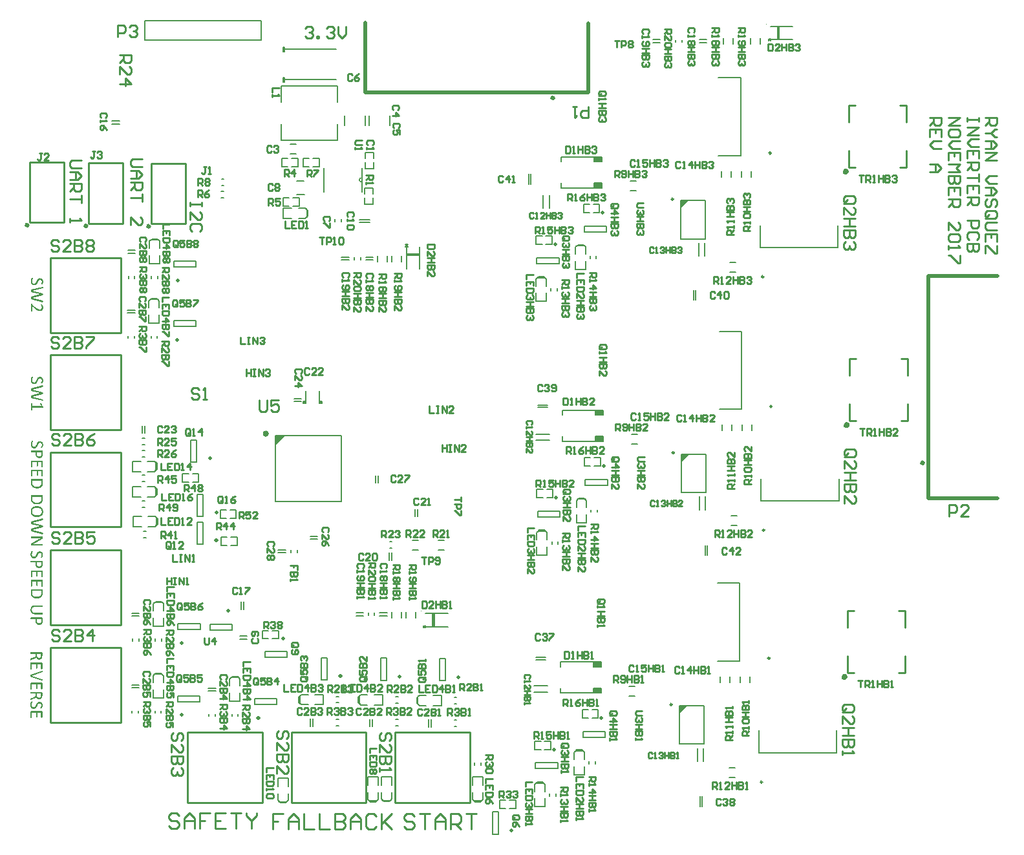
<source format=gto>
G04 Layer_Color=65535*
%FSLAX25Y25*%
%MOIN*%
G70*
G01*
G75*
%ADD10C,0.01500*%
%ADD48C,0.01000*%
%ADD55C,0.03000*%
%ADD79C,0.00600*%
%ADD80C,0.01969*%
%ADD81C,0.00984*%
%ADD82C,0.00394*%
%ADD83C,0.00787*%
%ADD84C,0.00500*%
G36*
X5145Y208192D02*
X5160D01*
X5190Y208185D01*
X5227Y208177D01*
X5257Y208170D01*
X5265Y208162D01*
X5280Y208155D01*
X5302Y208140D01*
X5317Y208118D01*
X5325Y208110D01*
X5333Y208095D01*
X5340Y208072D01*
Y208050D01*
Y208035D01*
X5333Y207997D01*
X5302Y207945D01*
X5288Y207908D01*
X5257Y207862D01*
Y207855D01*
X5243Y207840D01*
X5227Y207810D01*
X5205Y207772D01*
X5175Y207728D01*
X5145Y207675D01*
X5077Y207547D01*
X5070Y207540D01*
X5063Y207510D01*
X5040Y207472D01*
X5017Y207413D01*
X4987Y207345D01*
X4958Y207270D01*
X4927Y207180D01*
X4897Y207083D01*
Y207067D01*
X4882Y207037D01*
X4875Y206978D01*
X4860Y206903D01*
X4845Y206813D01*
X4830Y206700D01*
X4823Y206580D01*
X4815Y206452D01*
Y206437D01*
Y206407D01*
X4823Y206355D01*
Y206288D01*
X4830Y206212D01*
X4845Y206130D01*
X4882Y205965D01*
Y205958D01*
X4897Y205927D01*
X4913Y205883D01*
X4935Y205830D01*
X5003Y205710D01*
X5085Y205582D01*
X5093Y205575D01*
X5108Y205553D01*
X5138Y205522D01*
X5175Y205485D01*
X5220Y205448D01*
X5280Y205402D01*
X5407Y205328D01*
X5415Y205320D01*
X5445Y205312D01*
X5483Y205297D01*
X5535Y205282D01*
X5602Y205268D01*
X5677Y205253D01*
X5760Y205238D01*
X5895D01*
X5940Y205245D01*
X6007Y205253D01*
X6075Y205268D01*
X6150Y205290D01*
X6225Y205320D01*
X6300Y205365D01*
X6307Y205373D01*
X6330Y205387D01*
X6368Y205410D01*
X6413Y205448D01*
X6465Y205492D01*
X6517Y205545D01*
X6577Y205612D01*
X6630Y205680D01*
X6638Y205687D01*
X6652Y205717D01*
X6683Y205755D01*
X6713Y205807D01*
X6758Y205875D01*
X6795Y205950D01*
X6840Y206040D01*
X6885Y206130D01*
X6893Y206137D01*
X6908Y206175D01*
X6930Y206220D01*
X6960Y206288D01*
X6998Y206363D01*
X7035Y206452D01*
X7125Y206647D01*
X7132Y206663D01*
X7147Y206693D01*
X7170Y206745D01*
X7208Y206813D01*
X7253Y206888D01*
X7298Y206970D01*
X7402Y207157D01*
X7410Y207165D01*
X7433Y207203D01*
X7463Y207247D01*
X7500Y207308D01*
X7553Y207375D01*
X7613Y207450D01*
X7747Y207608D01*
X7755Y207615D01*
X7785Y207638D01*
X7823Y207675D01*
X7882Y207720D01*
X7950Y207772D01*
X8032Y207825D01*
X8123Y207877D01*
X8220Y207923D01*
X8235Y207930D01*
X8273Y207938D01*
X8325Y207960D01*
X8407Y207982D01*
X8505Y208005D01*
X8610Y208020D01*
X8738Y208035D01*
X8873Y208043D01*
X8940D01*
X9015Y208035D01*
X9105Y208028D01*
X9217Y208013D01*
X9330Y207982D01*
X9450Y207952D01*
X9570Y207908D01*
X9585Y207900D01*
X9623Y207877D01*
X9675Y207847D01*
X9750Y207803D01*
X9832Y207750D01*
X9915Y207682D01*
X9997Y207608D01*
X10080Y207518D01*
X10087Y207503D01*
X10118Y207472D01*
X10155Y207420D01*
X10200Y207345D01*
X10253Y207255D01*
X10305Y207157D01*
X10350Y207045D01*
X10395Y206918D01*
Y206910D01*
X10402Y206903D01*
X10410Y206857D01*
X10432Y206783D01*
X10455Y206693D01*
X10470Y206580D01*
X10492Y206452D01*
X10500Y206310D01*
X10508Y206160D01*
Y206153D01*
Y206122D01*
Y206085D01*
X10500Y206032D01*
Y205973D01*
X10492Y205897D01*
X10470Y205748D01*
Y205740D01*
X10463Y205710D01*
X10455Y205673D01*
X10447Y205620D01*
X10432Y205560D01*
X10410Y205492D01*
X10373Y205358D01*
Y205350D01*
X10365Y205328D01*
X10350Y205290D01*
X10335Y205245D01*
X10290Y205140D01*
X10238Y205028D01*
Y205020D01*
X10222Y205005D01*
X10215Y204975D01*
X10193Y204945D01*
X10155Y204885D01*
X10132Y204855D01*
X10118Y204833D01*
X10110Y204825D01*
X10095Y204810D01*
X10065Y204787D01*
X10042Y204772D01*
X10035D01*
X10020Y204765D01*
X9975Y204750D01*
X9967D01*
X9952Y204743D01*
X9915D01*
X9877Y204735D01*
X9870D01*
X9840Y204728D01*
X9623D01*
X9570Y204735D01*
X9562D01*
X9533Y204743D01*
X9495Y204750D01*
X9458Y204757D01*
X9450D01*
X9435Y204765D01*
X9413Y204780D01*
X9390Y204802D01*
Y204810D01*
X9382Y204818D01*
X9375Y204862D01*
Y204870D01*
X9382Y204900D01*
X9398Y204953D01*
X9435Y205028D01*
Y205035D01*
X9450Y205050D01*
X9458Y205072D01*
X9480Y205102D01*
X9503Y205148D01*
X9525Y205192D01*
X9585Y205305D01*
X9593Y205312D01*
X9600Y205335D01*
X9615Y205365D01*
X9638Y205410D01*
X9660Y205470D01*
X9690Y205530D01*
X9720Y205605D01*
X9742Y205687D01*
Y205695D01*
X9758Y205725D01*
X9765Y205770D01*
X9780Y205837D01*
X9795Y205912D01*
X9803Y205995D01*
X9817Y206085D01*
Y206190D01*
Y206198D01*
Y206235D01*
Y206280D01*
X9810Y206340D01*
X9803Y206415D01*
X9787Y206490D01*
X9742Y206640D01*
Y206647D01*
X9727Y206670D01*
X9713Y206708D01*
X9697Y206752D01*
X9638Y206857D01*
X9555Y206962D01*
X9548Y206970D01*
X9533Y206985D01*
X9510Y207000D01*
X9480Y207030D01*
X9398Y207090D01*
X9285Y207142D01*
X9278D01*
X9255Y207150D01*
X9225Y207157D01*
X9188Y207172D01*
X9135Y207180D01*
X9082Y207195D01*
X8955Y207203D01*
X8910D01*
X8865Y207195D01*
X8798Y207188D01*
X8730Y207172D01*
X8655Y207150D01*
X8580Y207120D01*
X8505Y207083D01*
X8497Y207075D01*
X8475Y207060D01*
X8438Y207037D01*
X8393Y207000D01*
X8340Y206955D01*
X8287Y206895D01*
X8228Y206835D01*
X8175Y206768D01*
X8168Y206760D01*
X8152Y206730D01*
X8123Y206693D01*
X8093Y206632D01*
X8048Y206565D01*
X8003Y206490D01*
X7958Y206407D01*
X7913Y206317D01*
X7905Y206302D01*
X7890Y206273D01*
X7868Y206220D01*
X7837Y206160D01*
X7800Y206078D01*
X7755Y205995D01*
X7665Y205800D01*
X7658Y205785D01*
X7643Y205755D01*
X7620Y205702D01*
X7590Y205635D01*
X7545Y205553D01*
X7500Y205463D01*
X7395Y205275D01*
X7388Y205260D01*
X7373Y205230D01*
X7343Y205185D01*
X7298Y205125D01*
X7245Y205050D01*
X7192Y204975D01*
X7125Y204900D01*
X7050Y204825D01*
X7042Y204818D01*
X7012Y204787D01*
X6975Y204757D01*
X6915Y204705D01*
X6848Y204660D01*
X6765Y204600D01*
X6675Y204548D01*
X6577Y204503D01*
X6562Y204495D01*
X6532Y204480D01*
X6472Y204465D01*
X6397Y204435D01*
X6300Y204413D01*
X6195Y204398D01*
X6075Y204382D01*
X5940Y204375D01*
X5865D01*
X5782Y204382D01*
X5677Y204398D01*
X5557Y204413D01*
X5430Y204443D01*
X5295Y204487D01*
X5160Y204540D01*
X5145Y204548D01*
X5108Y204570D01*
X5040Y204608D01*
X4965Y204653D01*
X4868Y204720D01*
X4778Y204795D01*
X4680Y204885D01*
X4583Y204990D01*
X4575Y205005D01*
X4545Y205043D01*
X4500Y205102D01*
X4455Y205177D01*
X4395Y205282D01*
X4335Y205395D01*
X4282Y205522D01*
X4230Y205665D01*
Y205673D01*
X4222Y205680D01*
Y205702D01*
X4215Y205732D01*
X4192Y205807D01*
X4170Y205912D01*
X4148Y206032D01*
X4132Y206175D01*
X4118Y206325D01*
X4110Y206490D01*
Y206505D01*
Y206542D01*
Y206603D01*
X4118Y206678D01*
X4125Y206768D01*
X4132Y206873D01*
X4163Y207075D01*
Y207090D01*
X4170Y207120D01*
X4185Y207172D01*
X4200Y207232D01*
X4215Y207308D01*
X4237Y207382D01*
X4290Y207547D01*
Y207555D01*
X4305Y207585D01*
X4320Y207623D01*
X4335Y207667D01*
X4388Y207787D01*
X4448Y207900D01*
X4455Y207908D01*
X4462Y207923D01*
X4478Y207945D01*
X4500Y207975D01*
X4545Y208043D01*
X4567Y208072D01*
X4590Y208095D01*
X4597Y208102D01*
X4628Y208125D01*
X4673Y208155D01*
X4733Y208177D01*
X4747D01*
X4770Y208185D01*
X4800D01*
X4875Y208192D01*
X4972Y208200D01*
X5093D01*
X5145Y208192D01*
D02*
G37*
G36*
X10018Y117132D02*
X10055Y117125D01*
X10153Y117095D01*
X10190Y117072D01*
X10227Y117043D01*
X10235Y117035D01*
X10243Y117027D01*
X10257Y117005D01*
X10272Y116975D01*
X10295Y116908D01*
X10310Y116862D01*
Y116817D01*
Y115490D01*
Y115482D01*
Y115453D01*
Y115415D01*
Y115363D01*
X10302Y115303D01*
Y115243D01*
X10288Y115100D01*
Y115093D01*
Y115070D01*
X10280Y115025D01*
X10272Y114972D01*
X10265Y114912D01*
X10250Y114838D01*
X10235Y114755D01*
X10212Y114665D01*
Y114650D01*
X10205Y114620D01*
X10190Y114567D01*
X10167Y114507D01*
X10137Y114425D01*
X10108Y114342D01*
X10063Y114245D01*
X10010Y114147D01*
X10002Y114132D01*
X9980Y114102D01*
X9950Y114058D01*
X9905Y113990D01*
X9853Y113923D01*
X9792Y113847D01*
X9718Y113772D01*
X9635Y113705D01*
X9628Y113698D01*
X9597Y113675D01*
X9552Y113645D01*
X9493Y113600D01*
X9418Y113555D01*
X9328Y113510D01*
X9230Y113465D01*
X9125Y113427D01*
X9110Y113420D01*
X9072Y113412D01*
X9020Y113398D01*
X8937Y113375D01*
X8847Y113353D01*
X8735Y113338D01*
X8615Y113330D01*
X8488Y113322D01*
X8412D01*
X8367Y113330D01*
X8322D01*
X8210Y113345D01*
X8075Y113360D01*
X7940Y113390D01*
X7790Y113427D01*
X7648Y113480D01*
X7640D01*
X7632Y113488D01*
X7587Y113510D01*
X7513Y113540D01*
X7430Y113593D01*
X7325Y113653D01*
X7220Y113727D01*
X7115Y113818D01*
X7010Y113923D01*
X6995Y113937D01*
X6965Y113975D01*
X6920Y114035D01*
X6860Y114118D01*
X6792Y114215D01*
X6725Y114335D01*
X6665Y114470D01*
X6605Y114620D01*
Y114628D01*
X6598Y114635D01*
X6590Y114665D01*
X6583Y114695D01*
X6575Y114733D01*
X6560Y114778D01*
X6538Y114898D01*
X6508Y115040D01*
X6485Y115213D01*
X6470Y115400D01*
X6463Y115610D01*
Y116315D01*
X4197D01*
X4175Y116323D01*
X4152Y116338D01*
X4145Y116345D01*
X4138Y116352D01*
X4123Y116375D01*
X4107Y116405D01*
Y116412D01*
X4100Y116435D01*
X4092Y116480D01*
X4085Y116533D01*
Y116548D01*
X4078Y116585D01*
X4070Y116653D01*
Y116727D01*
Y116735D01*
Y116750D01*
Y116772D01*
Y116795D01*
X4078Y116862D01*
X4085Y116930D01*
Y116945D01*
X4092Y116975D01*
X4100Y117020D01*
X4107Y117058D01*
Y117065D01*
X4123Y117080D01*
X4130Y117103D01*
X4152Y117125D01*
X4160D01*
X4175Y117132D01*
X4220Y117140D01*
X9980D01*
X10018Y117132D01*
D02*
G37*
G36*
X10118Y203190D02*
X10155Y203183D01*
X10253Y203152D01*
X10290Y203130D01*
X10328Y203100D01*
X10335Y203093D01*
X10343Y203085D01*
X10357Y203063D01*
X10373Y203032D01*
X10395Y202965D01*
X10410Y202920D01*
Y202875D01*
Y201548D01*
Y201540D01*
Y201510D01*
Y201472D01*
Y201420D01*
X10402Y201360D01*
Y201300D01*
X10387Y201157D01*
Y201150D01*
Y201128D01*
X10380Y201082D01*
X10373Y201030D01*
X10365Y200970D01*
X10350Y200895D01*
X10335Y200813D01*
X10312Y200723D01*
Y200708D01*
X10305Y200677D01*
X10290Y200625D01*
X10267Y200565D01*
X10238Y200483D01*
X10208Y200400D01*
X10163Y200303D01*
X10110Y200205D01*
X10103Y200190D01*
X10080Y200160D01*
X10050Y200115D01*
X10005Y200047D01*
X9952Y199980D01*
X9893Y199905D01*
X9817Y199830D01*
X9735Y199762D01*
X9727Y199755D01*
X9697Y199732D01*
X9652Y199703D01*
X9593Y199657D01*
X9517Y199612D01*
X9427Y199567D01*
X9330Y199522D01*
X9225Y199485D01*
X9210Y199478D01*
X9172Y199470D01*
X9120Y199455D01*
X9037Y199433D01*
X8947Y199410D01*
X8835Y199395D01*
X8715Y199388D01*
X8587Y199380D01*
X8512D01*
X8467Y199388D01*
X8422D01*
X8310Y199402D01*
X8175Y199417D01*
X8040Y199448D01*
X7890Y199485D01*
X7747Y199538D01*
X7740D01*
X7733Y199545D01*
X7688Y199567D01*
X7613Y199598D01*
X7530Y199650D01*
X7425Y199710D01*
X7320Y199785D01*
X7215Y199875D01*
X7110Y199980D01*
X7095Y199995D01*
X7065Y200032D01*
X7020Y200093D01*
X6960Y200175D01*
X6893Y200272D01*
X6825Y200393D01*
X6765Y200528D01*
X6705Y200677D01*
Y200685D01*
X6697Y200693D01*
X6690Y200723D01*
X6683Y200752D01*
X6675Y200790D01*
X6660Y200835D01*
X6638Y200955D01*
X6607Y201097D01*
X6585Y201270D01*
X6570Y201458D01*
X6562Y201667D01*
Y202373D01*
X4298D01*
X4275Y202380D01*
X4253Y202395D01*
X4245Y202402D01*
X4237Y202410D01*
X4222Y202432D01*
X4208Y202463D01*
Y202470D01*
X4200Y202492D01*
X4192Y202537D01*
X4185Y202590D01*
Y202605D01*
X4177Y202642D01*
X4170Y202710D01*
Y202785D01*
Y202793D01*
Y202807D01*
Y202830D01*
Y202853D01*
X4177Y202920D01*
X4185Y202988D01*
Y203003D01*
X4192Y203032D01*
X4200Y203078D01*
X4208Y203115D01*
Y203122D01*
X4222Y203137D01*
X4230Y203160D01*
X4253Y203183D01*
X4260D01*
X4275Y203190D01*
X4320Y203198D01*
X10080D01*
X10118Y203190D01*
D02*
G37*
G36*
X10132Y193313D02*
X10177Y193305D01*
X10260Y193275D01*
X10305Y193253D01*
X10335Y193222D01*
Y193215D01*
X10350Y193208D01*
X10373Y193163D01*
X10395Y193095D01*
X10410Y193020D01*
Y190065D01*
Y190058D01*
Y190042D01*
X10402Y190020D01*
X10387Y189997D01*
X10380Y189990D01*
X10373Y189982D01*
X10350Y189968D01*
X10320Y189953D01*
X10312Y189945D01*
X10290Y189937D01*
X10260Y189930D01*
X10215Y189915D01*
X10200D01*
X10170Y189908D01*
X10118Y189900D01*
X10005D01*
X9952Y189908D01*
X9900Y189915D01*
X9893D01*
X9862Y189922D01*
X9832Y189937D01*
X9795Y189953D01*
X9787D01*
X9772Y189960D01*
X9735Y189997D01*
Y190005D01*
X9727Y190020D01*
X9720Y190065D01*
Y192495D01*
X7778D01*
Y190410D01*
Y190402D01*
Y190387D01*
X7770Y190365D01*
X7755Y190342D01*
X7747Y190335D01*
X7740Y190328D01*
X7695Y190290D01*
X7688Y190282D01*
X7665Y190275D01*
X7635Y190268D01*
X7590Y190260D01*
X7575D01*
X7545Y190252D01*
X7492Y190245D01*
X7373D01*
X7327Y190252D01*
X7275Y190260D01*
X7267D01*
X7237Y190268D01*
X7208Y190275D01*
X7177Y190290D01*
X7170D01*
X7155Y190305D01*
X7140Y190320D01*
X7125Y190342D01*
Y190350D01*
X7118Y190365D01*
X7110Y190410D01*
Y192495D01*
X4890D01*
Y190035D01*
Y190027D01*
Y190013D01*
X4882Y189990D01*
X4868Y189968D01*
X4860Y189960D01*
X4853Y189945D01*
X4830Y189922D01*
X4800Y189908D01*
X4792Y189900D01*
X4770Y189892D01*
X4740Y189885D01*
X4695Y189877D01*
X4688D01*
X4650Y189870D01*
X4605Y189863D01*
X4485D01*
X4440Y189870D01*
X4388Y189877D01*
X4380D01*
X4350Y189885D01*
X4312Y189892D01*
X4275Y189908D01*
X4267Y189915D01*
X4253Y189922D01*
X4215Y189968D01*
Y189975D01*
X4208Y189990D01*
X4200Y190035D01*
Y193020D01*
Y193027D01*
Y193035D01*
X4208Y193087D01*
X4230Y193148D01*
X4267Y193222D01*
X4275Y193230D01*
X4282Y193237D01*
X4305Y193253D01*
X4327Y193268D01*
X4365Y193290D01*
X4410Y193305D01*
X4462Y193313D01*
X4530Y193320D01*
X10103D01*
X10132Y193313D01*
D02*
G37*
G36*
Y198112D02*
X10177Y198105D01*
X10260Y198075D01*
X10305Y198053D01*
X10335Y198022D01*
Y198015D01*
X10350Y198008D01*
X10373Y197962D01*
X10395Y197895D01*
X10410Y197820D01*
Y194865D01*
Y194858D01*
Y194843D01*
X10402Y194820D01*
X10387Y194798D01*
X10380Y194790D01*
X10373Y194782D01*
X10350Y194767D01*
X10320Y194753D01*
X10312Y194745D01*
X10290Y194738D01*
X10260Y194730D01*
X10215Y194715D01*
X10200D01*
X10170Y194708D01*
X10118Y194700D01*
X10005D01*
X9952Y194708D01*
X9900Y194715D01*
X9893D01*
X9862Y194722D01*
X9832Y194738D01*
X9795Y194753D01*
X9787D01*
X9772Y194760D01*
X9735Y194798D01*
Y194805D01*
X9727Y194820D01*
X9720Y194865D01*
Y197295D01*
X7778D01*
Y195210D01*
Y195203D01*
Y195187D01*
X7770Y195165D01*
X7755Y195142D01*
X7747Y195135D01*
X7740Y195127D01*
X7695Y195090D01*
X7688Y195082D01*
X7665Y195075D01*
X7635Y195068D01*
X7590Y195060D01*
X7575D01*
X7545Y195053D01*
X7492Y195045D01*
X7373D01*
X7327Y195053D01*
X7275Y195060D01*
X7267D01*
X7237Y195068D01*
X7208Y195075D01*
X7177Y195090D01*
X7170D01*
X7155Y195105D01*
X7140Y195120D01*
X7125Y195142D01*
Y195150D01*
X7118Y195165D01*
X7110Y195210D01*
Y197295D01*
X4890D01*
Y194835D01*
Y194827D01*
Y194813D01*
X4882Y194790D01*
X4868Y194767D01*
X4860Y194760D01*
X4853Y194745D01*
X4830Y194722D01*
X4800Y194708D01*
X4792Y194700D01*
X4770Y194693D01*
X4740Y194685D01*
X4695Y194677D01*
X4688D01*
X4650Y194670D01*
X4605Y194662D01*
X4485D01*
X4440Y194670D01*
X4388Y194677D01*
X4380D01*
X4350Y194685D01*
X4312Y194693D01*
X4275Y194708D01*
X4267Y194715D01*
X4253Y194722D01*
X4215Y194767D01*
Y194775D01*
X4208Y194790D01*
X4200Y194835D01*
Y197820D01*
Y197827D01*
Y197835D01*
X4208Y197888D01*
X4230Y197948D01*
X4267Y198022D01*
X4275Y198030D01*
X4282Y198038D01*
X4305Y198053D01*
X4327Y198067D01*
X4365Y198090D01*
X4410Y198105D01*
X4462Y198112D01*
X4530Y198120D01*
X10103D01*
X10132Y198112D01*
D02*
G37*
G36*
X10033Y141313D02*
X10078Y141305D01*
X10160Y141275D01*
X10205Y141253D01*
X10235Y141223D01*
Y141215D01*
X10250Y141208D01*
X10272Y141163D01*
X10295Y141095D01*
X10310Y141020D01*
Y138065D01*
Y138057D01*
Y138042D01*
X10302Y138020D01*
X10288Y137997D01*
X10280Y137990D01*
X10272Y137982D01*
X10250Y137968D01*
X10220Y137952D01*
X10212Y137945D01*
X10190Y137937D01*
X10160Y137930D01*
X10115Y137915D01*
X10100D01*
X10070Y137908D01*
X10018Y137900D01*
X9905D01*
X9853Y137908D01*
X9800Y137915D01*
X9792D01*
X9763Y137923D01*
X9732Y137937D01*
X9695Y137952D01*
X9687D01*
X9673Y137960D01*
X9635Y137997D01*
Y138005D01*
X9628Y138020D01*
X9620Y138065D01*
Y140495D01*
X7677D01*
Y138410D01*
Y138402D01*
Y138388D01*
X7670Y138365D01*
X7655Y138342D01*
X7648Y138335D01*
X7640Y138328D01*
X7595Y138290D01*
X7587Y138283D01*
X7565Y138275D01*
X7535Y138268D01*
X7490Y138260D01*
X7475D01*
X7445Y138252D01*
X7393Y138245D01*
X7272D01*
X7227Y138252D01*
X7175Y138260D01*
X7168D01*
X7137Y138268D01*
X7107Y138275D01*
X7078Y138290D01*
X7070D01*
X7055Y138305D01*
X7040Y138320D01*
X7025Y138342D01*
Y138350D01*
X7017Y138365D01*
X7010Y138410D01*
Y140495D01*
X4790D01*
Y138035D01*
Y138028D01*
Y138013D01*
X4783Y137990D01*
X4767Y137968D01*
X4760Y137960D01*
X4752Y137945D01*
X4730Y137923D01*
X4700Y137908D01*
X4693Y137900D01*
X4670Y137892D01*
X4640Y137885D01*
X4595Y137878D01*
X4588D01*
X4550Y137870D01*
X4505Y137863D01*
X4385D01*
X4340Y137870D01*
X4287Y137878D01*
X4280D01*
X4250Y137885D01*
X4213Y137892D01*
X4175Y137908D01*
X4168Y137915D01*
X4152Y137923D01*
X4115Y137968D01*
Y137975D01*
X4107Y137990D01*
X4100Y138035D01*
Y141020D01*
Y141027D01*
Y141035D01*
X4107Y141087D01*
X4130Y141147D01*
X4168Y141223D01*
X4175Y141230D01*
X4183Y141237D01*
X4205Y141253D01*
X4228Y141268D01*
X4265Y141290D01*
X4310Y141305D01*
X4363Y141313D01*
X4430Y141320D01*
X10002D01*
X10033Y141313D01*
D02*
G37*
G36*
X10018Y146390D02*
X10055Y146382D01*
X10153Y146353D01*
X10190Y146330D01*
X10227Y146300D01*
X10235Y146292D01*
X10243Y146285D01*
X10257Y146263D01*
X10272Y146232D01*
X10295Y146165D01*
X10310Y146120D01*
Y146075D01*
Y144747D01*
Y144740D01*
Y144710D01*
Y144673D01*
Y144620D01*
X10302Y144560D01*
Y144500D01*
X10288Y144358D01*
Y144350D01*
Y144327D01*
X10280Y144282D01*
X10272Y144230D01*
X10265Y144170D01*
X10250Y144095D01*
X10235Y144012D01*
X10212Y143922D01*
Y143907D01*
X10205Y143877D01*
X10190Y143825D01*
X10167Y143765D01*
X10137Y143683D01*
X10108Y143600D01*
X10063Y143502D01*
X10010Y143405D01*
X10002Y143390D01*
X9980Y143360D01*
X9950Y143315D01*
X9905Y143247D01*
X9853Y143180D01*
X9792Y143105D01*
X9718Y143030D01*
X9635Y142963D01*
X9628Y142955D01*
X9597Y142932D01*
X9552Y142903D01*
X9493Y142858D01*
X9418Y142813D01*
X9328Y142768D01*
X9230Y142722D01*
X9125Y142685D01*
X9110Y142677D01*
X9072Y142670D01*
X9020Y142655D01*
X8937Y142632D01*
X8847Y142610D01*
X8735Y142595D01*
X8615Y142587D01*
X8488Y142580D01*
X8412D01*
X8367Y142587D01*
X8322D01*
X8210Y142603D01*
X8075Y142617D01*
X7940Y142648D01*
X7790Y142685D01*
X7648Y142737D01*
X7640D01*
X7632Y142745D01*
X7587Y142768D01*
X7513Y142798D01*
X7430Y142850D01*
X7325Y142910D01*
X7220Y142985D01*
X7115Y143075D01*
X7010Y143180D01*
X6995Y143195D01*
X6965Y143233D01*
X6920Y143292D01*
X6860Y143375D01*
X6792Y143473D01*
X6725Y143593D01*
X6665Y143728D01*
X6605Y143877D01*
Y143885D01*
X6598Y143893D01*
X6590Y143922D01*
X6583Y143953D01*
X6575Y143990D01*
X6560Y144035D01*
X6538Y144155D01*
X6508Y144298D01*
X6485Y144470D01*
X6470Y144658D01*
X6463Y144868D01*
Y145572D01*
X4197D01*
X4175Y145580D01*
X4152Y145595D01*
X4145Y145603D01*
X4138Y145610D01*
X4123Y145633D01*
X4107Y145662D01*
Y145670D01*
X4100Y145693D01*
X4092Y145738D01*
X4085Y145790D01*
Y145805D01*
X4078Y145843D01*
X4070Y145910D01*
Y145985D01*
Y145993D01*
Y146008D01*
Y146030D01*
Y146053D01*
X4078Y146120D01*
X4085Y146187D01*
Y146203D01*
X4092Y146232D01*
X4100Y146277D01*
X4107Y146315D01*
Y146323D01*
X4123Y146337D01*
X4130Y146360D01*
X4152Y146382D01*
X4160D01*
X4175Y146390D01*
X4220Y146397D01*
X9980D01*
X10018Y146390D01*
D02*
G37*
G36*
X10033Y136512D02*
X10078Y136505D01*
X10160Y136475D01*
X10205Y136452D01*
X10235Y136423D01*
Y136415D01*
X10250Y136407D01*
X10272Y136363D01*
X10295Y136295D01*
X10310Y136220D01*
Y133265D01*
Y133257D01*
Y133242D01*
X10302Y133220D01*
X10288Y133197D01*
X10280Y133190D01*
X10272Y133183D01*
X10250Y133168D01*
X10220Y133152D01*
X10212Y133145D01*
X10190Y133138D01*
X10160Y133130D01*
X10115Y133115D01*
X10100D01*
X10070Y133107D01*
X10018Y133100D01*
X9905D01*
X9853Y133107D01*
X9800Y133115D01*
X9792D01*
X9763Y133123D01*
X9732Y133138D01*
X9695Y133152D01*
X9687D01*
X9673Y133160D01*
X9635Y133197D01*
Y133205D01*
X9628Y133220D01*
X9620Y133265D01*
Y135695D01*
X7677D01*
Y133610D01*
Y133602D01*
Y133588D01*
X7670Y133565D01*
X7655Y133543D01*
X7648Y133535D01*
X7640Y133528D01*
X7595Y133490D01*
X7587Y133483D01*
X7565Y133475D01*
X7535Y133467D01*
X7490Y133460D01*
X7475D01*
X7445Y133452D01*
X7393Y133445D01*
X7272D01*
X7227Y133452D01*
X7175Y133460D01*
X7168D01*
X7137Y133467D01*
X7107Y133475D01*
X7078Y133490D01*
X7070D01*
X7055Y133505D01*
X7040Y133520D01*
X7025Y133543D01*
Y133550D01*
X7017Y133565D01*
X7010Y133610D01*
Y135695D01*
X4790D01*
Y133235D01*
Y133228D01*
Y133212D01*
X4783Y133190D01*
X4767Y133168D01*
X4760Y133160D01*
X4752Y133145D01*
X4730Y133123D01*
X4700Y133107D01*
X4693Y133100D01*
X4670Y133092D01*
X4640Y133085D01*
X4595Y133078D01*
X4588D01*
X4550Y133070D01*
X4505Y133063D01*
X4385D01*
X4340Y133070D01*
X4287Y133078D01*
X4280D01*
X4250Y133085D01*
X4213Y133092D01*
X4175Y133107D01*
X4168Y133115D01*
X4152Y133123D01*
X4115Y133168D01*
Y133175D01*
X4107Y133190D01*
X4100Y133235D01*
Y136220D01*
Y136228D01*
Y136235D01*
X4107Y136287D01*
X4130Y136347D01*
X4168Y136423D01*
X4175Y136430D01*
X4183Y136437D01*
X4205Y136452D01*
X4228Y136468D01*
X4265Y136490D01*
X4310Y136505D01*
X4363Y136512D01*
X4430Y136520D01*
X10002D01*
X10033Y136512D01*
D02*
G37*
G36*
X10250Y123440D02*
X10257Y123433D01*
X10265Y123425D01*
X10280Y123403D01*
X10295Y123372D01*
Y123365D01*
X10302Y123343D01*
X10317Y123305D01*
X10325Y123252D01*
Y123245D01*
Y123238D01*
X10333Y123193D01*
X10340Y123133D01*
Y123050D01*
Y123043D01*
Y123028D01*
Y122983D01*
X10333Y122915D01*
X10325Y122855D01*
Y122847D01*
Y122840D01*
X10317Y122810D01*
X10310Y122765D01*
X10295Y122728D01*
Y122720D01*
X10288Y122705D01*
X10272Y122682D01*
X10250Y122660D01*
X10243Y122652D01*
X10227Y122645D01*
X10212Y122637D01*
X6357D01*
X6275Y122630D01*
X6177Y122623D01*
X6058Y122615D01*
X5930Y122592D01*
X5802Y122570D01*
X5675Y122532D01*
X5660Y122525D01*
X5623Y122510D01*
X5562Y122487D01*
X5488Y122458D01*
X5405Y122413D01*
X5315Y122360D01*
X5218Y122300D01*
X5135Y122232D01*
X5127Y122225D01*
X5097Y122195D01*
X5060Y122150D01*
X5015Y122098D01*
X4963Y122022D01*
X4918Y121948D01*
X4865Y121850D01*
X4820Y121753D01*
X4812Y121738D01*
X4805Y121700D01*
X4790Y121640D01*
X4767Y121565D01*
X4745Y121475D01*
X4730Y121362D01*
X4722Y121242D01*
X4715Y121115D01*
Y121107D01*
Y121100D01*
Y121055D01*
X4722Y120987D01*
X4730Y120897D01*
X4738Y120800D01*
X4760Y120695D01*
X4783Y120582D01*
X4820Y120477D01*
X4828Y120463D01*
X4843Y120432D01*
X4865Y120380D01*
X4902Y120312D01*
X4940Y120238D01*
X5000Y120155D01*
X5060Y120072D01*
X5135Y119998D01*
X5142Y119990D01*
X5173Y119967D01*
X5218Y119930D01*
X5277Y119885D01*
X5353Y119840D01*
X5443Y119788D01*
X5540Y119743D01*
X5652Y119697D01*
X5667Y119690D01*
X5705Y119683D01*
X5773Y119667D01*
X5863Y119645D01*
X5968Y119623D01*
X6095Y119607D01*
X6238Y119600D01*
X6387Y119592D01*
X10205D01*
X10250Y119578D01*
X10257Y119570D01*
X10265Y119562D01*
X10280Y119540D01*
X10295Y119510D01*
Y119502D01*
X10302Y119480D01*
X10317Y119442D01*
X10325Y119390D01*
Y119383D01*
Y119375D01*
X10333Y119330D01*
X10340Y119270D01*
Y119187D01*
Y119180D01*
Y119165D01*
Y119120D01*
X10333Y119053D01*
X10325Y118992D01*
Y118985D01*
Y118977D01*
X10317Y118948D01*
X10310Y118903D01*
X10295Y118865D01*
Y118858D01*
X10288Y118842D01*
X10272Y118820D01*
X10250Y118798D01*
X10243Y118790D01*
X10227Y118782D01*
X10212Y118775D01*
X6297D01*
X6252Y118782D01*
X6193D01*
X6058Y118798D01*
X5900Y118820D01*
X5728Y118850D01*
X5555Y118887D01*
X5382Y118948D01*
X5375D01*
X5360Y118955D01*
X5337Y118963D01*
X5308Y118977D01*
X5225Y119015D01*
X5120Y119068D01*
X5007Y119135D01*
X4880Y119218D01*
X4752Y119307D01*
X4632Y119420D01*
X4617Y119435D01*
X4580Y119473D01*
X4527Y119540D01*
X4460Y119630D01*
X4385Y119735D01*
X4310Y119862D01*
X4235Y120012D01*
X4168Y120170D01*
Y120177D01*
X4160Y120193D01*
X4152Y120215D01*
X4145Y120245D01*
X4130Y120290D01*
X4115Y120335D01*
X4092Y120455D01*
X4062Y120605D01*
X4033Y120777D01*
X4017Y120965D01*
X4010Y121168D01*
Y121175D01*
Y121190D01*
Y121220D01*
Y121257D01*
X4017Y121302D01*
Y121355D01*
X4025Y121475D01*
X4047Y121625D01*
X4070Y121783D01*
X4107Y121948D01*
X4152Y122105D01*
Y122113D01*
X4160Y122120D01*
X4168Y122143D01*
X4183Y122172D01*
X4213Y122255D01*
X4265Y122353D01*
X4325Y122465D01*
X4400Y122592D01*
X4490Y122713D01*
X4595Y122833D01*
X4610Y122847D01*
X4648Y122885D01*
X4707Y122938D01*
X4797Y123005D01*
X4902Y123080D01*
X5023Y123155D01*
X5165Y123230D01*
X5322Y123298D01*
X5330D01*
X5345Y123305D01*
X5367Y123312D01*
X5398Y123320D01*
X5443Y123335D01*
X5488Y123350D01*
X5548Y123365D01*
X5615Y123372D01*
X5757Y123403D01*
X5930Y123433D01*
X6117Y123448D01*
X6328Y123455D01*
X10205D01*
X10250Y123440D01*
D02*
G37*
G36*
X10033Y131712D02*
X10078Y131705D01*
X10160Y131675D01*
X10205Y131652D01*
X10235Y131623D01*
Y131615D01*
X10250Y131607D01*
X10272Y131562D01*
X10295Y131495D01*
X10310Y131420D01*
Y130010D01*
Y130002D01*
Y129973D01*
Y129935D01*
Y129875D01*
X10302Y129807D01*
Y129725D01*
X10295Y129635D01*
X10288Y129537D01*
X10257Y129320D01*
X10220Y129095D01*
X10167Y128863D01*
X10100Y128645D01*
Y128638D01*
X10092Y128622D01*
X10078Y128593D01*
X10063Y128555D01*
X10040Y128503D01*
X10010Y128450D01*
X9950Y128323D01*
X9860Y128173D01*
X9755Y128015D01*
X9635Y127865D01*
X9500Y127715D01*
X9493Y127708D01*
X9485Y127700D01*
X9463Y127678D01*
X9432Y127655D01*
X9395Y127618D01*
X9350Y127580D01*
X9238Y127497D01*
X9095Y127408D01*
X8937Y127310D01*
X8750Y127220D01*
X8547Y127137D01*
X8540D01*
X8525Y127130D01*
X8495Y127122D01*
X8450Y127108D01*
X8398Y127093D01*
X8337Y127077D01*
X8263Y127055D01*
X8180Y127040D01*
X8098Y127025D01*
X8000Y127003D01*
X7783Y126972D01*
X7550Y126950D01*
X7295Y126943D01*
X7160D01*
X7092Y126950D01*
X7010D01*
X6912Y126957D01*
X6815Y126965D01*
X6598Y126995D01*
X6357Y127032D01*
X6117Y127085D01*
X5885Y127153D01*
X5878D01*
X5855Y127160D01*
X5825Y127175D01*
X5787Y127190D01*
X5735Y127213D01*
X5675Y127243D01*
X5533Y127310D01*
X5375Y127392D01*
X5210Y127497D01*
X5045Y127618D01*
X4888Y127760D01*
X4880Y127768D01*
X4873Y127775D01*
X4850Y127797D01*
X4820Y127828D01*
X4790Y127865D01*
X4752Y127910D01*
X4662Y128030D01*
X4565Y128165D01*
X4468Y128330D01*
X4377Y128517D01*
X4295Y128727D01*
Y128735D01*
X4287Y128750D01*
X4280Y128788D01*
X4265Y128832D01*
X4250Y128885D01*
X4235Y128953D01*
X4213Y129027D01*
X4197Y129118D01*
X4183Y129215D01*
X4160Y129313D01*
X4145Y129432D01*
X4130Y129552D01*
X4107Y129815D01*
X4100Y130100D01*
Y131420D01*
Y131428D01*
Y131435D01*
X4107Y131488D01*
X4130Y131547D01*
X4168Y131623D01*
X4175Y131630D01*
X4183Y131638D01*
X4205Y131652D01*
X4228Y131667D01*
X4265Y131690D01*
X4310Y131705D01*
X4363Y131712D01*
X4430Y131720D01*
X10002D01*
X10033Y131712D01*
D02*
G37*
G36*
X10132Y188513D02*
X10177Y188505D01*
X10260Y188475D01*
X10305Y188452D01*
X10335Y188423D01*
Y188415D01*
X10350Y188408D01*
X10373Y188363D01*
X10395Y188295D01*
X10410Y188220D01*
Y186810D01*
Y186802D01*
Y186773D01*
Y186735D01*
Y186675D01*
X10402Y186608D01*
Y186525D01*
X10395Y186435D01*
X10387Y186337D01*
X10357Y186120D01*
X10320Y185895D01*
X10267Y185662D01*
X10200Y185445D01*
Y185438D01*
X10193Y185423D01*
X10177Y185392D01*
X10163Y185355D01*
X10140Y185302D01*
X10110Y185250D01*
X10050Y185123D01*
X9960Y184973D01*
X9855Y184815D01*
X9735Y184665D01*
X9600Y184515D01*
X9593Y184508D01*
X9585Y184500D01*
X9562Y184477D01*
X9533Y184455D01*
X9495Y184417D01*
X9450Y184380D01*
X9337Y184298D01*
X9195Y184207D01*
X9037Y184110D01*
X8850Y184020D01*
X8647Y183938D01*
X8640D01*
X8625Y183930D01*
X8595Y183923D01*
X8550Y183907D01*
X8497Y183893D01*
X8438Y183878D01*
X8363Y183855D01*
X8280Y183840D01*
X8197Y183825D01*
X8100Y183802D01*
X7882Y183773D01*
X7650Y183750D01*
X7395Y183742D01*
X7260D01*
X7192Y183750D01*
X7110D01*
X7012Y183757D01*
X6915Y183765D01*
X6697Y183795D01*
X6458Y183833D01*
X6217Y183885D01*
X5985Y183952D01*
X5977D01*
X5955Y183960D01*
X5925Y183975D01*
X5887Y183990D01*
X5835Y184012D01*
X5775Y184043D01*
X5632Y184110D01*
X5475Y184193D01*
X5310Y184298D01*
X5145Y184417D01*
X4987Y184560D01*
X4980Y184567D01*
X4972Y184575D01*
X4950Y184598D01*
X4920Y184627D01*
X4890Y184665D01*
X4853Y184710D01*
X4763Y184830D01*
X4665Y184965D01*
X4567Y185130D01*
X4478Y185318D01*
X4395Y185528D01*
Y185535D01*
X4388Y185550D01*
X4380Y185588D01*
X4365Y185633D01*
X4350Y185685D01*
X4335Y185752D01*
X4312Y185828D01*
X4298Y185917D01*
X4282Y186015D01*
X4260Y186112D01*
X4245Y186232D01*
X4230Y186353D01*
X4208Y186615D01*
X4200Y186900D01*
Y188220D01*
Y188227D01*
Y188235D01*
X4208Y188287D01*
X4230Y188347D01*
X4267Y188423D01*
X4275Y188430D01*
X4282Y188437D01*
X4305Y188452D01*
X4327Y188468D01*
X4365Y188490D01*
X4410Y188505D01*
X4462Y188513D01*
X4530Y188520D01*
X10103D01*
X10132Y188513D01*
D02*
G37*
G36*
X9292Y227638D02*
X9323Y227630D01*
X9352Y227623D01*
X9360D01*
X9375Y227615D01*
X9420Y227585D01*
X9427Y227577D01*
X9443Y227562D01*
X9458Y227540D01*
X9480Y227510D01*
X10395Y226078D01*
X10402Y226062D01*
X10418Y226032D01*
Y226025D01*
X10425Y226010D01*
X10432Y225965D01*
Y225957D01*
X10440Y225935D01*
X10447Y225905D01*
Y225860D01*
Y225852D01*
X10455Y225822D01*
Y225778D01*
Y225717D01*
Y225710D01*
Y225695D01*
Y225650D01*
X10447Y225583D01*
X10440Y225522D01*
Y225507D01*
X10432Y225478D01*
X10425Y225440D01*
X10410Y225402D01*
Y225395D01*
X10402Y225380D01*
X10387Y225358D01*
X10365Y225342D01*
X10350Y225335D01*
X10320Y225327D01*
X4860D01*
Y224210D01*
Y224202D01*
Y224180D01*
X4853Y224158D01*
X4837Y224135D01*
X4830Y224128D01*
X4823Y224113D01*
X4800Y224097D01*
X4770Y224082D01*
X4763Y224075D01*
X4740Y224067D01*
X4710Y224060D01*
X4665Y224045D01*
X4657D01*
X4628Y224038D01*
X4583Y224030D01*
X4470D01*
X4417Y224038D01*
X4365Y224045D01*
X4358D01*
X4327Y224053D01*
X4298Y224067D01*
X4267Y224090D01*
X4260D01*
X4245Y224105D01*
X4230Y224120D01*
X4215Y224143D01*
Y224150D01*
X4208Y224165D01*
X4200Y224210D01*
Y227450D01*
Y227457D01*
Y227472D01*
X4215Y227518D01*
Y227525D01*
X4230Y227533D01*
X4245Y227555D01*
X4267Y227577D01*
X4275D01*
X4298Y227592D01*
X4327Y227600D01*
X4365Y227615D01*
X4410D01*
X4462Y227623D01*
X4620D01*
X4665Y227615D01*
X4680D01*
X4702Y227607D01*
X4740Y227592D01*
X4770Y227577D01*
X4778Y227570D01*
X4792Y227562D01*
X4815Y227548D01*
X4837Y227525D01*
X4845Y227518D01*
X4853Y227502D01*
X4860Y227480D01*
Y227450D01*
Y226152D01*
X9585D01*
X8873Y227352D01*
Y227360D01*
X8865Y227367D01*
X8843Y227405D01*
X8828Y227457D01*
X8812Y227502D01*
Y227510D01*
Y227533D01*
X8820Y227562D01*
X8835Y227592D01*
X8843Y227600D01*
X8857Y227607D01*
X8888Y227623D01*
X8933Y227638D01*
X8985D01*
X9045Y227645D01*
X9262D01*
X9292Y227638D01*
D02*
G37*
G36*
X10320Y236923D02*
X10350Y236915D01*
X10380Y236893D01*
X10387Y236885D01*
X10402Y236862D01*
X10418Y236825D01*
X10425Y236765D01*
Y236757D01*
Y236750D01*
X10432Y236727D01*
Y236698D01*
X10440Y236623D01*
Y236518D01*
Y236510D01*
Y236495D01*
Y236465D01*
Y236435D01*
Y236352D01*
X10432Y236285D01*
Y236278D01*
Y236270D01*
X10425Y236232D01*
X10418Y236188D01*
X10402Y236150D01*
Y236142D01*
X10387Y236127D01*
X10373Y236105D01*
X10350Y236090D01*
X10343Y236083D01*
X10328Y236075D01*
X10298Y236068D01*
X10260Y236060D01*
X5063Y234665D01*
Y234658D01*
X10253Y233330D01*
X10260D01*
X10283Y233323D01*
X10343Y233300D01*
X10350Y233293D01*
X10365Y233285D01*
X10380Y233262D01*
X10395Y233232D01*
X10402Y233225D01*
X10410Y233195D01*
X10418Y233150D01*
X10425Y233090D01*
Y233083D01*
Y233075D01*
X10432Y233052D01*
Y233030D01*
X10440Y232955D01*
Y232857D01*
Y232850D01*
Y232835D01*
Y232812D01*
Y232783D01*
X10432Y232715D01*
X10425Y232647D01*
Y232640D01*
Y232632D01*
X10418Y232603D01*
X10410Y232558D01*
X10395Y232520D01*
Y232512D01*
X10380Y232490D01*
X10365Y232468D01*
X10343Y232445D01*
X10335Y232437D01*
X10320Y232430D01*
X10290Y232422D01*
X10253Y232407D01*
X5063Y230982D01*
Y230975D01*
X10260Y229610D01*
X10267D01*
X10290Y229603D01*
X10343Y229580D01*
X10350D01*
X10365Y229565D01*
X10380Y229550D01*
X10395Y229520D01*
X10402Y229513D01*
X10410Y229490D01*
X10418Y229445D01*
X10425Y229393D01*
Y229385D01*
Y229378D01*
X10432Y229332D01*
X10440Y229257D01*
Y229168D01*
Y229160D01*
Y229145D01*
Y229115D01*
Y229085D01*
X10432Y229002D01*
X10425Y228935D01*
Y228927D01*
Y228920D01*
X10410Y228890D01*
X10395Y228853D01*
X10373Y228815D01*
X10365Y228807D01*
X10350Y228793D01*
X10320Y228785D01*
X10283Y228778D01*
X10238D01*
X10185Y228793D01*
X10110Y228807D01*
X4380Y230450D01*
X4372Y230457D01*
X4343Y230465D01*
X4305Y230487D01*
X4267Y230510D01*
X4260Y230518D01*
X4245Y230540D01*
X4230Y230570D01*
X4208Y230615D01*
Y230630D01*
X4200Y230660D01*
X4192Y230713D01*
X4185Y230780D01*
Y230787D01*
Y230795D01*
X4177Y230818D01*
Y230848D01*
X4170Y230923D01*
Y231020D01*
Y231028D01*
Y231043D01*
Y231072D01*
Y231110D01*
X4177Y231192D01*
X4185Y231275D01*
Y231282D01*
Y231290D01*
X4192Y231335D01*
X4200Y231395D01*
X4208Y231448D01*
X4215Y231455D01*
X4222Y231485D01*
X4245Y231522D01*
X4267Y231553D01*
X4275Y231560D01*
X4298Y231568D01*
X4335Y231582D01*
X4380Y231597D01*
X9067Y232903D01*
Y232910D01*
X4380Y234110D01*
X4372D01*
X4343Y234125D01*
X4305Y234140D01*
X4267Y234162D01*
X4260Y234170D01*
X4245Y234185D01*
X4230Y234215D01*
X4208Y234260D01*
Y234267D01*
X4200Y234305D01*
X4192Y234350D01*
X4185Y234418D01*
Y234425D01*
Y234433D01*
X4177Y234455D01*
Y234485D01*
X4170Y234560D01*
Y234665D01*
Y234672D01*
Y234687D01*
Y234717D01*
Y234755D01*
X4177Y234845D01*
X4185Y234935D01*
Y234943D01*
Y234950D01*
X4192Y234995D01*
X4200Y235055D01*
X4208Y235107D01*
X4215Y235115D01*
X4222Y235145D01*
X4245Y235182D01*
X4267Y235212D01*
X4275Y235220D01*
X4298Y235227D01*
X4335Y235243D01*
X4380Y235258D01*
X10118Y236900D01*
X10125D01*
X10132Y236908D01*
X10177Y236915D01*
X10230Y236923D01*
X10283Y236930D01*
X10298D01*
X10320Y236923D01*
D02*
G37*
G36*
X5145Y292292D02*
X5160D01*
X5190Y292285D01*
X5227Y292278D01*
X5257Y292270D01*
X5265Y292263D01*
X5280Y292255D01*
X5302Y292240D01*
X5317Y292217D01*
X5325Y292210D01*
X5333Y292195D01*
X5340Y292173D01*
Y292150D01*
Y292135D01*
X5333Y292097D01*
X5302Y292045D01*
X5288Y292007D01*
X5257Y291963D01*
Y291955D01*
X5243Y291940D01*
X5227Y291910D01*
X5205Y291873D01*
X5175Y291828D01*
X5145Y291775D01*
X5077Y291648D01*
X5070Y291640D01*
X5063Y291610D01*
X5040Y291572D01*
X5017Y291512D01*
X4987Y291445D01*
X4958Y291370D01*
X4927Y291280D01*
X4897Y291182D01*
Y291167D01*
X4882Y291138D01*
X4875Y291077D01*
X4860Y291002D01*
X4845Y290913D01*
X4830Y290800D01*
X4823Y290680D01*
X4815Y290552D01*
Y290538D01*
Y290508D01*
X4823Y290455D01*
Y290388D01*
X4830Y290313D01*
X4845Y290230D01*
X4882Y290065D01*
Y290057D01*
X4897Y290027D01*
X4913Y289983D01*
X4935Y289930D01*
X5003Y289810D01*
X5085Y289683D01*
X5093Y289675D01*
X5108Y289652D01*
X5138Y289622D01*
X5175Y289585D01*
X5220Y289547D01*
X5280Y289503D01*
X5407Y289427D01*
X5415Y289420D01*
X5445Y289412D01*
X5483Y289398D01*
X5535Y289383D01*
X5602Y289368D01*
X5677Y289352D01*
X5760Y289337D01*
X5895D01*
X5940Y289345D01*
X6007Y289352D01*
X6075Y289368D01*
X6150Y289390D01*
X6225Y289420D01*
X6300Y289465D01*
X6307Y289473D01*
X6330Y289488D01*
X6368Y289510D01*
X6413Y289547D01*
X6465Y289593D01*
X6517Y289645D01*
X6577Y289713D01*
X6630Y289780D01*
X6638Y289788D01*
X6652Y289818D01*
X6683Y289855D01*
X6713Y289908D01*
X6758Y289975D01*
X6795Y290050D01*
X6840Y290140D01*
X6885Y290230D01*
X6893Y290237D01*
X6908Y290275D01*
X6930Y290320D01*
X6960Y290388D01*
X6998Y290462D01*
X7035Y290552D01*
X7125Y290747D01*
X7132Y290762D01*
X7147Y290792D01*
X7170Y290845D01*
X7208Y290913D01*
X7253Y290987D01*
X7298Y291070D01*
X7402Y291258D01*
X7410Y291265D01*
X7433Y291302D01*
X7463Y291348D01*
X7500Y291407D01*
X7553Y291475D01*
X7613Y291550D01*
X7747Y291707D01*
X7755Y291715D01*
X7785Y291738D01*
X7823Y291775D01*
X7882Y291820D01*
X7950Y291873D01*
X8032Y291925D01*
X8123Y291978D01*
X8220Y292022D01*
X8235Y292030D01*
X8273Y292038D01*
X8325Y292060D01*
X8407Y292083D01*
X8505Y292105D01*
X8610Y292120D01*
X8738Y292135D01*
X8873Y292143D01*
X8940D01*
X9015Y292135D01*
X9105Y292127D01*
X9217Y292112D01*
X9330Y292083D01*
X9450Y292053D01*
X9570Y292007D01*
X9585Y292000D01*
X9623Y291978D01*
X9675Y291948D01*
X9750Y291902D01*
X9832Y291850D01*
X9915Y291782D01*
X9997Y291707D01*
X10080Y291617D01*
X10087Y291602D01*
X10118Y291572D01*
X10155Y291520D01*
X10200Y291445D01*
X10253Y291355D01*
X10305Y291258D01*
X10350Y291145D01*
X10395Y291018D01*
Y291010D01*
X10402Y291002D01*
X10410Y290957D01*
X10432Y290882D01*
X10455Y290792D01*
X10470Y290680D01*
X10492Y290552D01*
X10500Y290410D01*
X10508Y290260D01*
Y290252D01*
Y290223D01*
Y290185D01*
X10500Y290132D01*
Y290072D01*
X10492Y289998D01*
X10470Y289847D01*
Y289840D01*
X10463Y289810D01*
X10455Y289773D01*
X10447Y289720D01*
X10432Y289660D01*
X10410Y289593D01*
X10373Y289458D01*
Y289450D01*
X10365Y289427D01*
X10350Y289390D01*
X10335Y289345D01*
X10290Y289240D01*
X10238Y289127D01*
Y289120D01*
X10222Y289105D01*
X10215Y289075D01*
X10193Y289045D01*
X10155Y288985D01*
X10132Y288955D01*
X10118Y288932D01*
X10110Y288925D01*
X10095Y288910D01*
X10065Y288888D01*
X10042Y288873D01*
X10035D01*
X10020Y288865D01*
X9975Y288850D01*
X9967D01*
X9952Y288843D01*
X9915D01*
X9877Y288835D01*
X9870D01*
X9840Y288827D01*
X9623D01*
X9570Y288835D01*
X9562D01*
X9533Y288843D01*
X9495Y288850D01*
X9458Y288858D01*
X9450D01*
X9435Y288865D01*
X9413Y288880D01*
X9390Y288902D01*
Y288910D01*
X9382Y288917D01*
X9375Y288963D01*
Y288970D01*
X9382Y289000D01*
X9398Y289053D01*
X9435Y289127D01*
Y289135D01*
X9450Y289150D01*
X9458Y289173D01*
X9480Y289202D01*
X9503Y289247D01*
X9525Y289293D01*
X9585Y289405D01*
X9593Y289412D01*
X9600Y289435D01*
X9615Y289465D01*
X9638Y289510D01*
X9660Y289570D01*
X9690Y289630D01*
X9720Y289705D01*
X9742Y289788D01*
Y289795D01*
X9758Y289825D01*
X9765Y289870D01*
X9780Y289937D01*
X9795Y290013D01*
X9803Y290095D01*
X9817Y290185D01*
Y290290D01*
Y290298D01*
Y290335D01*
Y290380D01*
X9810Y290440D01*
X9803Y290515D01*
X9787Y290590D01*
X9742Y290740D01*
Y290747D01*
X9727Y290770D01*
X9713Y290808D01*
X9697Y290852D01*
X9638Y290957D01*
X9555Y291062D01*
X9548Y291070D01*
X9533Y291085D01*
X9510Y291100D01*
X9480Y291130D01*
X9398Y291190D01*
X9285Y291243D01*
X9278D01*
X9255Y291250D01*
X9225Y291258D01*
X9188Y291272D01*
X9135Y291280D01*
X9082Y291295D01*
X8955Y291302D01*
X8910D01*
X8865Y291295D01*
X8798Y291287D01*
X8730Y291272D01*
X8655Y291250D01*
X8580Y291220D01*
X8505Y291182D01*
X8497Y291175D01*
X8475Y291160D01*
X8438Y291138D01*
X8393Y291100D01*
X8340Y291055D01*
X8287Y290995D01*
X8228Y290935D01*
X8175Y290867D01*
X8168Y290860D01*
X8152Y290830D01*
X8123Y290792D01*
X8093Y290733D01*
X8048Y290665D01*
X8003Y290590D01*
X7958Y290508D01*
X7913Y290418D01*
X7905Y290403D01*
X7890Y290372D01*
X7868Y290320D01*
X7837Y290260D01*
X7800Y290177D01*
X7755Y290095D01*
X7665Y289900D01*
X7658Y289885D01*
X7643Y289855D01*
X7620Y289803D01*
X7590Y289735D01*
X7545Y289652D01*
X7500Y289563D01*
X7395Y289375D01*
X7388Y289360D01*
X7373Y289330D01*
X7343Y289285D01*
X7298Y289225D01*
X7245Y289150D01*
X7192Y289075D01*
X7125Y289000D01*
X7050Y288925D01*
X7042Y288917D01*
X7012Y288888D01*
X6975Y288858D01*
X6915Y288805D01*
X6848Y288760D01*
X6765Y288700D01*
X6675Y288648D01*
X6577Y288602D01*
X6562Y288595D01*
X6532Y288580D01*
X6472Y288565D01*
X6397Y288535D01*
X6300Y288512D01*
X6195Y288497D01*
X6075Y288482D01*
X5940Y288475D01*
X5865D01*
X5782Y288482D01*
X5677Y288497D01*
X5557Y288512D01*
X5430Y288543D01*
X5295Y288587D01*
X5160Y288640D01*
X5145Y288648D01*
X5108Y288670D01*
X5040Y288707D01*
X4965Y288753D01*
X4868Y288820D01*
X4778Y288895D01*
X4680Y288985D01*
X4583Y289090D01*
X4575Y289105D01*
X4545Y289142D01*
X4500Y289202D01*
X4455Y289278D01*
X4395Y289383D01*
X4335Y289495D01*
X4282Y289622D01*
X4230Y289765D01*
Y289773D01*
X4222Y289780D01*
Y289803D01*
X4215Y289832D01*
X4192Y289908D01*
X4170Y290013D01*
X4148Y290132D01*
X4132Y290275D01*
X4118Y290425D01*
X4110Y290590D01*
Y290605D01*
Y290642D01*
Y290703D01*
X4118Y290777D01*
X4125Y290867D01*
X4132Y290972D01*
X4163Y291175D01*
Y291190D01*
X4170Y291220D01*
X4185Y291272D01*
X4200Y291333D01*
X4215Y291407D01*
X4237Y291482D01*
X4290Y291648D01*
Y291655D01*
X4305Y291685D01*
X4320Y291722D01*
X4335Y291768D01*
X4388Y291887D01*
X4448Y292000D01*
X4455Y292007D01*
X4462Y292022D01*
X4478Y292045D01*
X4500Y292075D01*
X4545Y292143D01*
X4567Y292173D01*
X4590Y292195D01*
X4597Y292202D01*
X4628Y292225D01*
X4673Y292255D01*
X4733Y292278D01*
X4747D01*
X4770Y292285D01*
X4800D01*
X4875Y292292D01*
X4972Y292300D01*
X5093D01*
X5145Y292292D01*
D02*
G37*
G36*
X4763Y278822D02*
X4800Y278815D01*
X4845Y278800D01*
X4853Y278793D01*
X4882Y278778D01*
X4920Y278755D01*
X4958Y278732D01*
X4965Y278725D01*
X4995Y278702D01*
X5032Y278673D01*
X5077Y278635D01*
X6360Y277397D01*
X6368Y277390D01*
X6382Y277375D01*
X6405Y277352D01*
X6435Y277323D01*
X6517Y277248D01*
X6622Y277150D01*
X6750Y277038D01*
X6877Y276925D01*
X7012Y276813D01*
X7147Y276708D01*
X7155D01*
X7163Y276693D01*
X7208Y276662D01*
X7275Y276618D01*
X7357Y276557D01*
X7455Y276490D01*
X7568Y276423D01*
X7672Y276362D01*
X7785Y276303D01*
X7800Y276295D01*
X7837Y276280D01*
X7890Y276257D01*
X7958Y276227D01*
X8040Y276198D01*
X8130Y276160D01*
X8220Y276137D01*
X8310Y276115D01*
X8318D01*
X8348Y276108D01*
X8400Y276100D01*
X8452Y276093D01*
X8520Y276085D01*
X8595Y276078D01*
X8753Y276070D01*
X8828D01*
X8880Y276078D01*
X8940Y276085D01*
X9008Y276100D01*
X9143Y276145D01*
X9150D01*
X9172Y276160D01*
X9210Y276175D01*
X9255Y276198D01*
X9360Y276257D01*
X9472Y276347D01*
X9480Y276355D01*
X9495Y276370D01*
X9525Y276400D01*
X9555Y276437D01*
X9593Y276483D01*
X9630Y276542D01*
X9668Y276603D01*
X9697Y276677D01*
X9705Y276685D01*
X9713Y276715D01*
X9727Y276752D01*
X9742Y276805D01*
X9758Y276872D01*
X9765Y276947D01*
X9780Y277038D01*
Y277128D01*
Y277143D01*
Y277180D01*
X9772Y277240D01*
Y277308D01*
X9758Y277397D01*
X9742Y277487D01*
X9727Y277585D01*
X9697Y277675D01*
Y277682D01*
X9683Y277712D01*
X9668Y277758D01*
X9645Y277818D01*
X9615Y277885D01*
X9585Y277953D01*
X9517Y278095D01*
X9510Y278102D01*
X9503Y278125D01*
X9480Y278155D01*
X9458Y278200D01*
X9398Y278297D01*
X9337Y278395D01*
Y278402D01*
X9323Y278417D01*
X9300Y278463D01*
X9278Y278522D01*
X9262Y278575D01*
Y278583D01*
Y278597D01*
X9278Y278643D01*
X9285D01*
X9292Y278658D01*
X9337Y278688D01*
X9345D01*
X9368Y278695D01*
X9405Y278702D01*
X9450Y278710D01*
X9503D01*
X9555Y278717D01*
X9758D01*
X9780Y278710D01*
X9840Y278702D01*
X9848D01*
X9870Y278695D01*
X9915Y278673D01*
X9922Y278665D01*
X9938Y278650D01*
X9960Y278627D01*
X9997Y278590D01*
X10005Y278575D01*
X10035Y278545D01*
X10080Y278485D01*
X10132Y278395D01*
X10140Y278387D01*
X10148Y278373D01*
X10163Y278335D01*
X10185Y278297D01*
X10215Y278245D01*
X10245Y278185D01*
X10275Y278117D01*
X10305Y278043D01*
X10312Y278035D01*
X10320Y278005D01*
X10335Y277960D01*
X10357Y277900D01*
X10380Y277833D01*
X10402Y277750D01*
X10425Y277660D01*
X10447Y277570D01*
Y277555D01*
X10455Y277525D01*
X10470Y277472D01*
X10477Y277405D01*
X10492Y277323D01*
X10500Y277225D01*
X10508Y277128D01*
Y277023D01*
Y277015D01*
Y277000D01*
Y276977D01*
Y276947D01*
X10500Y276865D01*
X10492Y276752D01*
X10477Y276632D01*
X10455Y276498D01*
X10425Y276362D01*
X10380Y276235D01*
Y276227D01*
X10373Y276220D01*
X10357Y276175D01*
X10328Y276115D01*
X10290Y276040D01*
X10238Y275950D01*
X10177Y275852D01*
X10110Y275763D01*
X10028Y275673D01*
X10020Y275665D01*
X9990Y275635D01*
X9945Y275598D01*
X9885Y275545D01*
X9803Y275493D01*
X9720Y275432D01*
X9615Y275380D01*
X9510Y275335D01*
X9495Y275327D01*
X9458Y275320D01*
X9398Y275297D01*
X9323Y275275D01*
X9233Y275260D01*
X9127Y275237D01*
X9008Y275230D01*
X8888Y275222D01*
X8783D01*
X8708Y275230D01*
X8618Y275237D01*
X8512Y275245D01*
X8295Y275283D01*
X8280D01*
X8242Y275290D01*
X8183Y275305D01*
X8107Y275327D01*
X8010Y275358D01*
X7905Y275402D01*
X7785Y275448D01*
X7658Y275507D01*
X7643Y275515D01*
X7598Y275537D01*
X7530Y275575D01*
X7433Y275627D01*
X7320Y275703D01*
X7192Y275785D01*
X7042Y275883D01*
X6893Y275995D01*
X6885D01*
X6870Y276010D01*
X6848Y276025D01*
X6818Y276055D01*
X6780Y276085D01*
X6728Y276122D01*
X6615Y276220D01*
X6472Y276347D01*
X6307Y276490D01*
X6128Y276662D01*
X5925Y276850D01*
X4897Y277833D01*
Y275125D01*
Y275117D01*
Y275102D01*
X4890Y275080D01*
X4875Y275058D01*
X4868Y275050D01*
X4860Y275035D01*
X4837Y275012D01*
X4808Y274997D01*
X4800Y274990D01*
X4778Y274983D01*
X4740Y274968D01*
X4695Y274953D01*
X4688D01*
X4657Y274945D01*
X4612Y274938D01*
X4500D01*
X4448Y274945D01*
X4395Y274953D01*
X4388D01*
X4358Y274960D01*
X4320Y274975D01*
X4282Y274990D01*
X4275D01*
X4260Y275005D01*
X4237Y275020D01*
X4215Y275043D01*
Y275050D01*
X4208Y275065D01*
X4200Y275095D01*
Y275125D01*
Y278560D01*
Y278568D01*
Y278597D01*
X4208Y278643D01*
X4215Y278680D01*
Y278688D01*
X4230Y278710D01*
X4245Y278732D01*
X4267Y278763D01*
X4275Y278770D01*
X4298Y278785D01*
X4327Y278800D01*
X4372Y278815D01*
X4388D01*
X4425Y278822D01*
X4478Y278830D01*
X4733D01*
X4763Y278822D01*
D02*
G37*
G36*
X10320Y287823D02*
X10350Y287815D01*
X10380Y287792D01*
X10387Y287785D01*
X10402Y287762D01*
X10418Y287725D01*
X10425Y287665D01*
Y287657D01*
Y287650D01*
X10432Y287628D01*
Y287597D01*
X10440Y287523D01*
Y287418D01*
Y287410D01*
Y287395D01*
Y287365D01*
Y287335D01*
Y287252D01*
X10432Y287185D01*
Y287177D01*
Y287170D01*
X10425Y287133D01*
X10418Y287087D01*
X10402Y287050D01*
Y287042D01*
X10387Y287028D01*
X10373Y287005D01*
X10350Y286990D01*
X10343Y286982D01*
X10328Y286975D01*
X10298Y286967D01*
X10260Y286960D01*
X5063Y285565D01*
Y285558D01*
X10253Y284230D01*
X10260D01*
X10283Y284223D01*
X10343Y284200D01*
X10350Y284192D01*
X10365Y284185D01*
X10380Y284162D01*
X10395Y284133D01*
X10402Y284125D01*
X10410Y284095D01*
X10418Y284050D01*
X10425Y283990D01*
Y283982D01*
Y283975D01*
X10432Y283952D01*
Y283930D01*
X10440Y283855D01*
Y283757D01*
Y283750D01*
Y283735D01*
Y283713D01*
Y283682D01*
X10432Y283615D01*
X10425Y283547D01*
Y283540D01*
Y283533D01*
X10418Y283503D01*
X10410Y283457D01*
X10395Y283420D01*
Y283413D01*
X10380Y283390D01*
X10365Y283367D01*
X10343Y283345D01*
X10335Y283337D01*
X10320Y283330D01*
X10290Y283323D01*
X10253Y283308D01*
X5063Y281883D01*
Y281875D01*
X10260Y280510D01*
X10267D01*
X10290Y280503D01*
X10343Y280480D01*
X10350D01*
X10365Y280465D01*
X10380Y280450D01*
X10395Y280420D01*
X10402Y280413D01*
X10410Y280390D01*
X10418Y280345D01*
X10425Y280293D01*
Y280285D01*
Y280277D01*
X10432Y280233D01*
X10440Y280157D01*
Y280067D01*
Y280060D01*
Y280045D01*
Y280015D01*
Y279985D01*
X10432Y279903D01*
X10425Y279835D01*
Y279827D01*
Y279820D01*
X10410Y279790D01*
X10395Y279752D01*
X10373Y279715D01*
X10365Y279708D01*
X10350Y279693D01*
X10320Y279685D01*
X10283Y279678D01*
X10238D01*
X10185Y279693D01*
X10110Y279708D01*
X4380Y281350D01*
X4372Y281358D01*
X4343Y281365D01*
X4305Y281387D01*
X4267Y281410D01*
X4260Y281417D01*
X4245Y281440D01*
X4230Y281470D01*
X4208Y281515D01*
Y281530D01*
X4200Y281560D01*
X4192Y281612D01*
X4185Y281680D01*
Y281687D01*
Y281695D01*
X4177Y281717D01*
Y281748D01*
X4170Y281822D01*
Y281920D01*
Y281927D01*
Y281943D01*
Y281973D01*
Y282010D01*
X4177Y282092D01*
X4185Y282175D01*
Y282183D01*
Y282190D01*
X4192Y282235D01*
X4200Y282295D01*
X4208Y282347D01*
X4215Y282355D01*
X4222Y282385D01*
X4245Y282422D01*
X4267Y282453D01*
X4275Y282460D01*
X4298Y282468D01*
X4335Y282483D01*
X4380Y282498D01*
X9067Y283803D01*
Y283810D01*
X4380Y285010D01*
X4372D01*
X4343Y285025D01*
X4305Y285040D01*
X4267Y285063D01*
X4260Y285070D01*
X4245Y285085D01*
X4230Y285115D01*
X4208Y285160D01*
Y285168D01*
X4200Y285205D01*
X4192Y285250D01*
X4185Y285317D01*
Y285325D01*
Y285332D01*
X4177Y285355D01*
Y285385D01*
X4170Y285460D01*
Y285565D01*
Y285573D01*
Y285588D01*
Y285617D01*
Y285655D01*
X4177Y285745D01*
X4185Y285835D01*
Y285842D01*
Y285850D01*
X4192Y285895D01*
X4200Y285955D01*
X4208Y286007D01*
X4215Y286015D01*
X4222Y286045D01*
X4245Y286083D01*
X4267Y286112D01*
X4275Y286120D01*
X4298Y286127D01*
X4335Y286142D01*
X4380Y286157D01*
X10118Y287800D01*
X10125D01*
X10132Y287807D01*
X10177Y287815D01*
X10230Y287823D01*
X10283Y287830D01*
X10298D01*
X10320Y287823D01*
D02*
G37*
G36*
X7463Y174540D02*
X7537D01*
X7627Y174532D01*
X7717Y174525D01*
X7927Y174503D01*
X8145Y174472D01*
X8377Y174435D01*
X8610Y174375D01*
X8618D01*
X8640Y174367D01*
X8670Y174353D01*
X8708Y174337D01*
X8760Y174322D01*
X8820Y174300D01*
X8963Y174240D01*
X9120Y174165D01*
X9292Y174075D01*
X9465Y173970D01*
X9630Y173843D01*
X9638Y173835D01*
X9645Y173828D01*
X9668Y173805D01*
X9697Y173775D01*
X9772Y173700D01*
X9870Y173595D01*
X9975Y173468D01*
X10080Y173318D01*
X10185Y173137D01*
X10275Y172950D01*
Y172942D01*
X10283Y172927D01*
X10298Y172898D01*
X10312Y172853D01*
X10328Y172808D01*
X10350Y172740D01*
X10373Y172672D01*
X10395Y172598D01*
X10410Y172508D01*
X10432Y172410D01*
X10470Y172200D01*
X10500Y171960D01*
X10508Y171705D01*
Y171697D01*
Y171675D01*
Y171637D01*
Y171592D01*
X10500Y171532D01*
Y171465D01*
X10492Y171382D01*
X10485Y171300D01*
X10455Y171113D01*
X10418Y170910D01*
X10365Y170707D01*
X10298Y170512D01*
Y170505D01*
X10290Y170490D01*
X10275Y170460D01*
X10260Y170430D01*
X10238Y170385D01*
X10208Y170333D01*
X10140Y170212D01*
X10058Y170078D01*
X9952Y169942D01*
X9832Y169800D01*
X9690Y169665D01*
X9683Y169658D01*
X9675Y169650D01*
X9652Y169635D01*
X9623Y169613D01*
X9585Y169582D01*
X9533Y169553D01*
X9420Y169477D01*
X9278Y169395D01*
X9112Y169313D01*
X8925Y169230D01*
X8715Y169162D01*
X8708D01*
X8685Y169155D01*
X8655Y169148D01*
X8610Y169132D01*
X8557Y169125D01*
X8490Y169110D01*
X8415Y169095D01*
X8332Y169072D01*
X8235Y169058D01*
X8130Y169043D01*
X8025Y169027D01*
X7905Y169020D01*
X7650Y168998D01*
X7380Y168990D01*
X7253D01*
X7185Y168998D01*
X7110D01*
X7020Y169005D01*
X6922Y169012D01*
X6713Y169035D01*
X6487Y169065D01*
X6247Y169110D01*
X6015Y169170D01*
X6007D01*
X5985Y169177D01*
X5955Y169185D01*
X5917Y169200D01*
X5865Y169222D01*
X5805Y169245D01*
X5663Y169305D01*
X5497Y169380D01*
X5325Y169470D01*
X5153Y169575D01*
X4987Y169702D01*
X4980Y169710D01*
X4972Y169718D01*
X4950Y169740D01*
X4920Y169763D01*
X4837Y169845D01*
X4747Y169942D01*
X4642Y170070D01*
X4530Y170228D01*
X4425Y170400D01*
X4335Y170588D01*
Y170595D01*
X4327Y170610D01*
X4312Y170640D01*
X4298Y170685D01*
X4282Y170730D01*
X4267Y170790D01*
X4245Y170865D01*
X4222Y170940D01*
X4200Y171030D01*
X4185Y171127D01*
X4148Y171337D01*
X4118Y171578D01*
X4110Y171833D01*
Y171840D01*
Y171862D01*
Y171900D01*
Y171952D01*
X4118Y172012D01*
Y172080D01*
X4125Y172162D01*
X4132Y172245D01*
X4163Y172440D01*
X4192Y172643D01*
X4245Y172845D01*
X4312Y173047D01*
Y173055D01*
X4320Y173070D01*
X4335Y173100D01*
X4350Y173130D01*
X4372Y173175D01*
X4403Y173228D01*
X4470Y173347D01*
X4552Y173475D01*
X4657Y173617D01*
X4778Y173760D01*
X4920Y173895D01*
X4927D01*
X4942Y173910D01*
X4965Y173925D01*
X4995Y173948D01*
X5032Y173977D01*
X5077Y174007D01*
X5138Y174045D01*
X5198Y174083D01*
X5340Y174158D01*
X5513Y174240D01*
X5700Y174322D01*
X5910Y174390D01*
X5917D01*
X5940Y174398D01*
X5970Y174405D01*
X6015Y174413D01*
X6067Y174427D01*
X6135Y174443D01*
X6217Y174458D01*
X6300Y174465D01*
X6397Y174480D01*
X6503Y174495D01*
X6615Y174510D01*
X6735Y174525D01*
X6998Y174540D01*
X7275Y174548D01*
X7402D01*
X7463Y174540D01*
D02*
G37*
G36*
X10132Y180240D02*
X10177Y180233D01*
X10260Y180202D01*
X10305Y180180D01*
X10335Y180150D01*
Y180142D01*
X10350Y180135D01*
X10373Y180090D01*
X10395Y180023D01*
X10410Y179947D01*
Y178537D01*
Y178530D01*
Y178500D01*
Y178463D01*
Y178402D01*
X10402Y178335D01*
Y178252D01*
X10395Y178163D01*
X10387Y178065D01*
X10357Y177848D01*
X10320Y177622D01*
X10267Y177390D01*
X10200Y177173D01*
Y177165D01*
X10193Y177150D01*
X10177Y177120D01*
X10163Y177083D01*
X10140Y177030D01*
X10110Y176978D01*
X10050Y176850D01*
X9960Y176700D01*
X9855Y176542D01*
X9735Y176392D01*
X9600Y176242D01*
X9593Y176235D01*
X9585Y176227D01*
X9562Y176205D01*
X9533Y176182D01*
X9495Y176145D01*
X9450Y176108D01*
X9337Y176025D01*
X9195Y175935D01*
X9037Y175838D01*
X8850Y175748D01*
X8647Y175665D01*
X8640D01*
X8625Y175657D01*
X8595Y175650D01*
X8550Y175635D01*
X8497Y175620D01*
X8438Y175605D01*
X8363Y175583D01*
X8280Y175567D01*
X8197Y175552D01*
X8100Y175530D01*
X7882Y175500D01*
X7650Y175478D01*
X7395Y175470D01*
X7260D01*
X7192Y175478D01*
X7110D01*
X7012Y175485D01*
X6915Y175493D01*
X6697Y175522D01*
X6458Y175560D01*
X6217Y175612D01*
X5985Y175680D01*
X5977D01*
X5955Y175688D01*
X5925Y175703D01*
X5887Y175717D01*
X5835Y175740D01*
X5775Y175770D01*
X5632Y175838D01*
X5475Y175920D01*
X5310Y176025D01*
X5145Y176145D01*
X4987Y176287D01*
X4980Y176295D01*
X4972Y176303D01*
X4950Y176325D01*
X4920Y176355D01*
X4890Y176392D01*
X4853Y176437D01*
X4763Y176558D01*
X4665Y176692D01*
X4567Y176857D01*
X4478Y177045D01*
X4395Y177255D01*
Y177262D01*
X4388Y177278D01*
X4380Y177315D01*
X4365Y177360D01*
X4350Y177412D01*
X4335Y177480D01*
X4312Y177555D01*
X4298Y177645D01*
X4282Y177743D01*
X4260Y177840D01*
X4245Y177960D01*
X4230Y178080D01*
X4208Y178342D01*
X4200Y178628D01*
Y179947D01*
Y179955D01*
Y179963D01*
X4208Y180015D01*
X4230Y180075D01*
X4267Y180150D01*
X4275Y180157D01*
X4282Y180165D01*
X4305Y180180D01*
X4327Y180195D01*
X4365Y180218D01*
X4410Y180233D01*
X4462Y180240D01*
X4530Y180247D01*
X10103D01*
X10132Y180240D01*
D02*
G37*
G36*
X10320Y168210D02*
X10350Y168202D01*
X10380Y168180D01*
X10387Y168173D01*
X10402Y168150D01*
X10418Y168113D01*
X10425Y168052D01*
Y168045D01*
Y168037D01*
X10432Y168015D01*
Y167985D01*
X10440Y167910D01*
Y167805D01*
Y167798D01*
Y167782D01*
Y167753D01*
Y167722D01*
Y167640D01*
X10432Y167572D01*
Y167565D01*
Y167558D01*
X10425Y167520D01*
X10418Y167475D01*
X10402Y167438D01*
Y167430D01*
X10387Y167415D01*
X10373Y167393D01*
X10350Y167377D01*
X10343Y167370D01*
X10328Y167362D01*
X10298Y167355D01*
X10260Y167348D01*
X5063Y165953D01*
Y165945D01*
X10253Y164618D01*
X10260D01*
X10283Y164610D01*
X10343Y164587D01*
X10350Y164580D01*
X10365Y164573D01*
X10380Y164550D01*
X10395Y164520D01*
X10402Y164513D01*
X10410Y164482D01*
X10418Y164437D01*
X10425Y164377D01*
Y164370D01*
Y164363D01*
X10432Y164340D01*
Y164318D01*
X10440Y164242D01*
Y164145D01*
Y164137D01*
Y164122D01*
Y164100D01*
Y164070D01*
X10432Y164003D01*
X10425Y163935D01*
Y163927D01*
Y163920D01*
X10418Y163890D01*
X10410Y163845D01*
X10395Y163807D01*
Y163800D01*
X10380Y163777D01*
X10365Y163755D01*
X10343Y163733D01*
X10335Y163725D01*
X10320Y163717D01*
X10290Y163710D01*
X10253Y163695D01*
X5063Y162270D01*
Y162262D01*
X10260Y160898D01*
X10267D01*
X10290Y160890D01*
X10343Y160868D01*
X10350D01*
X10365Y160853D01*
X10380Y160837D01*
X10395Y160808D01*
X10402Y160800D01*
X10410Y160777D01*
X10418Y160732D01*
X10425Y160680D01*
Y160672D01*
Y160665D01*
X10432Y160620D01*
X10440Y160545D01*
Y160455D01*
Y160448D01*
Y160433D01*
Y160403D01*
Y160372D01*
X10432Y160290D01*
X10425Y160222D01*
Y160215D01*
Y160207D01*
X10410Y160178D01*
X10395Y160140D01*
X10373Y160102D01*
X10365Y160095D01*
X10350Y160080D01*
X10320Y160073D01*
X10283Y160065D01*
X10238D01*
X10185Y160080D01*
X10110Y160095D01*
X4380Y161738D01*
X4372Y161745D01*
X4343Y161752D01*
X4305Y161775D01*
X4267Y161797D01*
X4260Y161805D01*
X4245Y161828D01*
X4230Y161857D01*
X4208Y161902D01*
Y161917D01*
X4200Y161948D01*
X4192Y162000D01*
X4185Y162067D01*
Y162075D01*
Y162083D01*
X4177Y162105D01*
Y162135D01*
X4170Y162210D01*
Y162308D01*
Y162315D01*
Y162330D01*
Y162360D01*
Y162398D01*
X4177Y162480D01*
X4185Y162563D01*
Y162570D01*
Y162577D01*
X4192Y162622D01*
X4200Y162682D01*
X4208Y162735D01*
X4215Y162742D01*
X4222Y162773D01*
X4245Y162810D01*
X4267Y162840D01*
X4275Y162847D01*
X4298Y162855D01*
X4335Y162870D01*
X4380Y162885D01*
X9067Y164190D01*
Y164198D01*
X4380Y165398D01*
X4372D01*
X4343Y165412D01*
X4305Y165427D01*
X4267Y165450D01*
X4260Y165457D01*
X4245Y165472D01*
X4230Y165503D01*
X4208Y165548D01*
Y165555D01*
X4200Y165593D01*
X4192Y165638D01*
X4185Y165705D01*
Y165712D01*
Y165720D01*
X4177Y165743D01*
Y165772D01*
X4170Y165848D01*
Y165953D01*
Y165960D01*
Y165975D01*
Y166005D01*
Y166042D01*
X4177Y166132D01*
X4185Y166223D01*
Y166230D01*
Y166237D01*
X4192Y166282D01*
X4200Y166342D01*
X4208Y166395D01*
X4215Y166402D01*
X4222Y166432D01*
X4245Y166470D01*
X4267Y166500D01*
X4275Y166507D01*
X4298Y166515D01*
X4335Y166530D01*
X4380Y166545D01*
X10118Y168187D01*
X10125D01*
X10132Y168195D01*
X10177Y168202D01*
X10230Y168210D01*
X10283Y168218D01*
X10298D01*
X10320Y168210D01*
D02*
G37*
G36*
X5145Y241392D02*
X5160D01*
X5190Y241385D01*
X5227Y241377D01*
X5257Y241370D01*
X5265Y241363D01*
X5280Y241355D01*
X5302Y241340D01*
X5317Y241318D01*
X5325Y241310D01*
X5333Y241295D01*
X5340Y241272D01*
Y241250D01*
Y241235D01*
X5333Y241197D01*
X5302Y241145D01*
X5288Y241108D01*
X5257Y241062D01*
Y241055D01*
X5243Y241040D01*
X5227Y241010D01*
X5205Y240972D01*
X5175Y240928D01*
X5145Y240875D01*
X5077Y240747D01*
X5070Y240740D01*
X5063Y240710D01*
X5040Y240672D01*
X5017Y240613D01*
X4987Y240545D01*
X4958Y240470D01*
X4927Y240380D01*
X4897Y240283D01*
Y240267D01*
X4882Y240237D01*
X4875Y240177D01*
X4860Y240103D01*
X4845Y240013D01*
X4830Y239900D01*
X4823Y239780D01*
X4815Y239652D01*
Y239637D01*
Y239608D01*
X4823Y239555D01*
Y239488D01*
X4830Y239412D01*
X4845Y239330D01*
X4882Y239165D01*
Y239158D01*
X4897Y239127D01*
X4913Y239083D01*
X4935Y239030D01*
X5003Y238910D01*
X5085Y238783D01*
X5093Y238775D01*
X5108Y238753D01*
X5138Y238722D01*
X5175Y238685D01*
X5220Y238648D01*
X5280Y238602D01*
X5407Y238527D01*
X5415Y238520D01*
X5445Y238512D01*
X5483Y238497D01*
X5535Y238482D01*
X5602Y238468D01*
X5677Y238453D01*
X5760Y238438D01*
X5895D01*
X5940Y238445D01*
X6007Y238453D01*
X6075Y238468D01*
X6150Y238490D01*
X6225Y238520D01*
X6300Y238565D01*
X6307Y238573D01*
X6330Y238587D01*
X6368Y238610D01*
X6413Y238648D01*
X6465Y238692D01*
X6517Y238745D01*
X6577Y238812D01*
X6630Y238880D01*
X6638Y238888D01*
X6652Y238917D01*
X6683Y238955D01*
X6713Y239007D01*
X6758Y239075D01*
X6795Y239150D01*
X6840Y239240D01*
X6885Y239330D01*
X6893Y239337D01*
X6908Y239375D01*
X6930Y239420D01*
X6960Y239488D01*
X6998Y239563D01*
X7035Y239652D01*
X7125Y239847D01*
X7132Y239862D01*
X7147Y239893D01*
X7170Y239945D01*
X7208Y240013D01*
X7253Y240088D01*
X7298Y240170D01*
X7402Y240357D01*
X7410Y240365D01*
X7433Y240403D01*
X7463Y240447D01*
X7500Y240508D01*
X7553Y240575D01*
X7613Y240650D01*
X7747Y240808D01*
X7755Y240815D01*
X7785Y240838D01*
X7823Y240875D01*
X7882Y240920D01*
X7950Y240972D01*
X8032Y241025D01*
X8123Y241077D01*
X8220Y241123D01*
X8235Y241130D01*
X8273Y241138D01*
X8325Y241160D01*
X8407Y241182D01*
X8505Y241205D01*
X8610Y241220D01*
X8738Y241235D01*
X8873Y241243D01*
X8940D01*
X9015Y241235D01*
X9105Y241228D01*
X9217Y241213D01*
X9330Y241182D01*
X9450Y241153D01*
X9570Y241108D01*
X9585Y241100D01*
X9623Y241077D01*
X9675Y241048D01*
X9750Y241002D01*
X9832Y240950D01*
X9915Y240882D01*
X9997Y240808D01*
X10080Y240718D01*
X10087Y240703D01*
X10118Y240672D01*
X10155Y240620D01*
X10200Y240545D01*
X10253Y240455D01*
X10305Y240357D01*
X10350Y240245D01*
X10395Y240118D01*
Y240110D01*
X10402Y240103D01*
X10410Y240057D01*
X10432Y239983D01*
X10455Y239893D01*
X10470Y239780D01*
X10492Y239652D01*
X10500Y239510D01*
X10508Y239360D01*
Y239352D01*
Y239322D01*
Y239285D01*
X10500Y239232D01*
Y239173D01*
X10492Y239097D01*
X10470Y238948D01*
Y238940D01*
X10463Y238910D01*
X10455Y238873D01*
X10447Y238820D01*
X10432Y238760D01*
X10410Y238692D01*
X10373Y238558D01*
Y238550D01*
X10365Y238527D01*
X10350Y238490D01*
X10335Y238445D01*
X10290Y238340D01*
X10238Y238228D01*
Y238220D01*
X10222Y238205D01*
X10215Y238175D01*
X10193Y238145D01*
X10155Y238085D01*
X10132Y238055D01*
X10118Y238033D01*
X10110Y238025D01*
X10095Y238010D01*
X10065Y237987D01*
X10042Y237972D01*
X10035D01*
X10020Y237965D01*
X9975Y237950D01*
X9967D01*
X9952Y237943D01*
X9915D01*
X9877Y237935D01*
X9870D01*
X9840Y237928D01*
X9623D01*
X9570Y237935D01*
X9562D01*
X9533Y237943D01*
X9495Y237950D01*
X9458Y237958D01*
X9450D01*
X9435Y237965D01*
X9413Y237980D01*
X9390Y238002D01*
Y238010D01*
X9382Y238018D01*
X9375Y238063D01*
Y238070D01*
X9382Y238100D01*
X9398Y238153D01*
X9435Y238228D01*
Y238235D01*
X9450Y238250D01*
X9458Y238273D01*
X9480Y238302D01*
X9503Y238348D01*
X9525Y238392D01*
X9585Y238505D01*
X9593Y238512D01*
X9600Y238535D01*
X9615Y238565D01*
X9638Y238610D01*
X9660Y238670D01*
X9690Y238730D01*
X9720Y238805D01*
X9742Y238888D01*
Y238895D01*
X9758Y238925D01*
X9765Y238970D01*
X9780Y239037D01*
X9795Y239112D01*
X9803Y239195D01*
X9817Y239285D01*
Y239390D01*
Y239398D01*
Y239435D01*
Y239480D01*
X9810Y239540D01*
X9803Y239615D01*
X9787Y239690D01*
X9742Y239840D01*
Y239847D01*
X9727Y239870D01*
X9713Y239908D01*
X9697Y239952D01*
X9638Y240057D01*
X9555Y240162D01*
X9548Y240170D01*
X9533Y240185D01*
X9510Y240200D01*
X9480Y240230D01*
X9398Y240290D01*
X9285Y240342D01*
X9278D01*
X9255Y240350D01*
X9225Y240357D01*
X9188Y240372D01*
X9135Y240380D01*
X9082Y240395D01*
X8955Y240403D01*
X8910D01*
X8865Y240395D01*
X8798Y240388D01*
X8730Y240372D01*
X8655Y240350D01*
X8580Y240320D01*
X8505Y240283D01*
X8497Y240275D01*
X8475Y240260D01*
X8438Y240237D01*
X8393Y240200D01*
X8340Y240155D01*
X8287Y240095D01*
X8228Y240035D01*
X8175Y239967D01*
X8168Y239960D01*
X8152Y239930D01*
X8123Y239893D01*
X8093Y239832D01*
X8048Y239765D01*
X8003Y239690D01*
X7958Y239608D01*
X7913Y239517D01*
X7905Y239503D01*
X7890Y239473D01*
X7868Y239420D01*
X7837Y239360D01*
X7800Y239278D01*
X7755Y239195D01*
X7665Y239000D01*
X7658Y238985D01*
X7643Y238955D01*
X7620Y238902D01*
X7590Y238835D01*
X7545Y238753D01*
X7500Y238663D01*
X7395Y238475D01*
X7388Y238460D01*
X7373Y238430D01*
X7343Y238385D01*
X7298Y238325D01*
X7245Y238250D01*
X7192Y238175D01*
X7125Y238100D01*
X7050Y238025D01*
X7042Y238018D01*
X7012Y237987D01*
X6975Y237958D01*
X6915Y237905D01*
X6848Y237860D01*
X6765Y237800D01*
X6675Y237748D01*
X6577Y237702D01*
X6562Y237695D01*
X6532Y237680D01*
X6472Y237665D01*
X6397Y237635D01*
X6300Y237613D01*
X6195Y237597D01*
X6075Y237582D01*
X5940Y237575D01*
X5865D01*
X5782Y237582D01*
X5677Y237597D01*
X5557Y237613D01*
X5430Y237643D01*
X5295Y237687D01*
X5160Y237740D01*
X5145Y237748D01*
X5108Y237770D01*
X5040Y237807D01*
X4965Y237853D01*
X4868Y237920D01*
X4778Y237995D01*
X4680Y238085D01*
X4583Y238190D01*
X4575Y238205D01*
X4545Y238243D01*
X4500Y238302D01*
X4455Y238377D01*
X4395Y238482D01*
X4335Y238595D01*
X4282Y238722D01*
X4230Y238865D01*
Y238873D01*
X4222Y238880D01*
Y238902D01*
X4215Y238932D01*
X4192Y239007D01*
X4170Y239112D01*
X4148Y239232D01*
X4132Y239375D01*
X4118Y239525D01*
X4110Y239690D01*
Y239705D01*
Y239742D01*
Y239803D01*
X4118Y239878D01*
X4125Y239967D01*
X4132Y240072D01*
X4163Y240275D01*
Y240290D01*
X4170Y240320D01*
X4185Y240372D01*
X4200Y240433D01*
X4215Y240508D01*
X4237Y240582D01*
X4290Y240747D01*
Y240755D01*
X4305Y240785D01*
X4320Y240823D01*
X4335Y240867D01*
X4388Y240987D01*
X4448Y241100D01*
X4455Y241108D01*
X4462Y241123D01*
X4478Y241145D01*
X4500Y241175D01*
X4545Y241243D01*
X4567Y241272D01*
X4590Y241295D01*
X4597Y241302D01*
X4628Y241325D01*
X4673Y241355D01*
X4733Y241377D01*
X4747D01*
X4770Y241385D01*
X4800D01*
X4875Y241392D01*
X4972Y241400D01*
X5093D01*
X5145Y241392D01*
D02*
G37*
G36*
X10118Y158932D02*
X10155Y158925D01*
X10253Y158895D01*
X10290Y158872D01*
X10328Y158835D01*
X10335Y158827D01*
X10343Y158812D01*
X10357Y158790D01*
X10373Y158760D01*
X10395Y158685D01*
X10410Y158640D01*
Y158595D01*
Y158190D01*
Y158183D01*
Y158168D01*
Y158138D01*
Y158107D01*
X10395Y158025D01*
X10380Y157950D01*
Y157942D01*
X10373Y157935D01*
X10365Y157890D01*
X10335Y157837D01*
X10298Y157778D01*
Y157770D01*
X10290Y157763D01*
X10260Y157725D01*
X10215Y157680D01*
X10148Y157627D01*
X10140D01*
X10132Y157613D01*
X10110Y157597D01*
X10080Y157582D01*
X10005Y157530D01*
X9900Y157477D01*
X7177Y156023D01*
X7170Y156015D01*
X7132Y156000D01*
X7087Y155970D01*
X7028Y155940D01*
X6953Y155903D01*
X6870Y155858D01*
X6690Y155760D01*
X6683Y155753D01*
X6652Y155737D01*
X6600Y155715D01*
X6540Y155685D01*
X6472Y155648D01*
X6390Y155603D01*
X6217Y155520D01*
X6210Y155512D01*
X6180Y155498D01*
X6135Y155475D01*
X6075Y155445D01*
X6007Y155408D01*
X5932Y155370D01*
X5768Y155288D01*
X5760Y155280D01*
X5730Y155265D01*
X5685Y155243D01*
X5625Y155220D01*
X5557Y155183D01*
X5483Y155145D01*
X5317Y155062D01*
X5557D01*
X5677Y155070D01*
X10290D01*
X10328Y155055D01*
X10335Y155048D01*
X10343Y155040D01*
X10365Y155017D01*
X10380Y154988D01*
X10387Y154980D01*
X10395Y154950D01*
X10402Y154912D01*
X10410Y154860D01*
Y154852D01*
Y154845D01*
X10418Y154800D01*
X10425Y154740D01*
Y154650D01*
Y154642D01*
Y154635D01*
Y154590D01*
X10418Y154530D01*
X10410Y154463D01*
Y154455D01*
Y154447D01*
X10402Y154418D01*
X10395Y154373D01*
X10380Y154335D01*
Y154327D01*
X10365Y154313D01*
X10350Y154290D01*
X10328Y154268D01*
X10320Y154260D01*
X10312Y154253D01*
X10290Y154245D01*
X4522D01*
X4478Y154253D01*
X4425Y154260D01*
X4372Y154282D01*
X4365Y154290D01*
X4335Y154305D01*
X4298Y154327D01*
X4260Y154365D01*
X4253Y154373D01*
X4237Y154402D01*
X4222Y154440D01*
X4200Y154485D01*
Y154492D01*
X4192Y154523D01*
X4185Y154568D01*
Y154613D01*
Y154883D01*
Y154890D01*
Y154905D01*
Y154928D01*
Y154957D01*
X4192Y155033D01*
X4208Y155107D01*
Y155115D01*
X4215Y155122D01*
X4230Y155167D01*
X4260Y155227D01*
X4305Y155295D01*
X4320Y155310D01*
X4358Y155348D01*
X4410Y155400D01*
X4493Y155467D01*
X4500Y155475D01*
X4515Y155482D01*
X4538Y155498D01*
X4575Y155527D01*
X4620Y155550D01*
X4673Y155587D01*
X4733Y155617D01*
X4800Y155655D01*
X8332Y157545D01*
X8348Y157553D01*
X8377Y157568D01*
X8438Y157597D01*
X8512Y157635D01*
X8595Y157687D01*
X8692Y157732D01*
X8798Y157792D01*
X8910Y157845D01*
X8925Y157852D01*
X8963Y157868D01*
X9023Y157897D01*
X9098Y157935D01*
X9180Y157980D01*
X9278Y158025D01*
X9488Y158123D01*
Y158138D01*
X9427D01*
X9360Y158130D01*
X9165D01*
X9045Y158123D01*
X8647D01*
X8557Y158115D01*
X4298D01*
X4282Y158123D01*
X4253Y158138D01*
X4245Y158145D01*
X4237Y158152D01*
X4222Y158175D01*
X4208Y158212D01*
Y158220D01*
X4200Y158242D01*
X4192Y158288D01*
X4185Y158340D01*
Y158355D01*
X4177Y158393D01*
X4170Y158452D01*
Y158535D01*
Y158543D01*
Y158557D01*
Y158580D01*
Y158602D01*
X4177Y158670D01*
X4185Y158738D01*
Y158753D01*
X4192Y158782D01*
X4200Y158820D01*
X4208Y158858D01*
Y158865D01*
X4222Y158880D01*
X4230Y158903D01*
X4253Y158925D01*
X4260D01*
X4275Y158932D01*
X4320Y158940D01*
X10080D01*
X10118Y158932D01*
D02*
G37*
G36*
X9832Y93853D02*
X9877Y93845D01*
X9960Y93815D01*
X10005Y93792D01*
X10035Y93762D01*
Y93755D01*
X10050Y93748D01*
X10073Y93703D01*
X10095Y93635D01*
X10110Y93560D01*
Y90605D01*
Y90597D01*
Y90583D01*
X10103Y90560D01*
X10087Y90538D01*
X10080Y90530D01*
X10073Y90522D01*
X10050Y90508D01*
X10020Y90492D01*
X10012Y90485D01*
X9990Y90478D01*
X9960Y90470D01*
X9915Y90455D01*
X9900D01*
X9870Y90447D01*
X9817Y90440D01*
X9705D01*
X9652Y90447D01*
X9600Y90455D01*
X9593D01*
X9562Y90462D01*
X9533Y90478D01*
X9495Y90492D01*
X9488D01*
X9472Y90500D01*
X9435Y90538D01*
Y90545D01*
X9427Y90560D01*
X9420Y90605D01*
Y93035D01*
X7478D01*
Y90950D01*
Y90943D01*
Y90927D01*
X7470Y90905D01*
X7455Y90882D01*
X7447Y90875D01*
X7440Y90868D01*
X7395Y90830D01*
X7388Y90822D01*
X7365Y90815D01*
X7335Y90807D01*
X7290Y90800D01*
X7275D01*
X7245Y90793D01*
X7192Y90785D01*
X7073D01*
X7028Y90793D01*
X6975Y90800D01*
X6967D01*
X6938Y90807D01*
X6908Y90815D01*
X6877Y90830D01*
X6870D01*
X6855Y90845D01*
X6840Y90860D01*
X6825Y90882D01*
Y90890D01*
X6818Y90905D01*
X6810Y90950D01*
Y93035D01*
X4590D01*
Y90575D01*
Y90567D01*
Y90553D01*
X4583Y90530D01*
X4567Y90508D01*
X4560Y90500D01*
X4552Y90485D01*
X4530Y90462D01*
X4500Y90447D01*
X4493Y90440D01*
X4470Y90433D01*
X4440Y90425D01*
X4395Y90417D01*
X4388D01*
X4350Y90410D01*
X4305Y90403D01*
X4185D01*
X4140Y90410D01*
X4087Y90417D01*
X4080D01*
X4050Y90425D01*
X4013Y90433D01*
X3975Y90447D01*
X3968Y90455D01*
X3952Y90462D01*
X3915Y90508D01*
Y90515D01*
X3907Y90530D01*
X3900Y90575D01*
Y93560D01*
Y93568D01*
Y93575D01*
X3907Y93628D01*
X3930Y93687D01*
X3968Y93762D01*
X3975Y93770D01*
X3982Y93778D01*
X4005Y93792D01*
X4028Y93808D01*
X4065Y93830D01*
X4110Y93845D01*
X4163Y93853D01*
X4230Y93860D01*
X9803D01*
X9832Y93853D01*
D02*
G37*
G36*
Y99193D02*
X9877Y99185D01*
X9960Y99155D01*
X10005Y99133D01*
X10035Y99102D01*
Y99095D01*
X10050Y99088D01*
X10073Y99042D01*
X10095Y98975D01*
X10110Y98900D01*
Y97580D01*
Y97572D01*
Y97543D01*
Y97497D01*
Y97438D01*
X10103Y97317D01*
Y97250D01*
X10095Y97190D01*
Y97183D01*
Y97160D01*
X10087Y97130D01*
Y97092D01*
X10080Y97003D01*
X10065Y96905D01*
Y96898D01*
Y96890D01*
X10058Y96845D01*
X10042Y96777D01*
X10020Y96688D01*
X9990Y96590D01*
X9960Y96485D01*
X9915Y96372D01*
X9870Y96267D01*
X9862Y96253D01*
X9848Y96223D01*
X9817Y96170D01*
X9780Y96102D01*
X9727Y96035D01*
X9668Y95952D01*
X9600Y95877D01*
X9525Y95802D01*
X9517Y95795D01*
X9488Y95772D01*
X9450Y95735D01*
X9390Y95697D01*
X9323Y95653D01*
X9240Y95608D01*
X9150Y95562D01*
X9053Y95525D01*
X9037Y95517D01*
X9008Y95510D01*
X8955Y95495D01*
X8880Y95473D01*
X8798Y95458D01*
X8692Y95442D01*
X8587Y95435D01*
X8467Y95428D01*
X8415D01*
X8355Y95435D01*
X8280D01*
X8197Y95450D01*
X8107Y95465D01*
X8010Y95487D01*
X7913Y95517D01*
X7905D01*
X7868Y95533D01*
X7823Y95555D01*
X7762Y95578D01*
X7695Y95615D01*
X7620Y95653D01*
X7470Y95758D01*
X7463Y95765D01*
X7440Y95788D01*
X7402Y95818D01*
X7357Y95863D01*
X7305Y95922D01*
X7253Y95982D01*
X7192Y96057D01*
X7140Y96140D01*
X7132Y96148D01*
X7118Y96178D01*
X7095Y96223D01*
X7057Y96283D01*
X7028Y96358D01*
X6983Y96440D01*
X6945Y96538D01*
X6908Y96635D01*
Y96627D01*
X6893Y96605D01*
X6877Y96575D01*
X6863Y96538D01*
X6810Y96447D01*
X6735Y96358D01*
X6728Y96350D01*
X6720Y96335D01*
X6697Y96312D01*
X6667Y96283D01*
X6593Y96207D01*
X6487Y96125D01*
X6480Y96118D01*
X6465Y96102D01*
X6435Y96087D01*
X6390Y96057D01*
X6345Y96027D01*
X6285Y95990D01*
X6157Y95915D01*
X6150Y95907D01*
X6128Y95900D01*
X6083Y95877D01*
X6038Y95855D01*
X5970Y95825D01*
X5903Y95795D01*
X5820Y95758D01*
X5737Y95727D01*
X4372Y95165D01*
X4365D01*
X4343Y95157D01*
X4312Y95143D01*
X4275Y95127D01*
X4192Y95105D01*
X4155Y95090D01*
X4125Y95082D01*
X4118Y95075D01*
X4087Y95068D01*
X4050Y95060D01*
X3997D01*
X3952Y95075D01*
X3945D01*
X3937Y95090D01*
X3923Y95113D01*
X3907Y95143D01*
Y95150D01*
X3900Y95173D01*
X3892Y95218D01*
X3885Y95278D01*
Y95293D01*
X3878Y95337D01*
X3870Y95405D01*
Y95503D01*
Y95510D01*
Y95525D01*
Y95547D01*
Y95578D01*
X3878Y95645D01*
X3885Y95713D01*
Y95727D01*
X3892Y95758D01*
X3900Y95795D01*
X3907Y95840D01*
X3915Y95847D01*
X3923Y95863D01*
X3968Y95915D01*
X3975D01*
X3997Y95930D01*
X4028Y95938D01*
X4065Y95952D01*
X5528Y96522D01*
X5542Y96530D01*
X5573Y96538D01*
X5618Y96560D01*
X5677Y96590D01*
X5745Y96620D01*
X5827Y96658D01*
X5985Y96740D01*
X5993Y96747D01*
X6022Y96755D01*
X6060Y96777D01*
X6112Y96807D01*
X6225Y96890D01*
X6345Y96995D01*
X6352Y97003D01*
X6368Y97018D01*
X6397Y97048D01*
X6427Y97092D01*
X6465Y97145D01*
X6510Y97198D01*
X6548Y97265D01*
X6577Y97340D01*
X6585Y97347D01*
X6593Y97378D01*
X6607Y97422D01*
X6622Y97475D01*
X6638Y97550D01*
X6652Y97632D01*
X6667Y97723D01*
Y97828D01*
Y98375D01*
X3997D01*
X3975Y98383D01*
X3952Y98397D01*
X3945Y98405D01*
X3937Y98413D01*
X3923Y98435D01*
X3907Y98465D01*
Y98472D01*
X3900Y98495D01*
X3892Y98540D01*
X3885Y98593D01*
Y98607D01*
X3878Y98645D01*
X3870Y98712D01*
Y98787D01*
Y98795D01*
Y98810D01*
Y98832D01*
Y98855D01*
X3878Y98922D01*
X3885Y98990D01*
Y99005D01*
X3892Y99035D01*
X3900Y99080D01*
X3907Y99117D01*
Y99125D01*
X3923Y99140D01*
X3930Y99163D01*
X3952Y99185D01*
X3960D01*
X3975Y99193D01*
X4020Y99200D01*
X9803D01*
X9832Y99193D01*
D02*
G37*
G36*
X299200Y208053D02*
X295200D01*
Y210554D01*
X299200D01*
Y208053D01*
D02*
G37*
G36*
X10020Y89720D02*
X10050Y89705D01*
X10080Y89683D01*
X10087Y89675D01*
X10103Y89645D01*
X10118Y89608D01*
X10125Y89547D01*
Y89540D01*
Y89533D01*
X10132Y89510D01*
Y89480D01*
Y89442D01*
X10140Y89398D01*
Y89285D01*
Y89277D01*
Y89262D01*
Y89240D01*
Y89210D01*
Y89143D01*
X10132Y89075D01*
Y89068D01*
Y89060D01*
X10125Y89030D01*
X10118Y88985D01*
X10103Y88947D01*
Y88940D01*
X10087Y88925D01*
X10073Y88902D01*
X10050Y88888D01*
X10042Y88880D01*
X10028Y88872D01*
X10005Y88858D01*
X9975Y88842D01*
X4747Y87058D01*
Y87050D01*
X9960Y85317D01*
X9967D01*
X9997Y85310D01*
X10020Y85295D01*
X10050Y85287D01*
X10058Y85280D01*
X10065Y85273D01*
X10087Y85250D01*
X10103Y85220D01*
X10110Y85212D01*
X10118Y85190D01*
X10125Y85145D01*
X10132Y85093D01*
Y85085D01*
Y85078D01*
Y85055D01*
X10140Y85025D01*
Y84950D01*
Y84852D01*
Y84845D01*
Y84830D01*
Y84800D01*
Y84770D01*
X10132Y84688D01*
X10125Y84620D01*
Y84613D01*
Y84605D01*
X10110Y84567D01*
X10095Y84530D01*
X10073Y84500D01*
X10065Y84492D01*
X10050Y84485D01*
X10020Y84478D01*
X9967D01*
X9930Y84485D01*
X9877Y84500D01*
X9810Y84522D01*
X4042Y86547D01*
X4035Y86555D01*
X4013Y86563D01*
X3952Y86607D01*
X3945Y86615D01*
X3937Y86630D01*
X3915Y86660D01*
X3900Y86698D01*
Y86705D01*
X3892Y86743D01*
X3885Y86787D01*
X3878Y86855D01*
Y86862D01*
Y86870D01*
Y86892D01*
Y86915D01*
X3870Y86990D01*
Y87088D01*
Y87095D01*
Y87103D01*
Y87147D01*
Y87208D01*
X3878Y87275D01*
Y87290D01*
Y87320D01*
X3885Y87365D01*
X3892Y87410D01*
Y87418D01*
X3900Y87440D01*
Y87470D01*
X3907Y87507D01*
Y87515D01*
X3915Y87530D01*
X3930Y87575D01*
X3937Y87582D01*
X3945Y87590D01*
X3975Y87620D01*
X3982D01*
X3997Y87628D01*
X4042Y87650D01*
X9817Y89683D01*
X9825D01*
X9832Y89690D01*
X9877Y89705D01*
X9930Y89720D01*
X9983Y89727D01*
X9997D01*
X10020Y89720D01*
D02*
G37*
G36*
X130295Y205835D02*
Y210906D01*
X135365D01*
X130295Y205835D01*
D02*
G37*
G36*
X338624Y67552D02*
Y71489D01*
X342561D01*
X338624Y67552D01*
D02*
G37*
G36*
X298100Y78146D02*
X294100D01*
Y80647D01*
X298100D01*
Y78146D01*
D02*
G37*
G36*
X339724Y197459D02*
Y201396D01*
X343661D01*
X339724Y197459D01*
D02*
G37*
G36*
X298100Y91646D02*
X294100D01*
Y94147D01*
X298100D01*
Y91646D01*
D02*
G37*
G36*
X9832Y68818D02*
X9877Y68810D01*
X9960Y68780D01*
X10005Y68757D01*
X10035Y68727D01*
Y68720D01*
X10050Y68713D01*
X10073Y68668D01*
X10095Y68600D01*
X10110Y68525D01*
Y65570D01*
Y65562D01*
Y65548D01*
X10103Y65525D01*
X10087Y65503D01*
X10080Y65495D01*
X10073Y65487D01*
X10050Y65473D01*
X10020Y65457D01*
X10012Y65450D01*
X9990Y65443D01*
X9960Y65435D01*
X9915Y65420D01*
X9900D01*
X9870Y65412D01*
X9817Y65405D01*
X9705D01*
X9652Y65412D01*
X9600Y65420D01*
X9593D01*
X9562Y65428D01*
X9533Y65443D01*
X9495Y65457D01*
X9488D01*
X9472Y65465D01*
X9435Y65503D01*
Y65510D01*
X9427Y65525D01*
X9420Y65570D01*
Y68000D01*
X7478D01*
Y65915D01*
Y65908D01*
Y65892D01*
X7470Y65870D01*
X7455Y65847D01*
X7447Y65840D01*
X7440Y65833D01*
X7395Y65795D01*
X7388Y65788D01*
X7365Y65780D01*
X7335Y65772D01*
X7290Y65765D01*
X7275D01*
X7245Y65758D01*
X7192Y65750D01*
X7073D01*
X7028Y65758D01*
X6975Y65765D01*
X6967D01*
X6938Y65772D01*
X6908Y65780D01*
X6877Y65795D01*
X6870D01*
X6855Y65810D01*
X6840Y65825D01*
X6825Y65847D01*
Y65855D01*
X6818Y65870D01*
X6810Y65915D01*
Y68000D01*
X4590D01*
Y65540D01*
Y65532D01*
Y65517D01*
X4583Y65495D01*
X4567Y65473D01*
X4560Y65465D01*
X4552Y65450D01*
X4530Y65428D01*
X4500Y65412D01*
X4493Y65405D01*
X4470Y65398D01*
X4440Y65390D01*
X4395Y65382D01*
X4388D01*
X4350Y65375D01*
X4305Y65368D01*
X4185D01*
X4140Y65375D01*
X4087Y65382D01*
X4080D01*
X4050Y65390D01*
X4013Y65398D01*
X3975Y65412D01*
X3968Y65420D01*
X3952Y65428D01*
X3915Y65473D01*
Y65480D01*
X3907Y65495D01*
X3900Y65540D01*
Y68525D01*
Y68533D01*
Y68540D01*
X3907Y68593D01*
X3930Y68652D01*
X3968Y68727D01*
X3975Y68735D01*
X3982Y68743D01*
X4005Y68757D01*
X4028Y68773D01*
X4065Y68795D01*
X4110Y68810D01*
X4163Y68818D01*
X4230Y68825D01*
X9803D01*
X9832Y68818D01*
D02*
G37*
G36*
X298749Y338800D02*
X294749D01*
Y341300D01*
X298749D01*
Y338800D01*
D02*
G37*
G36*
Y352300D02*
X294749D01*
Y354800D01*
X298749D01*
Y352300D01*
D02*
G37*
G36*
X5045Y151392D02*
X5060D01*
X5090Y151385D01*
X5127Y151377D01*
X5158Y151370D01*
X5165Y151363D01*
X5180Y151355D01*
X5203Y151340D01*
X5218Y151318D01*
X5225Y151310D01*
X5232Y151295D01*
X5240Y151272D01*
Y151250D01*
Y151235D01*
X5232Y151198D01*
X5203Y151145D01*
X5187Y151108D01*
X5158Y151063D01*
Y151055D01*
X5142Y151040D01*
X5127Y151010D01*
X5105Y150972D01*
X5075Y150927D01*
X5045Y150875D01*
X4978Y150748D01*
X4970Y150740D01*
X4963Y150710D01*
X4940Y150672D01*
X4918Y150612D01*
X4888Y150545D01*
X4857Y150470D01*
X4828Y150380D01*
X4797Y150283D01*
Y150268D01*
X4783Y150238D01*
X4775Y150178D01*
X4760Y150102D01*
X4745Y150013D01*
X4730Y149900D01*
X4722Y149780D01*
X4715Y149653D01*
Y149637D01*
Y149608D01*
X4722Y149555D01*
Y149487D01*
X4730Y149413D01*
X4745Y149330D01*
X4783Y149165D01*
Y149158D01*
X4797Y149127D01*
X4812Y149083D01*
X4835Y149030D01*
X4902Y148910D01*
X4985Y148783D01*
X4992Y148775D01*
X5007Y148752D01*
X5037Y148723D01*
X5075Y148685D01*
X5120Y148647D01*
X5180Y148602D01*
X5308Y148528D01*
X5315Y148520D01*
X5345Y148512D01*
X5382Y148497D01*
X5435Y148483D01*
X5503Y148468D01*
X5578Y148452D01*
X5660Y148438D01*
X5795D01*
X5840Y148445D01*
X5908Y148452D01*
X5975Y148468D01*
X6050Y148490D01*
X6125Y148520D01*
X6200Y148565D01*
X6208Y148573D01*
X6230Y148588D01*
X6267Y148610D01*
X6312Y148647D01*
X6365Y148693D01*
X6418Y148745D01*
X6477Y148812D01*
X6530Y148880D01*
X6538Y148888D01*
X6553Y148917D01*
X6583Y148955D01*
X6612Y149007D01*
X6657Y149075D01*
X6695Y149150D01*
X6740Y149240D01*
X6785Y149330D01*
X6792Y149337D01*
X6808Y149375D01*
X6830Y149420D01*
X6860Y149487D01*
X6898Y149563D01*
X6935Y149653D01*
X7025Y149847D01*
X7033Y149863D01*
X7047Y149892D01*
X7070Y149945D01*
X7107Y150013D01*
X7153Y150087D01*
X7198Y150170D01*
X7303Y150357D01*
X7310Y150365D01*
X7333Y150402D01*
X7362Y150447D01*
X7400Y150507D01*
X7452Y150575D01*
X7513Y150650D01*
X7648Y150807D01*
X7655Y150815D01*
X7685Y150838D01*
X7722Y150875D01*
X7783Y150920D01*
X7850Y150972D01*
X7932Y151025D01*
X8022Y151077D01*
X8120Y151122D01*
X8135Y151130D01*
X8173Y151137D01*
X8225Y151160D01*
X8308Y151182D01*
X8405Y151205D01*
X8510Y151220D01*
X8637Y151235D01*
X8772Y151242D01*
X8840D01*
X8915Y151235D01*
X9005Y151227D01*
X9117Y151213D01*
X9230Y151182D01*
X9350Y151153D01*
X9470Y151108D01*
X9485Y151100D01*
X9522Y151077D01*
X9575Y151048D01*
X9650Y151003D01*
X9732Y150950D01*
X9815Y150882D01*
X9898Y150807D01*
X9980Y150717D01*
X9988Y150703D01*
X10018Y150672D01*
X10055Y150620D01*
X10100Y150545D01*
X10153Y150455D01*
X10205Y150357D01*
X10250Y150245D01*
X10295Y150118D01*
Y150110D01*
X10302Y150102D01*
X10310Y150057D01*
X10333Y149983D01*
X10355Y149892D01*
X10370Y149780D01*
X10392Y149653D01*
X10400Y149510D01*
X10407Y149360D01*
Y149353D01*
Y149322D01*
Y149285D01*
X10400Y149232D01*
Y149172D01*
X10392Y149098D01*
X10370Y148948D01*
Y148940D01*
X10362Y148910D01*
X10355Y148872D01*
X10347Y148820D01*
X10333Y148760D01*
X10310Y148693D01*
X10272Y148557D01*
Y148550D01*
X10265Y148528D01*
X10250Y148490D01*
X10235Y148445D01*
X10190Y148340D01*
X10137Y148228D01*
Y148220D01*
X10123Y148205D01*
X10115Y148175D01*
X10092Y148145D01*
X10055Y148085D01*
X10033Y148055D01*
X10018Y148032D01*
X10010Y148025D01*
X9995Y148010D01*
X9965Y147987D01*
X9943Y147973D01*
X9935D01*
X9920Y147965D01*
X9875Y147950D01*
X9867D01*
X9853Y147942D01*
X9815D01*
X9777Y147935D01*
X9770D01*
X9740Y147927D01*
X9522D01*
X9470Y147935D01*
X9463D01*
X9432Y147942D01*
X9395Y147950D01*
X9358Y147958D01*
X9350D01*
X9335Y147965D01*
X9313Y147980D01*
X9290Y148003D01*
Y148010D01*
X9283Y148018D01*
X9275Y148063D01*
Y148070D01*
X9283Y148100D01*
X9297Y148152D01*
X9335Y148228D01*
Y148235D01*
X9350Y148250D01*
X9358Y148273D01*
X9380Y148302D01*
X9403Y148347D01*
X9425Y148392D01*
X9485Y148505D01*
X9493Y148512D01*
X9500Y148535D01*
X9515Y148565D01*
X9538Y148610D01*
X9560Y148670D01*
X9590Y148730D01*
X9620Y148805D01*
X9642Y148888D01*
Y148895D01*
X9657Y148925D01*
X9665Y148970D01*
X9680Y149038D01*
X9695Y149112D01*
X9702Y149195D01*
X9718Y149285D01*
Y149390D01*
Y149398D01*
Y149435D01*
Y149480D01*
X9710Y149540D01*
X9702Y149615D01*
X9687Y149690D01*
X9642Y149840D01*
Y149847D01*
X9628Y149870D01*
X9612Y149908D01*
X9597Y149952D01*
X9538Y150057D01*
X9455Y150162D01*
X9448Y150170D01*
X9432Y150185D01*
X9410Y150200D01*
X9380Y150230D01*
X9297Y150290D01*
X9185Y150343D01*
X9178D01*
X9155Y150350D01*
X9125Y150357D01*
X9087Y150373D01*
X9035Y150380D01*
X8982Y150395D01*
X8855Y150402D01*
X8810D01*
X8765Y150395D01*
X8698Y150388D01*
X8630Y150373D01*
X8555Y150350D01*
X8480Y150320D01*
X8405Y150283D01*
X8398Y150275D01*
X8375Y150260D01*
X8337Y150238D01*
X8292Y150200D01*
X8240Y150155D01*
X8187Y150095D01*
X8128Y150035D01*
X8075Y149968D01*
X8067Y149960D01*
X8053Y149930D01*
X8022Y149892D01*
X7993Y149832D01*
X7948Y149765D01*
X7903Y149690D01*
X7858Y149608D01*
X7812Y149518D01*
X7805Y149503D01*
X7790Y149472D01*
X7767Y149420D01*
X7738Y149360D01*
X7700Y149277D01*
X7655Y149195D01*
X7565Y149000D01*
X7558Y148985D01*
X7542Y148955D01*
X7520Y148902D01*
X7490Y148835D01*
X7445Y148752D01*
X7400Y148662D01*
X7295Y148475D01*
X7288Y148460D01*
X7272Y148430D01*
X7243Y148385D01*
X7198Y148325D01*
X7145Y148250D01*
X7092Y148175D01*
X7025Y148100D01*
X6950Y148025D01*
X6943Y148018D01*
X6912Y147987D01*
X6875Y147958D01*
X6815Y147905D01*
X6747Y147860D01*
X6665Y147800D01*
X6575Y147748D01*
X6477Y147703D01*
X6463Y147695D01*
X6432Y147680D01*
X6373Y147665D01*
X6297Y147635D01*
X6200Y147613D01*
X6095Y147598D01*
X5975Y147582D01*
X5840Y147575D01*
X5765D01*
X5683Y147582D01*
X5578Y147598D01*
X5457Y147613D01*
X5330Y147643D01*
X5195Y147687D01*
X5060Y147740D01*
X5045Y147748D01*
X5007Y147770D01*
X4940Y147808D01*
X4865Y147853D01*
X4767Y147920D01*
X4677Y147995D01*
X4580Y148085D01*
X4482Y148190D01*
X4475Y148205D01*
X4445Y148242D01*
X4400Y148302D01*
X4355Y148378D01*
X4295Y148483D01*
X4235Y148595D01*
X4183Y148723D01*
X4130Y148865D01*
Y148872D01*
X4123Y148880D01*
Y148902D01*
X4115Y148933D01*
X4092Y149007D01*
X4070Y149112D01*
X4047Y149232D01*
X4033Y149375D01*
X4017Y149525D01*
X4010Y149690D01*
Y149705D01*
Y149742D01*
Y149802D01*
X4017Y149878D01*
X4025Y149968D01*
X4033Y150073D01*
X4062Y150275D01*
Y150290D01*
X4070Y150320D01*
X4085Y150373D01*
X4100Y150433D01*
X4115Y150507D01*
X4138Y150583D01*
X4190Y150748D01*
Y150755D01*
X4205Y150785D01*
X4220Y150822D01*
X4235Y150867D01*
X4287Y150988D01*
X4347Y151100D01*
X4355Y151108D01*
X4363Y151122D01*
X4377Y151145D01*
X4400Y151175D01*
X4445Y151242D01*
X4468Y151272D01*
X4490Y151295D01*
X4498Y151303D01*
X4527Y151325D01*
X4572Y151355D01*
X4632Y151377D01*
X4648D01*
X4670Y151385D01*
X4700D01*
X4775Y151392D01*
X4873Y151400D01*
X4992D01*
X5045Y151392D01*
D02*
G37*
G36*
X4845Y73820D02*
X4860D01*
X4890Y73813D01*
X4927Y73805D01*
X4958Y73798D01*
X4965Y73790D01*
X4980Y73782D01*
X5003Y73768D01*
X5017Y73745D01*
X5025Y73738D01*
X5032Y73722D01*
X5040Y73700D01*
Y73677D01*
Y73663D01*
X5032Y73625D01*
X5003Y73572D01*
X4987Y73535D01*
X4958Y73490D01*
Y73483D01*
X4942Y73467D01*
X4927Y73438D01*
X4905Y73400D01*
X4875Y73355D01*
X4845Y73303D01*
X4778Y73175D01*
X4770Y73168D01*
X4763Y73137D01*
X4740Y73100D01*
X4718Y73040D01*
X4688Y72973D01*
X4657Y72897D01*
X4628Y72808D01*
X4597Y72710D01*
Y72695D01*
X4583Y72665D01*
X4575Y72605D01*
X4560Y72530D01*
X4545Y72440D01*
X4530Y72328D01*
X4522Y72207D01*
X4515Y72080D01*
Y72065D01*
Y72035D01*
X4522Y71983D01*
Y71915D01*
X4530Y71840D01*
X4545Y71758D01*
X4583Y71592D01*
Y71585D01*
X4597Y71555D01*
X4612Y71510D01*
X4635Y71457D01*
X4702Y71337D01*
X4785Y71210D01*
X4792Y71202D01*
X4808Y71180D01*
X4837Y71150D01*
X4875Y71113D01*
X4920Y71075D01*
X4980Y71030D01*
X5108Y70955D01*
X5115Y70947D01*
X5145Y70940D01*
X5183Y70925D01*
X5235Y70910D01*
X5302Y70895D01*
X5378Y70880D01*
X5460Y70865D01*
X5595D01*
X5640Y70872D01*
X5708Y70880D01*
X5775Y70895D01*
X5850Y70917D01*
X5925Y70947D01*
X6000Y70992D01*
X6007Y71000D01*
X6030Y71015D01*
X6067Y71038D01*
X6112Y71075D01*
X6165Y71120D01*
X6217Y71172D01*
X6278Y71240D01*
X6330Y71307D01*
X6338Y71315D01*
X6352Y71345D01*
X6382Y71382D01*
X6413Y71435D01*
X6458Y71503D01*
X6495Y71578D01*
X6540Y71667D01*
X6585Y71758D01*
X6593Y71765D01*
X6607Y71803D01*
X6630Y71847D01*
X6660Y71915D01*
X6697Y71990D01*
X6735Y72080D01*
X6825Y72275D01*
X6832Y72290D01*
X6848Y72320D01*
X6870Y72373D01*
X6908Y72440D01*
X6953Y72515D01*
X6998Y72597D01*
X7102Y72785D01*
X7110Y72793D01*
X7132Y72830D01*
X7163Y72875D01*
X7200Y72935D01*
X7253Y73002D01*
X7312Y73077D01*
X7447Y73235D01*
X7455Y73242D01*
X7485Y73265D01*
X7523Y73303D01*
X7582Y73348D01*
X7650Y73400D01*
X7733Y73453D01*
X7823Y73505D01*
X7920Y73550D01*
X7935Y73558D01*
X7972Y73565D01*
X8025Y73588D01*
X8107Y73610D01*
X8205Y73633D01*
X8310Y73647D01*
X8438Y73663D01*
X8573Y73670D01*
X8640D01*
X8715Y73663D01*
X8805Y73655D01*
X8918Y73640D01*
X9030Y73610D01*
X9150Y73580D01*
X9270Y73535D01*
X9285Y73527D01*
X9323Y73505D01*
X9375Y73475D01*
X9450Y73430D01*
X9533Y73378D01*
X9615Y73310D01*
X9697Y73235D01*
X9780Y73145D01*
X9787Y73130D01*
X9817Y73100D01*
X9855Y73048D01*
X9900Y72973D01*
X9952Y72882D01*
X10005Y72785D01*
X10050Y72672D01*
X10095Y72545D01*
Y72537D01*
X10103Y72530D01*
X10110Y72485D01*
X10132Y72410D01*
X10155Y72320D01*
X10170Y72207D01*
X10193Y72080D01*
X10200Y71938D01*
X10208Y71788D01*
Y71780D01*
Y71750D01*
Y71712D01*
X10200Y71660D01*
Y71600D01*
X10193Y71525D01*
X10170Y71375D01*
Y71368D01*
X10163Y71337D01*
X10155Y71300D01*
X10148Y71248D01*
X10132Y71188D01*
X10110Y71120D01*
X10073Y70985D01*
Y70977D01*
X10065Y70955D01*
X10050Y70917D01*
X10035Y70872D01*
X9990Y70767D01*
X9938Y70655D01*
Y70648D01*
X9922Y70632D01*
X9915Y70603D01*
X9893Y70573D01*
X9855Y70512D01*
X9832Y70482D01*
X9817Y70460D01*
X9810Y70452D01*
X9795Y70438D01*
X9765Y70415D01*
X9742Y70400D01*
X9735D01*
X9720Y70393D01*
X9675Y70377D01*
X9668D01*
X9652Y70370D01*
X9615D01*
X9578Y70363D01*
X9570D01*
X9540Y70355D01*
X9323D01*
X9270Y70363D01*
X9262D01*
X9233Y70370D01*
X9195Y70377D01*
X9157Y70385D01*
X9150D01*
X9135Y70393D01*
X9112Y70407D01*
X9090Y70430D01*
Y70438D01*
X9082Y70445D01*
X9075Y70490D01*
Y70498D01*
X9082Y70527D01*
X9098Y70580D01*
X9135Y70655D01*
Y70662D01*
X9150Y70678D01*
X9157Y70700D01*
X9180Y70730D01*
X9202Y70775D01*
X9225Y70820D01*
X9285Y70933D01*
X9292Y70940D01*
X9300Y70963D01*
X9315Y70992D01*
X9337Y71038D01*
X9360Y71097D01*
X9390Y71157D01*
X9420Y71232D01*
X9443Y71315D01*
Y71323D01*
X9458Y71352D01*
X9465Y71398D01*
X9480Y71465D01*
X9495Y71540D01*
X9503Y71623D01*
X9517Y71712D01*
Y71817D01*
Y71825D01*
Y71863D01*
Y71908D01*
X9510Y71968D01*
X9503Y72043D01*
X9488Y72118D01*
X9443Y72268D01*
Y72275D01*
X9427Y72298D01*
X9413Y72335D01*
X9398Y72380D01*
X9337Y72485D01*
X9255Y72590D01*
X9247Y72597D01*
X9233Y72613D01*
X9210Y72628D01*
X9180Y72658D01*
X9098Y72717D01*
X8985Y72770D01*
X8978D01*
X8955Y72777D01*
X8925Y72785D01*
X8888Y72800D01*
X8835Y72808D01*
X8783Y72822D01*
X8655Y72830D01*
X8610D01*
X8565Y72822D01*
X8497Y72815D01*
X8430Y72800D01*
X8355Y72777D01*
X8280Y72747D01*
X8205Y72710D01*
X8197Y72702D01*
X8175Y72688D01*
X8138Y72665D01*
X8093Y72628D01*
X8040Y72583D01*
X7987Y72522D01*
X7927Y72462D01*
X7875Y72395D01*
X7868Y72387D01*
X7852Y72357D01*
X7823Y72320D01*
X7792Y72260D01*
X7747Y72193D01*
X7702Y72118D01*
X7658Y72035D01*
X7613Y71945D01*
X7605Y71930D01*
X7590Y71900D01*
X7568Y71847D01*
X7537Y71788D01*
X7500Y71705D01*
X7455Y71623D01*
X7365Y71428D01*
X7357Y71412D01*
X7343Y71382D01*
X7320Y71330D01*
X7290Y71263D01*
X7245Y71180D01*
X7200Y71090D01*
X7095Y70903D01*
X7087Y70888D01*
X7073Y70858D01*
X7042Y70812D01*
X6998Y70753D01*
X6945Y70678D01*
X6893Y70603D01*
X6825Y70527D01*
X6750Y70452D01*
X6742Y70445D01*
X6713Y70415D01*
X6675Y70385D01*
X6615Y70332D01*
X6548Y70288D01*
X6465Y70227D01*
X6375Y70175D01*
X6278Y70130D01*
X6262Y70122D01*
X6233Y70108D01*
X6173Y70092D01*
X6098Y70063D01*
X6000Y70040D01*
X5895Y70025D01*
X5775Y70010D01*
X5640Y70003D01*
X5565D01*
X5483Y70010D01*
X5378Y70025D01*
X5257Y70040D01*
X5130Y70070D01*
X4995Y70115D01*
X4860Y70167D01*
X4845Y70175D01*
X4808Y70197D01*
X4740Y70235D01*
X4665Y70280D01*
X4567Y70347D01*
X4478Y70423D01*
X4380Y70512D01*
X4282Y70618D01*
X4275Y70632D01*
X4245Y70670D01*
X4200Y70730D01*
X4155Y70805D01*
X4095Y70910D01*
X4035Y71022D01*
X3982Y71150D01*
X3930Y71293D01*
Y71300D01*
X3923Y71307D01*
Y71330D01*
X3915Y71360D01*
X3892Y71435D01*
X3870Y71540D01*
X3847Y71660D01*
X3833Y71803D01*
X3818Y71952D01*
X3810Y72118D01*
Y72132D01*
Y72170D01*
Y72230D01*
X3818Y72305D01*
X3825Y72395D01*
X3833Y72500D01*
X3862Y72702D01*
Y72717D01*
X3870Y72747D01*
X3885Y72800D01*
X3900Y72860D01*
X3915Y72935D01*
X3937Y73010D01*
X3990Y73175D01*
Y73182D01*
X4005Y73212D01*
X4020Y73250D01*
X4035Y73295D01*
X4087Y73415D01*
X4148Y73527D01*
X4155Y73535D01*
X4163Y73550D01*
X4177Y73572D01*
X4200Y73602D01*
X4245Y73670D01*
X4267Y73700D01*
X4290Y73722D01*
X4298Y73730D01*
X4327Y73752D01*
X4372Y73782D01*
X4433Y73805D01*
X4448D01*
X4470Y73813D01*
X4500D01*
X4575Y73820D01*
X4673Y73827D01*
X4792D01*
X4845Y73820D01*
D02*
G37*
G36*
X299200Y221553D02*
X295200D01*
Y224054D01*
X299200D01*
Y221553D01*
D02*
G37*
G36*
X9832Y83473D02*
X9877Y83465D01*
X9960Y83435D01*
X10005Y83412D01*
X10035Y83382D01*
Y83375D01*
X10050Y83368D01*
X10073Y83323D01*
X10095Y83255D01*
X10110Y83180D01*
Y80225D01*
Y80217D01*
Y80203D01*
X10103Y80180D01*
X10087Y80158D01*
X10080Y80150D01*
X10073Y80142D01*
X10050Y80128D01*
X10020Y80112D01*
X10012Y80105D01*
X9990Y80098D01*
X9960Y80090D01*
X9915Y80075D01*
X9900D01*
X9870Y80067D01*
X9817Y80060D01*
X9705D01*
X9652Y80067D01*
X9600Y80075D01*
X9593D01*
X9562Y80082D01*
X9533Y80098D01*
X9495Y80112D01*
X9488D01*
X9472Y80120D01*
X9435Y80158D01*
Y80165D01*
X9427Y80180D01*
X9420Y80225D01*
Y82655D01*
X7478D01*
Y80570D01*
Y80563D01*
Y80547D01*
X7470Y80525D01*
X7455Y80502D01*
X7447Y80495D01*
X7440Y80488D01*
X7395Y80450D01*
X7388Y80443D01*
X7365Y80435D01*
X7335Y80427D01*
X7290Y80420D01*
X7275D01*
X7245Y80413D01*
X7192Y80405D01*
X7073D01*
X7028Y80413D01*
X6975Y80420D01*
X6967D01*
X6938Y80427D01*
X6908Y80435D01*
X6877Y80450D01*
X6870D01*
X6855Y80465D01*
X6840Y80480D01*
X6825Y80502D01*
Y80510D01*
X6818Y80525D01*
X6810Y80570D01*
Y82655D01*
X4590D01*
Y80195D01*
Y80187D01*
Y80172D01*
X4583Y80150D01*
X4567Y80128D01*
X4560Y80120D01*
X4552Y80105D01*
X4530Y80082D01*
X4500Y80067D01*
X4493Y80060D01*
X4470Y80053D01*
X4440Y80045D01*
X4395Y80037D01*
X4388D01*
X4350Y80030D01*
X4305Y80023D01*
X4185D01*
X4140Y80030D01*
X4087Y80037D01*
X4080D01*
X4050Y80045D01*
X4013Y80053D01*
X3975Y80067D01*
X3968Y80075D01*
X3952Y80082D01*
X3915Y80128D01*
Y80135D01*
X3907Y80150D01*
X3900Y80195D01*
Y83180D01*
Y83188D01*
Y83195D01*
X3907Y83248D01*
X3930Y83307D01*
X3968Y83382D01*
X3975Y83390D01*
X3982Y83398D01*
X4005Y83412D01*
X4028Y83428D01*
X4065Y83450D01*
X4110Y83465D01*
X4163Y83473D01*
X4230Y83480D01*
X9803D01*
X9832Y83473D01*
D02*
G37*
G36*
Y78672D02*
X9877Y78665D01*
X9960Y78635D01*
X10005Y78613D01*
X10035Y78583D01*
Y78575D01*
X10050Y78567D01*
X10073Y78522D01*
X10095Y78455D01*
X10110Y78380D01*
Y77060D01*
Y77052D01*
Y77022D01*
Y76977D01*
Y76917D01*
X10103Y76797D01*
Y76730D01*
X10095Y76670D01*
Y76662D01*
Y76640D01*
X10087Y76610D01*
Y76573D01*
X10080Y76482D01*
X10065Y76385D01*
Y76377D01*
Y76370D01*
X10058Y76325D01*
X10042Y76257D01*
X10020Y76168D01*
X9990Y76070D01*
X9960Y75965D01*
X9915Y75853D01*
X9870Y75748D01*
X9862Y75732D01*
X9848Y75703D01*
X9817Y75650D01*
X9780Y75582D01*
X9727Y75515D01*
X9668Y75432D01*
X9600Y75358D01*
X9525Y75283D01*
X9517Y75275D01*
X9488Y75252D01*
X9450Y75215D01*
X9390Y75178D01*
X9323Y75133D01*
X9240Y75087D01*
X9150Y75042D01*
X9053Y75005D01*
X9037Y74998D01*
X9008Y74990D01*
X8955Y74975D01*
X8880Y74953D01*
X8798Y74937D01*
X8692Y74923D01*
X8587Y74915D01*
X8467Y74907D01*
X8415D01*
X8355Y74915D01*
X8280D01*
X8197Y74930D01*
X8107Y74945D01*
X8010Y74967D01*
X7913Y74998D01*
X7905D01*
X7868Y75012D01*
X7823Y75035D01*
X7762Y75058D01*
X7695Y75095D01*
X7620Y75133D01*
X7470Y75238D01*
X7463Y75245D01*
X7440Y75267D01*
X7402Y75297D01*
X7357Y75343D01*
X7305Y75402D01*
X7253Y75463D01*
X7192Y75538D01*
X7140Y75620D01*
X7132Y75627D01*
X7118Y75657D01*
X7095Y75703D01*
X7057Y75762D01*
X7028Y75837D01*
X6983Y75920D01*
X6945Y76017D01*
X6908Y76115D01*
Y76108D01*
X6893Y76085D01*
X6877Y76055D01*
X6863Y76017D01*
X6810Y75928D01*
X6735Y75837D01*
X6728Y75830D01*
X6720Y75815D01*
X6697Y75792D01*
X6667Y75762D01*
X6593Y75687D01*
X6487Y75605D01*
X6480Y75598D01*
X6465Y75582D01*
X6435Y75568D01*
X6390Y75538D01*
X6345Y75507D01*
X6285Y75470D01*
X6157Y75395D01*
X6150Y75388D01*
X6128Y75380D01*
X6083Y75358D01*
X6038Y75335D01*
X5970Y75305D01*
X5903Y75275D01*
X5820Y75238D01*
X5737Y75208D01*
X4372Y74645D01*
X4365D01*
X4343Y74638D01*
X4312Y74622D01*
X4275Y74607D01*
X4192Y74585D01*
X4155Y74570D01*
X4125Y74563D01*
X4118Y74555D01*
X4087Y74547D01*
X4050Y74540D01*
X3997D01*
X3952Y74555D01*
X3945D01*
X3937Y74570D01*
X3923Y74593D01*
X3907Y74622D01*
Y74630D01*
X3900Y74652D01*
X3892Y74698D01*
X3885Y74757D01*
Y74773D01*
X3878Y74818D01*
X3870Y74885D01*
Y74983D01*
Y74990D01*
Y75005D01*
Y75028D01*
Y75058D01*
X3878Y75125D01*
X3885Y75192D01*
Y75208D01*
X3892Y75238D01*
X3900Y75275D01*
X3907Y75320D01*
X3915Y75327D01*
X3923Y75343D01*
X3968Y75395D01*
X3975D01*
X3997Y75410D01*
X4028Y75418D01*
X4065Y75432D01*
X5528Y76003D01*
X5542Y76010D01*
X5573Y76017D01*
X5618Y76040D01*
X5677Y76070D01*
X5745Y76100D01*
X5827Y76138D01*
X5985Y76220D01*
X5993Y76227D01*
X6022Y76235D01*
X6060Y76257D01*
X6112Y76288D01*
X6225Y76370D01*
X6345Y76475D01*
X6352Y76482D01*
X6368Y76498D01*
X6397Y76528D01*
X6427Y76573D01*
X6465Y76625D01*
X6510Y76678D01*
X6548Y76745D01*
X6577Y76820D01*
X6585Y76828D01*
X6593Y76858D01*
X6607Y76903D01*
X6622Y76955D01*
X6638Y77030D01*
X6652Y77113D01*
X6667Y77202D01*
Y77307D01*
Y77855D01*
X3997D01*
X3975Y77863D01*
X3952Y77877D01*
X3945Y77885D01*
X3937Y77893D01*
X3923Y77915D01*
X3907Y77945D01*
Y77952D01*
X3900Y77975D01*
X3892Y78020D01*
X3885Y78073D01*
Y78088D01*
X3878Y78125D01*
X3870Y78193D01*
Y78268D01*
Y78275D01*
Y78290D01*
Y78312D01*
Y78335D01*
X3878Y78403D01*
X3885Y78470D01*
Y78485D01*
X3892Y78515D01*
X3900Y78560D01*
X3907Y78597D01*
Y78605D01*
X3923Y78620D01*
X3930Y78642D01*
X3952Y78665D01*
X3960D01*
X3975Y78672D01*
X4020Y78680D01*
X9803D01*
X9832Y78672D01*
D02*
G37*
G36*
X339272Y328205D02*
Y332142D01*
X343210D01*
X339272Y328205D01*
D02*
G37*
%LPC*%
G36*
X9628Y116315D02*
X7137D01*
Y115573D01*
Y115565D01*
Y115558D01*
Y115513D01*
X7145Y115437D01*
X7153Y115355D01*
X7160Y115258D01*
X7175Y115153D01*
X7198Y115048D01*
X7227Y114950D01*
X7235Y114943D01*
X7243Y114905D01*
X7265Y114860D01*
X7295Y114807D01*
X7340Y114740D01*
X7385Y114673D01*
X7438Y114605D01*
X7497Y114538D01*
X7505Y114530D01*
X7527Y114507D01*
X7565Y114478D01*
X7610Y114440D01*
X7670Y114402D01*
X7745Y114357D01*
X7820Y114320D01*
X7903Y114283D01*
X7910Y114275D01*
X7948Y114268D01*
X7993Y114252D01*
X8060Y114237D01*
X8135Y114223D01*
X8225Y114207D01*
X8315Y114192D01*
X8480D01*
X8555Y114200D01*
X8637Y114207D01*
X8743Y114230D01*
X8847Y114252D01*
X8952Y114290D01*
X9050Y114335D01*
X9065Y114342D01*
X9095Y114357D01*
X9140Y114388D01*
X9193Y114433D01*
X9252Y114485D01*
X9320Y114545D01*
X9380Y114612D01*
X9432Y114688D01*
X9440Y114695D01*
X9455Y114725D01*
X9477Y114762D01*
X9500Y114822D01*
X9530Y114883D01*
X9552Y114957D01*
X9575Y115040D01*
X9590Y115122D01*
Y115130D01*
X9597Y115160D01*
X9605Y115205D01*
X9612Y115258D01*
Y115325D01*
X9620Y115400D01*
X9628Y115558D01*
Y116315D01*
D02*
G37*
G36*
X9727Y202373D02*
X7237D01*
Y201630D01*
Y201623D01*
Y201615D01*
Y201570D01*
X7245Y201495D01*
X7253Y201413D01*
X7260Y201315D01*
X7275Y201210D01*
X7298Y201105D01*
X7327Y201008D01*
X7335Y201000D01*
X7343Y200962D01*
X7365Y200918D01*
X7395Y200865D01*
X7440Y200798D01*
X7485Y200730D01*
X7537Y200662D01*
X7598Y200595D01*
X7605Y200588D01*
X7627Y200565D01*
X7665Y200535D01*
X7710Y200498D01*
X7770Y200460D01*
X7845Y200415D01*
X7920Y200377D01*
X8003Y200340D01*
X8010Y200332D01*
X8048Y200325D01*
X8093Y200310D01*
X8160Y200295D01*
X8235Y200280D01*
X8325Y200265D01*
X8415Y200250D01*
X8580D01*
X8655Y200257D01*
X8738Y200265D01*
X8843Y200288D01*
X8947Y200310D01*
X9053Y200347D01*
X9150Y200393D01*
X9165Y200400D01*
X9195Y200415D01*
X9240Y200445D01*
X9292Y200490D01*
X9352Y200542D01*
X9420Y200603D01*
X9480Y200670D01*
X9533Y200745D01*
X9540Y200752D01*
X9555Y200782D01*
X9578Y200820D01*
X9600Y200880D01*
X9630Y200940D01*
X9652Y201015D01*
X9675Y201097D01*
X9690Y201180D01*
Y201187D01*
X9697Y201218D01*
X9705Y201262D01*
X9713Y201315D01*
Y201382D01*
X9720Y201458D01*
X9727Y201615D01*
Y202373D01*
D02*
G37*
G36*
X9628Y145572D02*
X7137D01*
Y144830D01*
Y144823D01*
Y144815D01*
Y144770D01*
X7145Y144695D01*
X7153Y144613D01*
X7160Y144515D01*
X7175Y144410D01*
X7198Y144305D01*
X7227Y144208D01*
X7235Y144200D01*
X7243Y144162D01*
X7265Y144117D01*
X7295Y144065D01*
X7340Y143998D01*
X7385Y143930D01*
X7438Y143862D01*
X7497Y143795D01*
X7505Y143788D01*
X7527Y143765D01*
X7565Y143735D01*
X7610Y143698D01*
X7670Y143660D01*
X7745Y143615D01*
X7820Y143578D01*
X7903Y143540D01*
X7910Y143533D01*
X7948Y143525D01*
X7993Y143510D01*
X8060Y143495D01*
X8135Y143480D01*
X8225Y143465D01*
X8315Y143450D01*
X8480D01*
X8555Y143457D01*
X8637Y143465D01*
X8743Y143488D01*
X8847Y143510D01*
X8952Y143547D01*
X9050Y143593D01*
X9065Y143600D01*
X9095Y143615D01*
X9140Y143645D01*
X9193Y143690D01*
X9252Y143743D01*
X9320Y143802D01*
X9380Y143870D01*
X9432Y143945D01*
X9440Y143953D01*
X9455Y143983D01*
X9477Y144020D01*
X9500Y144080D01*
X9530Y144140D01*
X9552Y144215D01*
X9575Y144298D01*
X9590Y144380D01*
Y144387D01*
X9597Y144418D01*
X9605Y144463D01*
X9612Y144515D01*
Y144582D01*
X9620Y144658D01*
X9628Y144815D01*
Y145572D01*
D02*
G37*
G36*
X9620Y130895D02*
X4790D01*
Y130048D01*
Y130040D01*
Y130017D01*
Y129988D01*
Y129950D01*
X4797Y129897D01*
Y129838D01*
X4805Y129702D01*
X4828Y129545D01*
X4850Y129380D01*
X4888Y129208D01*
X4933Y129050D01*
Y129042D01*
X4940Y129035D01*
X4947Y129013D01*
X4963Y128982D01*
X5000Y128908D01*
X5045Y128810D01*
X5113Y128705D01*
X5187Y128585D01*
X5285Y128472D01*
X5390Y128367D01*
X5405Y128352D01*
X5443Y128323D01*
X5510Y128270D01*
X5600Y128210D01*
X5712Y128142D01*
X5840Y128075D01*
X5990Y128007D01*
X6155Y127955D01*
X6163D01*
X6177Y127947D01*
X6200Y127940D01*
X6238Y127933D01*
X6283Y127925D01*
X6335Y127910D01*
X6395Y127895D01*
X6470Y127880D01*
X6628Y127857D01*
X6815Y127835D01*
X7025Y127820D01*
X7258Y127813D01*
X7385D01*
X7438Y127820D01*
X7565Y127828D01*
X7707Y127842D01*
X7865Y127865D01*
X8030Y127895D01*
X8195Y127940D01*
X8202D01*
X8218Y127947D01*
X8240Y127955D01*
X8270Y127963D01*
X8353Y127992D01*
X8450Y128038D01*
X8570Y128090D01*
X8698Y128157D01*
X8825Y128240D01*
X8945Y128338D01*
X8960Y128352D01*
X8997Y128383D01*
X9058Y128443D01*
X9125Y128517D01*
X9207Y128615D01*
X9290Y128735D01*
X9365Y128863D01*
X9440Y129013D01*
Y129020D01*
X9448Y129027D01*
X9455Y129058D01*
X9470Y129087D01*
X9485Y129125D01*
X9500Y129177D01*
X9515Y129230D01*
X9530Y129297D01*
X9560Y129447D01*
X9590Y129620D01*
X9612Y129830D01*
X9620Y130055D01*
Y130895D01*
D02*
G37*
G36*
X9720Y187695D02*
X4890D01*
Y186847D01*
Y186840D01*
Y186818D01*
Y186787D01*
Y186750D01*
X4897Y186697D01*
Y186637D01*
X4905Y186503D01*
X4927Y186345D01*
X4950Y186180D01*
X4987Y186007D01*
X5032Y185850D01*
Y185843D01*
X5040Y185835D01*
X5048Y185812D01*
X5063Y185783D01*
X5100Y185707D01*
X5145Y185610D01*
X5212Y185505D01*
X5288Y185385D01*
X5385Y185273D01*
X5490Y185168D01*
X5505Y185152D01*
X5542Y185123D01*
X5610Y185070D01*
X5700Y185010D01*
X5813Y184942D01*
X5940Y184875D01*
X6090Y184808D01*
X6255Y184755D01*
X6262D01*
X6278Y184748D01*
X6300Y184740D01*
X6338Y184732D01*
X6382Y184725D01*
X6435Y184710D01*
X6495Y184695D01*
X6570Y184680D01*
X6728Y184658D01*
X6915Y184635D01*
X7125Y184620D01*
X7357Y184613D01*
X7485D01*
X7537Y184620D01*
X7665Y184627D01*
X7807Y184643D01*
X7965Y184665D01*
X8130Y184695D01*
X8295Y184740D01*
X8303D01*
X8318Y184748D01*
X8340Y184755D01*
X8370Y184763D01*
X8452Y184792D01*
X8550Y184837D01*
X8670Y184890D01*
X8798Y184958D01*
X8925Y185040D01*
X9045Y185137D01*
X9060Y185152D01*
X9098Y185182D01*
X9157Y185242D01*
X9225Y185318D01*
X9307Y185415D01*
X9390Y185535D01*
X9465Y185662D01*
X9540Y185812D01*
Y185820D01*
X9548Y185828D01*
X9555Y185857D01*
X9570Y185888D01*
X9585Y185925D01*
X9600Y185977D01*
X9615Y186030D01*
X9630Y186098D01*
X9660Y186248D01*
X9690Y186420D01*
X9713Y186630D01*
X9720Y186855D01*
Y187695D01*
D02*
G37*
G36*
X7327Y173670D02*
X7185D01*
X7132Y173662D01*
X6998Y173655D01*
X6840Y173647D01*
X6667Y173633D01*
X6495Y173610D01*
X6315Y173580D01*
X6307D01*
X6293Y173573D01*
X6270D01*
X6240Y173565D01*
X6150Y173542D01*
X6045Y173505D01*
X5917Y173468D01*
X5790Y173415D01*
X5655Y173355D01*
X5520Y173280D01*
X5505Y173273D01*
X5468Y173242D01*
X5407Y173190D01*
X5333Y173123D01*
X5250Y173040D01*
X5160Y172942D01*
X5077Y172830D01*
X5003Y172703D01*
Y172695D01*
X4995Y172687D01*
X4987Y172665D01*
X4972Y172635D01*
X4942Y172560D01*
X4913Y172448D01*
X4882Y172320D01*
X4853Y172162D01*
X4830Y171990D01*
X4823Y171795D01*
Y171788D01*
Y171773D01*
Y171742D01*
Y171705D01*
X4830Y171660D01*
Y171600D01*
X4845Y171473D01*
X4868Y171330D01*
X4905Y171180D01*
X4950Y171022D01*
X5017Y170880D01*
Y170872D01*
X5025Y170865D01*
X5055Y170820D01*
X5100Y170753D01*
X5160Y170670D01*
X5243Y170572D01*
X5333Y170475D01*
X5445Y170378D01*
X5565Y170288D01*
X5573D01*
X5580Y170280D01*
X5625Y170250D01*
X5700Y170212D01*
X5798Y170160D01*
X5910Y170107D01*
X6045Y170055D01*
X6195Y170010D01*
X6360Y169965D01*
X6368D01*
X6382Y169957D01*
X6405D01*
X6435Y169950D01*
X6480Y169942D01*
X6532Y169935D01*
X6652Y169913D01*
X6795Y169897D01*
X6953Y169883D01*
X7132Y169875D01*
X7320Y169868D01*
X7455D01*
X7508Y169875D01*
X7643Y169883D01*
X7792Y169890D01*
X7950Y169905D01*
X8123Y169935D01*
X8295Y169965D01*
X8303D01*
X8318Y169973D01*
X8340D01*
X8370Y169980D01*
X8460Y170002D01*
X8565Y170040D01*
X8692Y170078D01*
X8820Y170138D01*
X8963Y170205D01*
X9090Y170280D01*
X9098D01*
X9105Y170288D01*
X9143Y170317D01*
X9210Y170370D01*
X9285Y170438D01*
X9368Y170520D01*
X9458Y170617D01*
X9540Y170738D01*
X9615Y170865D01*
Y170872D01*
X9623Y170880D01*
X9630Y170903D01*
X9645Y170932D01*
X9675Y171008D01*
X9713Y171113D01*
X9742Y171240D01*
X9772Y171390D01*
X9795Y171563D01*
X9803Y171757D01*
Y171765D01*
Y171780D01*
Y171810D01*
Y171847D01*
X9795Y171892D01*
Y171945D01*
X9780Y172073D01*
X9750Y172215D01*
X9720Y172365D01*
X9668Y172522D01*
X9600Y172665D01*
Y172672D01*
X9593Y172680D01*
X9562Y172725D01*
X9517Y172792D01*
X9458Y172875D01*
X9382Y172965D01*
X9285Y173063D01*
X9180Y173160D01*
X9060Y173250D01*
X9045Y173258D01*
X9000Y173287D01*
X8933Y173325D01*
X8835Y173378D01*
X8722Y173430D01*
X8587Y173483D01*
X8438Y173528D01*
X8273Y173573D01*
X8265D01*
X8250Y173580D01*
X8228D01*
X8197Y173588D01*
X8152Y173595D01*
X8107Y173602D01*
X7987Y173617D01*
X7845Y173640D01*
X7688Y173655D01*
X7508Y173662D01*
X7327Y173670D01*
D02*
G37*
G36*
X9720Y179422D02*
X4890D01*
Y178575D01*
Y178568D01*
Y178545D01*
Y178515D01*
Y178478D01*
X4897Y178425D01*
Y178365D01*
X4905Y178230D01*
X4927Y178073D01*
X4950Y177908D01*
X4987Y177735D01*
X5032Y177577D01*
Y177570D01*
X5040Y177562D01*
X5048Y177540D01*
X5063Y177510D01*
X5100Y177435D01*
X5145Y177338D01*
X5212Y177233D01*
X5288Y177112D01*
X5385Y177000D01*
X5490Y176895D01*
X5505Y176880D01*
X5542Y176850D01*
X5610Y176797D01*
X5700Y176737D01*
X5813Y176670D01*
X5940Y176602D01*
X6090Y176535D01*
X6255Y176482D01*
X6262D01*
X6278Y176475D01*
X6300Y176468D01*
X6338Y176460D01*
X6382Y176453D01*
X6435Y176437D01*
X6495Y176423D01*
X6570Y176408D01*
X6728Y176385D01*
X6915Y176363D01*
X7125Y176347D01*
X7357Y176340D01*
X7485D01*
X7537Y176347D01*
X7665Y176355D01*
X7807Y176370D01*
X7965Y176392D01*
X8130Y176423D01*
X8295Y176468D01*
X8303D01*
X8318Y176475D01*
X8340Y176482D01*
X8370Y176490D01*
X8452Y176520D01*
X8550Y176565D01*
X8670Y176618D01*
X8798Y176685D01*
X8925Y176768D01*
X9045Y176865D01*
X9060Y176880D01*
X9098Y176910D01*
X9157Y176970D01*
X9225Y177045D01*
X9307Y177143D01*
X9390Y177262D01*
X9465Y177390D01*
X9540Y177540D01*
Y177548D01*
X9548Y177555D01*
X9555Y177585D01*
X9570Y177615D01*
X9585Y177653D01*
X9600Y177705D01*
X9615Y177758D01*
X9630Y177825D01*
X9660Y177975D01*
X9690Y178147D01*
X9713Y178358D01*
X9720Y178583D01*
Y179422D01*
D02*
G37*
G36*
X9427Y98375D02*
X7335D01*
Y97572D01*
Y97565D01*
Y97557D01*
Y97520D01*
X7343Y97460D01*
Y97378D01*
X7350Y97295D01*
X7365Y97198D01*
X7388Y97100D01*
X7410Y97010D01*
X7418Y97003D01*
X7425Y96973D01*
X7440Y96927D01*
X7470Y96868D01*
X7537Y96740D01*
X7582Y96672D01*
X7627Y96613D01*
X7635Y96605D01*
X7650Y96590D01*
X7680Y96560D01*
X7725Y96522D01*
X7770Y96485D01*
X7830Y96447D01*
X7897Y96410D01*
X7965Y96380D01*
X7972D01*
X8003Y96365D01*
X8040Y96358D01*
X8093Y96342D01*
X8152Y96328D01*
X8228Y96320D01*
X8385Y96305D01*
X8445D01*
X8512Y96312D01*
X8595Y96328D01*
X8692Y96342D01*
X8790Y96372D01*
X8895Y96417D01*
X8992Y96470D01*
X9008Y96478D01*
X9037Y96500D01*
X9082Y96545D01*
X9135Y96597D01*
X9195Y96672D01*
X9255Y96770D01*
X9315Y96882D01*
X9360Y97018D01*
Y97025D01*
X9368Y97040D01*
X9375Y97062D01*
X9382Y97092D01*
X9398Y97183D01*
X9413Y97287D01*
Y97295D01*
Y97317D01*
X9420Y97347D01*
Y97392D01*
Y97452D01*
X9427Y97520D01*
Y97595D01*
Y97685D01*
Y98375D01*
D02*
G37*
G36*
Y77855D02*
X7335D01*
Y77052D01*
Y77045D01*
Y77038D01*
Y77000D01*
X7343Y76940D01*
Y76858D01*
X7350Y76775D01*
X7365Y76678D01*
X7388Y76580D01*
X7410Y76490D01*
X7418Y76482D01*
X7425Y76452D01*
X7440Y76407D01*
X7470Y76348D01*
X7537Y76220D01*
X7582Y76152D01*
X7627Y76092D01*
X7635Y76085D01*
X7650Y76070D01*
X7680Y76040D01*
X7725Y76003D01*
X7770Y75965D01*
X7830Y75928D01*
X7897Y75890D01*
X7965Y75860D01*
X7972D01*
X8003Y75845D01*
X8040Y75837D01*
X8093Y75823D01*
X8152Y75807D01*
X8228Y75800D01*
X8385Y75785D01*
X8445D01*
X8512Y75792D01*
X8595Y75807D01*
X8692Y75823D01*
X8790Y75853D01*
X8895Y75898D01*
X8992Y75950D01*
X9008Y75958D01*
X9037Y75980D01*
X9082Y76025D01*
X9135Y76078D01*
X9195Y76152D01*
X9255Y76250D01*
X9315Y76363D01*
X9360Y76498D01*
Y76505D01*
X9368Y76520D01*
X9375Y76543D01*
X9382Y76573D01*
X9398Y76662D01*
X9413Y76767D01*
Y76775D01*
Y76797D01*
X9420Y76828D01*
Y76872D01*
Y76933D01*
X9427Y77000D01*
Y77075D01*
Y77165D01*
Y77855D01*
D02*
G37*
%LPD*%
D10*
X126044Y211937D02*
G03*
X126044Y211937I-750J0D01*
G01*
D48*
X123545Y21790D02*
Y58010D01*
X84962D02*
X123545D01*
X84962Y21790D02*
Y58010D01*
Y21790D02*
X123545D01*
X177034Y21679D02*
Y57899D01*
X138451D02*
X177034D01*
X138451Y21679D02*
Y57899D01*
Y21679D02*
X177034D01*
X230545Y21790D02*
Y58010D01*
X191962D02*
X230545D01*
X191962Y21790D02*
Y58010D01*
Y21790D02*
X230545D01*
X14290Y263955D02*
X50510D01*
Y302538D01*
X14290D02*
X50510D01*
X14290Y263955D02*
Y302538D01*
Y213955D02*
X50510D01*
Y252538D01*
X14290D02*
X50510D01*
X14290Y213955D02*
Y252538D01*
X14390Y163855D02*
X50610D01*
Y202438D01*
X14390D02*
X50610D01*
X14390Y163855D02*
Y202438D01*
Y113355D02*
X50610D01*
Y151938D01*
X14390D02*
X50610D01*
X14390Y113355D02*
Y151938D01*
Y62955D02*
X50610D01*
Y101538D01*
X14390D02*
X50610D01*
X14390Y62955D02*
Y101538D01*
X451714Y88603D02*
X455061D01*
Y97265D01*
X451714Y120690D02*
X455061D01*
Y112028D02*
Y120690D01*
X425139D02*
X428486D01*
X425139Y112028D02*
Y120690D01*
Y88603D02*
Y97265D01*
Y88603D02*
X428486D01*
X452814Y218510D02*
X456161D01*
Y227172D01*
X452814Y250597D02*
X456161D01*
Y241935D02*
Y250597D01*
X426239D02*
X429586D01*
X426239Y241935D02*
Y250597D01*
Y218510D02*
Y227172D01*
Y218510D02*
X429586D01*
X452363Y349257D02*
X455710D01*
Y357918D01*
X452363Y381343D02*
X455710D01*
Y372682D02*
Y381343D01*
X425788D02*
X429135D01*
X425788Y372682D02*
Y381343D01*
Y349257D02*
Y357918D01*
Y349257D02*
X429135D01*
X34007Y320449D02*
X51724D01*
Y351551D01*
X34007D02*
X51724D01*
X34007Y320449D02*
Y351551D01*
X3607Y320849D02*
X21324D01*
Y351951D01*
X3607D02*
X21324D01*
X3607Y320849D02*
Y351951D01*
X66307Y320249D02*
X84024D01*
Y351351D01*
X66307D02*
X84024D01*
X66307Y320249D02*
Y351351D01*
X496393Y375000D02*
X502391D01*
Y372001D01*
X501391Y371001D01*
X499392D01*
X498392Y372001D01*
Y375000D01*
Y373001D02*
X496393Y371001D01*
X502391Y369002D02*
X501391D01*
X499392Y367003D01*
X501391Y365003D01*
X502391D01*
X499392Y367003D02*
X496393D01*
Y363004D02*
X500392D01*
X502391Y361004D01*
X500392Y359005D01*
X496393D01*
X499392D01*
Y363004D01*
X496393Y357006D02*
X502391D01*
X496393Y353007D01*
X502391D01*
Y345010D02*
X498392D01*
X496393Y343010D01*
X498392Y341011D01*
X502391D01*
X496393Y339012D02*
X500392D01*
X502391Y337012D01*
X500392Y335013D01*
X496393D01*
X499392D01*
Y339012D01*
X501391Y329015D02*
X502391Y330015D01*
Y332014D01*
X501391Y333014D01*
X500392D01*
X499392Y332014D01*
Y330015D01*
X498392Y329015D01*
X497393D01*
X496393Y330015D01*
Y332014D01*
X497393Y333014D01*
Y323017D02*
X501391D01*
X502391Y324016D01*
Y326016D01*
X501391Y327015D01*
X497393D01*
X496393Y326016D01*
Y324016D01*
X498392Y325016D02*
X496393Y323017D01*
Y324016D02*
X497393Y323017D01*
X502391Y321018D02*
X497393D01*
X496393Y320018D01*
Y318018D01*
X497393Y317019D01*
X502391D01*
Y311021D02*
Y315019D01*
X496393D01*
Y311021D01*
X499392Y315019D02*
Y313020D01*
X502391Y309021D02*
Y305023D01*
X501391D01*
X497393Y309021D01*
X496393D01*
Y305023D01*
X492793Y375000D02*
Y373001D01*
Y374000D01*
X486795D01*
Y375000D01*
Y373001D01*
Y370002D02*
X492793D01*
X486795Y366003D01*
X492793D01*
Y364004D02*
X488795D01*
X486795Y362004D01*
X488795Y360005D01*
X492793D01*
Y354007D02*
Y358005D01*
X486795D01*
Y354007D01*
X489794Y358005D02*
Y356006D01*
X486795Y352007D02*
X492793D01*
Y349008D01*
X491794Y348009D01*
X489794D01*
X488795Y349008D01*
Y352007D01*
Y350008D02*
X486795Y348009D01*
X492793Y346009D02*
Y342011D01*
Y344010D01*
X486795D01*
X492793Y336013D02*
Y340011D01*
X486795D01*
Y336013D01*
X489794Y340011D02*
Y338012D01*
X486795Y334013D02*
X492793D01*
Y331014D01*
X491794Y330015D01*
X489794D01*
X488795Y331014D01*
Y334013D01*
Y332014D02*
X486795Y330015D01*
Y322017D02*
X492793D01*
Y319018D01*
X491794Y318018D01*
X489794D01*
X488795Y319018D01*
Y322017D01*
X491794Y312020D02*
X492793Y313020D01*
Y315019D01*
X491794Y316019D01*
X487795D01*
X486795Y315019D01*
Y313020D01*
X487795Y312020D01*
X492793Y310021D02*
X486795D01*
Y307022D01*
X487795Y306022D01*
X488795D01*
X489794Y307022D01*
Y310021D01*
Y307022D01*
X490794Y306022D01*
X491794D01*
X492793Y307022D01*
Y310021D01*
X477198Y375000D02*
X483196D01*
X477198Y371001D01*
X483196D01*
Y366003D02*
Y368002D01*
X482196Y369002D01*
X478197D01*
X477198Y368002D01*
Y366003D01*
X478197Y365003D01*
X482196D01*
X483196Y366003D01*
Y363004D02*
X479197D01*
X477198Y361004D01*
X479197Y359005D01*
X483196D01*
Y353007D02*
Y357006D01*
X477198D01*
Y353007D01*
X480197Y357006D02*
Y355007D01*
X477198Y351008D02*
X483196D01*
X481196Y349008D01*
X483196Y347009D01*
X477198D01*
X483196Y345010D02*
X477198D01*
Y342011D01*
X478197Y341011D01*
X479197D01*
X480197Y342011D01*
Y345010D01*
Y342011D01*
X481196Y341011D01*
X482196D01*
X483196Y342011D01*
Y345010D01*
Y335013D02*
Y339012D01*
X477198D01*
Y335013D01*
X480197Y339012D02*
Y337012D01*
X477198Y333014D02*
X483196D01*
Y330015D01*
X482196Y329015D01*
X480197D01*
X479197Y330015D01*
Y333014D01*
Y331014D02*
X477198Y329015D01*
Y317019D02*
Y321018D01*
X481196Y317019D01*
X482196D01*
X483196Y318018D01*
Y320018D01*
X482196Y321018D01*
Y315019D02*
X483196Y314020D01*
Y312020D01*
X482196Y311021D01*
X478197D01*
X477198Y312020D01*
Y314020D01*
X478197Y315019D01*
X482196D01*
X477198Y309021D02*
Y307022D01*
Y308022D01*
X483196D01*
X482196Y309021D01*
X483196Y304023D02*
Y300024D01*
X482196D01*
X478197Y304023D01*
X477198D01*
X467600Y375000D02*
X473598D01*
Y372001D01*
X472598Y371001D01*
X470599D01*
X469599Y372001D01*
Y375000D01*
Y373001D02*
X467600Y371001D01*
X473598Y365003D02*
Y369002D01*
X467600D01*
Y365003D01*
X470599Y369002D02*
Y367003D01*
X473598Y363004D02*
X469599D01*
X467600Y361004D01*
X469599Y359005D01*
X473598D01*
X467600Y351008D02*
X471599D01*
X473598Y349008D01*
X471599Y347009D01*
X467600D01*
X470599D01*
Y351008D01*
X90354Y340100D02*
Y343599D01*
X92103D01*
X92686Y343016D01*
Y341849D01*
X92103Y341266D01*
X90354D01*
X91520D02*
X92686Y340100D01*
X93852Y343016D02*
X94436Y343599D01*
X95602D01*
X96185Y343016D01*
Y342433D01*
X95602Y341849D01*
X96185Y341266D01*
Y340683D01*
X95602Y340100D01*
X94436D01*
X93852Y340683D01*
Y341266D01*
X94436Y341849D01*
X93852Y342433D01*
Y343016D01*
X94436Y341849D02*
X95602D01*
X90254Y334000D02*
Y337499D01*
X92003D01*
X92586Y336916D01*
Y335749D01*
X92003Y335166D01*
X90254D01*
X91420D02*
X92586Y334000D01*
X96085Y337499D02*
X94919Y336916D01*
X93752Y335749D01*
Y334583D01*
X94336Y334000D01*
X95502D01*
X96085Y334583D01*
Y335166D01*
X95502Y335749D01*
X93752D01*
X94433Y349499D02*
X93266D01*
X93849D01*
Y346583D01*
X93266Y346000D01*
X92683D01*
X92100Y346583D01*
X95599Y346000D02*
X96765D01*
X96182D01*
Y349499D01*
X95599Y348916D01*
X9833Y356499D02*
X8666D01*
X9249D01*
Y353583D01*
X8666Y353000D01*
X8083D01*
X7500Y353583D01*
X13331Y353000D02*
X10999D01*
X13331Y355333D01*
Y355916D01*
X12748Y356499D01*
X11582D01*
X10999Y355916D01*
X37233Y357599D02*
X36066D01*
X36649D01*
Y354683D01*
X36066Y354100D01*
X35483D01*
X34900Y354683D01*
X38399Y357016D02*
X38982Y357599D01*
X40148D01*
X40731Y357016D01*
Y356433D01*
X40148Y355849D01*
X39565D01*
X40148D01*
X40731Y355266D01*
Y354683D01*
X40148Y354100D01*
X38982D01*
X38399Y354683D01*
X153000Y313144D02*
X155333D01*
X154166D01*
Y309646D01*
X156499D02*
Y313144D01*
X158248D01*
X158831Y312561D01*
Y311395D01*
X158248Y310812D01*
X156499D01*
X159998Y309646D02*
X161164D01*
X160581D01*
Y313144D01*
X159998Y312561D01*
X162914D02*
X163497Y313144D01*
X164663D01*
X165246Y312561D01*
Y310229D01*
X164663Y309646D01*
X163497D01*
X162914Y310229D01*
Y312561D01*
X205600Y148299D02*
X207933D01*
X206766D01*
Y144800D01*
X209099D02*
Y148299D01*
X210848D01*
X211431Y147716D01*
Y146549D01*
X210848Y145966D01*
X209099D01*
X212598Y145383D02*
X213181Y144800D01*
X214347D01*
X214930Y145383D01*
Y147716D01*
X214347Y148299D01*
X213181D01*
X212598Y147716D01*
Y147133D01*
X213181Y146549D01*
X214930D01*
X305147Y414652D02*
X307479D01*
X306313D01*
Y411154D01*
X308645D02*
Y414652D01*
X310395D01*
X310978Y414069D01*
Y412903D01*
X310395Y412320D01*
X308645D01*
X312144Y414069D02*
X312727Y414652D01*
X313894D01*
X314477Y414069D01*
Y413486D01*
X313894Y412903D01*
X314477Y412320D01*
Y411737D01*
X313894Y411154D01*
X312727D01*
X312144Y411737D01*
Y412320D01*
X312727Y412903D01*
X312144Y413486D01*
Y414069D01*
X312727Y412903D02*
X313894D01*
X225936Y179151D02*
Y176819D01*
Y177985D01*
X222437D01*
Y175652D02*
X225936D01*
Y173903D01*
X225353Y173320D01*
X224186D01*
X223603Y173903D01*
Y175652D01*
X225936Y172153D02*
Y169821D01*
X225353D01*
X223020Y172153D01*
X222437D01*
X112300Y261783D02*
Y258284D01*
X114633D01*
X115799Y261783D02*
X116965D01*
X116382D01*
Y258284D01*
X115799D01*
X116965D01*
X118715D02*
Y261783D01*
X121047Y258284D01*
Y261783D01*
X122213Y261200D02*
X122797Y261783D01*
X123963D01*
X124546Y261200D01*
Y260617D01*
X123963Y260034D01*
X123380D01*
X123963D01*
X124546Y259451D01*
Y258867D01*
X123963Y258284D01*
X122797D01*
X122213Y258867D01*
X115100Y245199D02*
Y241700D01*
Y243449D01*
X117433D01*
Y245199D01*
Y241700D01*
X118599Y245199D02*
X119765D01*
X119182D01*
Y241700D01*
X118599D01*
X119765D01*
X121515D02*
Y245199D01*
X123847Y241700D01*
Y245199D01*
X125013Y244616D02*
X125597Y245199D01*
X126763D01*
X127346Y244616D01*
Y244033D01*
X126763Y243449D01*
X126180D01*
X126763D01*
X127346Y242866D01*
Y242283D01*
X126763Y241700D01*
X125597D01*
X125013Y242283D01*
X209700Y226299D02*
Y222800D01*
X212033D01*
X213199Y226299D02*
X214365D01*
X213782D01*
Y222800D01*
X213199D01*
X214365D01*
X216115D02*
Y226299D01*
X218447Y222800D01*
Y226299D01*
X221946Y222800D02*
X219614D01*
X221946Y225133D01*
Y225716D01*
X221363Y226299D01*
X220197D01*
X219614Y225716D01*
X216100Y206299D02*
Y202800D01*
Y204549D01*
X218433D01*
Y206299D01*
Y202800D01*
X219599Y206299D02*
X220765D01*
X220182D01*
Y202800D01*
X219599D01*
X220765D01*
X222515D02*
Y206299D01*
X224847Y202800D01*
Y206299D01*
X228346Y202800D02*
X226013D01*
X228346Y205133D01*
Y205716D01*
X227763Y206299D01*
X226597D01*
X226013Y205716D01*
X77300Y149499D02*
Y146000D01*
X79633D01*
X80799Y149499D02*
X81965D01*
X81382D01*
Y146000D01*
X80799D01*
X81965D01*
X83715D02*
Y149499D01*
X86047Y146000D01*
Y149499D01*
X87213Y146000D02*
X88380D01*
X87797D01*
Y149499D01*
X87213Y148916D01*
X74260Y137749D02*
Y134250D01*
Y135999D01*
X76592D01*
Y137749D01*
Y134250D01*
X77759Y137749D02*
X78925D01*
X78342D01*
Y134250D01*
X77759D01*
X78925D01*
X80674D02*
Y137749D01*
X83007Y134250D01*
Y137749D01*
X84173Y134250D02*
X85340D01*
X84756D01*
Y137749D01*
X84173Y137166D01*
X18749Y310995D02*
X17749Y311995D01*
X15750D01*
X14750Y310995D01*
Y309995D01*
X15750Y308996D01*
X17749D01*
X18749Y307996D01*
Y306996D01*
X17749Y305996D01*
X15750D01*
X14750Y306996D01*
X24747Y305996D02*
X20748D01*
X24747Y309995D01*
Y310995D01*
X23747Y311995D01*
X21748D01*
X20748Y310995D01*
X26746Y311995D02*
Y305996D01*
X29745D01*
X30745Y306996D01*
Y307996D01*
X29745Y308996D01*
X26746D01*
X29745D01*
X30745Y309995D01*
Y310995D01*
X29745Y311995D01*
X26746D01*
X32744Y310995D02*
X33744Y311995D01*
X35743D01*
X36743Y310995D01*
Y309995D01*
X35743Y308996D01*
X36743Y307996D01*
Y306996D01*
X35743Y305996D01*
X33744D01*
X32744Y306996D01*
Y307996D01*
X33744Y308996D01*
X32744Y309995D01*
Y310995D01*
X33744Y308996D02*
X35743D01*
X18749Y260995D02*
X17749Y261995D01*
X15750D01*
X14750Y260995D01*
Y259995D01*
X15750Y258996D01*
X17749D01*
X18749Y257996D01*
Y256996D01*
X17749Y255996D01*
X15750D01*
X14750Y256996D01*
X24747Y255996D02*
X20748D01*
X24747Y259995D01*
Y260995D01*
X23747Y261995D01*
X21748D01*
X20748Y260995D01*
X26746Y261995D02*
Y255996D01*
X29745D01*
X30745Y256996D01*
Y257996D01*
X29745Y258996D01*
X26746D01*
X29745D01*
X30745Y259995D01*
Y260995D01*
X29745Y261995D01*
X26746D01*
X32744D02*
X36743D01*
Y260995D01*
X32744Y256996D01*
Y255996D01*
X18849Y210895D02*
X17849Y211894D01*
X15850D01*
X14850Y210895D01*
Y209895D01*
X15850Y208895D01*
X17849D01*
X18849Y207896D01*
Y206896D01*
X17849Y205896D01*
X15850D01*
X14850Y206896D01*
X24847Y205896D02*
X20848D01*
X24847Y209895D01*
Y210895D01*
X23847Y211894D01*
X21848D01*
X20848Y210895D01*
X26846Y211894D02*
Y205896D01*
X29845D01*
X30845Y206896D01*
Y207896D01*
X29845Y208895D01*
X26846D01*
X29845D01*
X30845Y209895D01*
Y210895D01*
X29845Y211894D01*
X26846D01*
X36843D02*
X34844Y210895D01*
X32844Y208895D01*
Y206896D01*
X33844Y205896D01*
X35843D01*
X36843Y206896D01*
Y207896D01*
X35843Y208895D01*
X32844D01*
X18849Y160395D02*
X17849Y161395D01*
X15850D01*
X14850Y160395D01*
Y159395D01*
X15850Y158396D01*
X17849D01*
X18849Y157396D01*
Y156396D01*
X17849Y155396D01*
X15850D01*
X14850Y156396D01*
X24847Y155396D02*
X20848D01*
X24847Y159395D01*
Y160395D01*
X23847Y161395D01*
X21848D01*
X20848Y160395D01*
X26846Y161395D02*
Y155396D01*
X29845D01*
X30845Y156396D01*
Y157396D01*
X29845Y158396D01*
X26846D01*
X29845D01*
X30845Y159395D01*
Y160395D01*
X29845Y161395D01*
X26846D01*
X36843D02*
X32844D01*
Y158396D01*
X34844Y159395D01*
X35843D01*
X36843Y158396D01*
Y156396D01*
X35843Y155396D01*
X33844D01*
X32844Y156396D01*
X18899Y109998D02*
X17899Y110998D01*
X15900D01*
X14900Y109998D01*
Y108999D01*
X15900Y107999D01*
X17899D01*
X18899Y106999D01*
Y106000D01*
X17899Y105000D01*
X15900D01*
X14900Y106000D01*
X24897Y105000D02*
X20898D01*
X24897Y108999D01*
Y109998D01*
X23897Y110998D01*
X21898D01*
X20898Y109998D01*
X26896Y110998D02*
Y105000D01*
X29895D01*
X30895Y106000D01*
Y106999D01*
X29895Y107999D01*
X26896D01*
X29895D01*
X30895Y108999D01*
Y109998D01*
X29895Y110998D01*
X26896D01*
X35893Y105000D02*
Y110998D01*
X32894Y107999D01*
X36893D01*
X81598Y53601D02*
X82598Y54601D01*
Y56600D01*
X81598Y57600D01*
X80599D01*
X79599Y56600D01*
Y54601D01*
X78599Y53601D01*
X77600D01*
X76600Y54601D01*
Y56600D01*
X77600Y57600D01*
X76600Y47603D02*
Y51602D01*
X80599Y47603D01*
X81598D01*
X82598Y48603D01*
Y50602D01*
X81598Y51602D01*
X82598Y45604D02*
X76600D01*
Y42605D01*
X77600Y41605D01*
X78599D01*
X79599Y42605D01*
Y45604D01*
Y42605D01*
X80599Y41605D01*
X81598D01*
X82598Y42605D01*
Y45604D01*
X81598Y39606D02*
X82598Y38606D01*
Y36607D01*
X81598Y35607D01*
X80599D01*
X79599Y36607D01*
Y37606D01*
Y36607D01*
X78599Y35607D01*
X77600D01*
X76600Y36607D01*
Y38606D01*
X77600Y39606D01*
X135798Y54701D02*
X136798Y55701D01*
Y57700D01*
X135798Y58700D01*
X134799D01*
X133799Y57700D01*
Y55701D01*
X132799Y54701D01*
X131800D01*
X130800Y55701D01*
Y57700D01*
X131800Y58700D01*
X130800Y48703D02*
Y52702D01*
X134799Y48703D01*
X135798D01*
X136798Y49703D01*
Y51702D01*
X135798Y52702D01*
X136798Y46704D02*
X130800D01*
Y43705D01*
X131800Y42705D01*
X132799D01*
X133799Y43705D01*
Y46704D01*
Y43705D01*
X134799Y42705D01*
X135798D01*
X136798Y43705D01*
Y46704D01*
X130800Y36707D02*
Y40706D01*
X134799Y36707D01*
X135798D01*
X136798Y37707D01*
Y39706D01*
X135798Y40706D01*
X188805Y53701D02*
X189805Y54701D01*
Y56700D01*
X188805Y57700D01*
X187806D01*
X186806Y56700D01*
Y54701D01*
X185806Y53701D01*
X184807D01*
X183807Y54701D01*
Y56700D01*
X184807Y57700D01*
X183807Y47703D02*
Y51702D01*
X187806Y47703D01*
X188805D01*
X189805Y48703D01*
Y50702D01*
X188805Y51702D01*
X189805Y45704D02*
X183807D01*
Y42705D01*
X184807Y41705D01*
X185806D01*
X186806Y42705D01*
Y45704D01*
Y42705D01*
X187806Y41705D01*
X188805D01*
X189805Y42705D01*
Y45704D01*
X183807Y39706D02*
Y37707D01*
Y38706D01*
X189805D01*
X188805Y39706D01*
X60200Y297868D02*
X63699D01*
Y296119D01*
X63116Y295536D01*
X61949D01*
X61366Y296119D01*
Y297868D01*
Y296702D02*
X60200Y295536D01*
X63116Y294370D02*
X63699Y293787D01*
Y292620D01*
X63116Y292037D01*
X62533D01*
X61949Y292620D01*
Y293203D01*
Y292620D01*
X61366Y292037D01*
X60783D01*
X60200Y292620D01*
Y293787D01*
X60783Y294370D01*
X63699Y290871D02*
X60200D01*
Y289121D01*
X60783Y288538D01*
X61366D01*
X61949Y289121D01*
Y290871D01*
Y289121D01*
X62533Y288538D01*
X63116D01*
X63699Y289121D01*
Y290871D01*
X63116Y287372D02*
X63699Y286789D01*
Y285623D01*
X63116Y285039D01*
X62533D01*
X61949Y285623D01*
X61366Y285039D01*
X60783D01*
X60200Y285623D01*
Y286789D01*
X60783Y287372D01*
X61366D01*
X61949Y286789D01*
X62533Y287372D01*
X63116D01*
X61949Y286789D02*
Y285623D01*
X60000Y267146D02*
X63499D01*
Y265397D01*
X62916Y264814D01*
X61749D01*
X61166Y265397D01*
Y267146D01*
Y265980D02*
X60000Y264814D01*
X62916Y263648D02*
X63499Y263064D01*
Y261898D01*
X62916Y261315D01*
X62333D01*
X61749Y261898D01*
Y262481D01*
Y261898D01*
X61166Y261315D01*
X60583D01*
X60000Y261898D01*
Y263064D01*
X60583Y263648D01*
X63499Y260149D02*
X60000D01*
Y258399D01*
X60583Y257816D01*
X61166D01*
X61749Y258399D01*
Y260149D01*
Y258399D01*
X62333Y257816D01*
X62916D01*
X63499Y258399D01*
Y260149D01*
Y256650D02*
Y254317D01*
X62916D01*
X60583Y256650D01*
X60000D01*
X62300Y110846D02*
X65799D01*
Y109097D01*
X65216Y108514D01*
X64049D01*
X63466Y109097D01*
Y110846D01*
Y109680D02*
X62300Y108514D01*
X65216Y107348D02*
X65799Y106764D01*
Y105598D01*
X65216Y105015D01*
X64633D01*
X64049Y105598D01*
Y106181D01*
Y105598D01*
X63466Y105015D01*
X62883D01*
X62300Y105598D01*
Y106764D01*
X62883Y107348D01*
X65799Y103849D02*
X62300D01*
Y102099D01*
X62883Y101516D01*
X63466D01*
X64049Y102099D01*
Y103849D01*
Y102099D01*
X64633Y101516D01*
X65216D01*
X65799Y102099D01*
Y103849D01*
Y98017D02*
X65216Y99184D01*
X64049Y100350D01*
X62883D01*
X62300Y99767D01*
Y98600D01*
X62883Y98017D01*
X63466D01*
X64049Y98600D01*
Y100350D01*
X62100Y73747D02*
X65599D01*
Y71997D01*
X65016Y71414D01*
X63849D01*
X63266Y71997D01*
Y73747D01*
Y72580D02*
X62100Y71414D01*
X65016Y70248D02*
X65599Y69664D01*
Y68498D01*
X65016Y67915D01*
X64433D01*
X63849Y68498D01*
Y69081D01*
Y68498D01*
X63266Y67915D01*
X62683D01*
X62100Y68498D01*
Y69664D01*
X62683Y70248D01*
X65599Y66749D02*
X62100D01*
Y64999D01*
X62683Y64416D01*
X63266D01*
X63849Y64999D01*
Y66749D01*
Y64999D01*
X64433Y64416D01*
X65016D01*
X65599Y64999D01*
Y66749D01*
Y60917D02*
Y63250D01*
X63849D01*
X64433Y62084D01*
Y61500D01*
X63849Y60917D01*
X62683D01*
X62100Y61500D01*
Y62667D01*
X62683Y63250D01*
X101700Y72146D02*
X105199D01*
Y70397D01*
X104616Y69814D01*
X103449D01*
X102866Y70397D01*
Y72146D01*
Y70980D02*
X101700Y69814D01*
X104616Y68648D02*
X105199Y68064D01*
Y66898D01*
X104616Y66315D01*
X104033D01*
X103449Y66898D01*
Y67481D01*
Y66898D01*
X102866Y66315D01*
X102283D01*
X101700Y66898D01*
Y68064D01*
X102283Y68648D01*
X105199Y65149D02*
X101700D01*
Y63399D01*
X102283Y62816D01*
X102866D01*
X103449Y63399D01*
Y65149D01*
Y63399D01*
X104033Y62816D01*
X104616D01*
X105199Y63399D01*
Y65149D01*
X101700Y59900D02*
X105199D01*
X103449Y61650D01*
Y59317D01*
X156954Y67100D02*
Y70599D01*
X158703D01*
X159286Y70016D01*
Y68849D01*
X158703Y68266D01*
X156954D01*
X158120D02*
X159286Y67100D01*
X160452Y70016D02*
X161036Y70599D01*
X162202D01*
X162785Y70016D01*
Y69433D01*
X162202Y68849D01*
X161619D01*
X162202D01*
X162785Y68266D01*
Y67683D01*
X162202Y67100D01*
X161036D01*
X160452Y67683D01*
X163951Y70599D02*
Y67100D01*
X165701D01*
X166284Y67683D01*
Y68266D01*
X165701Y68849D01*
X163951D01*
X165701D01*
X166284Y69433D01*
Y70016D01*
X165701Y70599D01*
X163951D01*
X167450Y70016D02*
X168033Y70599D01*
X169200D01*
X169783Y70016D01*
Y69433D01*
X169200Y68849D01*
X168616D01*
X169200D01*
X169783Y68266D01*
Y67683D01*
X169200Y67100D01*
X168033D01*
X167450Y67683D01*
X187531Y67000D02*
Y70499D01*
X189281D01*
X189864Y69916D01*
Y68749D01*
X189281Y68166D01*
X187531D01*
X188698D02*
X189864Y67000D01*
X191030Y69916D02*
X191613Y70499D01*
X192780D01*
X193363Y69916D01*
Y69333D01*
X192780Y68749D01*
X192197D01*
X192780D01*
X193363Y68166D01*
Y67583D01*
X192780Y67000D01*
X191613D01*
X191030Y67583D01*
X194529Y70499D02*
Y67000D01*
X196279D01*
X196862Y67583D01*
Y68166D01*
X196279Y68749D01*
X194529D01*
X196279D01*
X196862Y69333D01*
Y69916D01*
X196279Y70499D01*
X194529D01*
X200361Y67000D02*
X198028D01*
X200361Y69333D01*
Y69916D01*
X199777Y70499D01*
X198611D01*
X198028Y69916D01*
X219020Y66700D02*
Y70199D01*
X220769D01*
X221352Y69616D01*
Y68449D01*
X220769Y67866D01*
X219020D01*
X220186D02*
X221352Y66700D01*
X222519Y69616D02*
X223102Y70199D01*
X224268D01*
X224851Y69616D01*
Y69033D01*
X224268Y68449D01*
X223685D01*
X224268D01*
X224851Y67866D01*
Y67283D01*
X224268Y66700D01*
X223102D01*
X222519Y67283D01*
X226018Y70199D02*
Y66700D01*
X227767D01*
X228350Y67283D01*
Y67866D01*
X227767Y68449D01*
X226018D01*
X227767D01*
X228350Y69033D01*
Y69616D01*
X227767Y70199D01*
X226018D01*
X229516Y66700D02*
X230683D01*
X230100D01*
Y70199D01*
X229516Y69616D01*
X71900Y297622D02*
X75399D01*
Y295873D01*
X74816Y295289D01*
X73649D01*
X73066Y295873D01*
Y297622D01*
Y296456D02*
X71900Y295289D01*
Y291791D02*
Y294123D01*
X74233Y291791D01*
X74816D01*
X75399Y292374D01*
Y293540D01*
X74816Y294123D01*
X75399Y290624D02*
X71900D01*
Y288875D01*
X72483Y288292D01*
X73066D01*
X73649Y288875D01*
Y290624D01*
Y288875D01*
X74233Y288292D01*
X74816D01*
X75399Y288875D01*
Y290624D01*
X74816Y287125D02*
X75399Y286542D01*
Y285376D01*
X74816Y284793D01*
X74233D01*
X73649Y285376D01*
X73066Y284793D01*
X72483D01*
X71900Y285376D01*
Y286542D01*
X72483Y287125D01*
X73066D01*
X73649Y286542D01*
X74233Y287125D01*
X74816D01*
X73649Y286542D02*
Y285376D01*
X71700Y259700D02*
X75199D01*
Y257951D01*
X74616Y257367D01*
X73449D01*
X72866Y257951D01*
Y259700D01*
Y258534D02*
X71700Y257367D01*
Y253869D02*
Y256201D01*
X74033Y253869D01*
X74616D01*
X75199Y254452D01*
Y255618D01*
X74616Y256201D01*
X75199Y252702D02*
X71700D01*
Y250953D01*
X72283Y250370D01*
X72866D01*
X73449Y250953D01*
Y252702D01*
Y250953D01*
X74033Y250370D01*
X74616D01*
X75199Y250953D01*
Y252702D01*
Y249203D02*
Y246871D01*
X74616D01*
X72283Y249203D01*
X71700D01*
X74000Y110600D02*
X77499D01*
Y108851D01*
X76916Y108267D01*
X75749D01*
X75166Y108851D01*
Y110600D01*
Y109434D02*
X74000Y108267D01*
Y104769D02*
Y107101D01*
X76333Y104769D01*
X76916D01*
X77499Y105352D01*
Y106518D01*
X76916Y107101D01*
X77499Y103602D02*
X74000D01*
Y101853D01*
X74583Y101270D01*
X75166D01*
X75749Y101853D01*
Y103602D01*
Y101853D01*
X76333Y101270D01*
X76916D01*
X77499Y101853D01*
Y103602D01*
Y97771D02*
X76916Y98937D01*
X75749Y100103D01*
X74583D01*
X74000Y99520D01*
Y98354D01*
X74583Y97771D01*
X75166D01*
X75749Y98354D01*
Y100103D01*
X73800Y73500D02*
X77299D01*
Y71751D01*
X76716Y71167D01*
X75549D01*
X74966Y71751D01*
Y73500D01*
Y72334D02*
X73800Y71167D01*
Y67669D02*
Y70001D01*
X76133Y67669D01*
X76716D01*
X77299Y68252D01*
Y69418D01*
X76716Y70001D01*
X77299Y66502D02*
X73800D01*
Y64753D01*
X74383Y64170D01*
X74966D01*
X75549Y64753D01*
Y66502D01*
Y64753D01*
X76133Y64170D01*
X76716D01*
X77299Y64753D01*
Y66502D01*
Y60671D02*
Y63003D01*
X75549D01*
X76133Y61837D01*
Y61254D01*
X75549Y60671D01*
X74383D01*
X73800Y61254D01*
Y62420D01*
X74383Y63003D01*
X113400Y71900D02*
X116899D01*
Y70151D01*
X116316Y69567D01*
X115149D01*
X114566Y70151D01*
Y71900D01*
Y70734D02*
X113400Y69567D01*
Y66069D02*
Y68401D01*
X115733Y66069D01*
X116316D01*
X116899Y66652D01*
Y67818D01*
X116316Y68401D01*
X116899Y64902D02*
X113400D01*
Y63153D01*
X113983Y62570D01*
X114566D01*
X115149Y63153D01*
Y64902D01*
Y63153D01*
X115733Y62570D01*
X116316D01*
X116899Y63153D01*
Y64902D01*
X113400Y59654D02*
X116899D01*
X115149Y61403D01*
Y59071D01*
X157200Y78800D02*
Y82299D01*
X158949D01*
X159533Y81716D01*
Y80549D01*
X158949Y79966D01*
X157200D01*
X158366D02*
X159533Y78800D01*
X163031D02*
X160699D01*
X163031Y81133D01*
Y81716D01*
X162448Y82299D01*
X161282D01*
X160699Y81716D01*
X164198Y82299D02*
Y78800D01*
X165947D01*
X166530Y79383D01*
Y79966D01*
X165947Y80549D01*
X164198D01*
X165947D01*
X166530Y81133D01*
Y81716D01*
X165947Y82299D01*
X164198D01*
X167697Y81716D02*
X168280Y82299D01*
X169446D01*
X170029Y81716D01*
Y81133D01*
X169446Y80549D01*
X168863D01*
X169446D01*
X170029Y79966D01*
Y79383D01*
X169446Y78800D01*
X168280D01*
X167697Y79383D01*
X187778Y78700D02*
Y82199D01*
X189527D01*
X190111Y81616D01*
Y80449D01*
X189527Y79866D01*
X187778D01*
X188944D02*
X190111Y78700D01*
X193609D02*
X191277D01*
X193609Y81033D01*
Y81616D01*
X193026Y82199D01*
X191860D01*
X191277Y81616D01*
X194776Y82199D02*
Y78700D01*
X196525D01*
X197108Y79283D01*
Y79866D01*
X196525Y80449D01*
X194776D01*
X196525D01*
X197108Y81033D01*
Y81616D01*
X196525Y82199D01*
X194776D01*
X200607Y78700D02*
X198275D01*
X200607Y81033D01*
Y81616D01*
X200024Y82199D01*
X198858D01*
X198275Y81616D01*
X225300Y79500D02*
Y82999D01*
X227049D01*
X227633Y82416D01*
Y81249D01*
X227049Y80666D01*
X225300D01*
X226466D02*
X227633Y79500D01*
X231131D02*
X228799D01*
X231131Y81833D01*
Y82416D01*
X230548Y82999D01*
X229382D01*
X228799Y82416D01*
X232298Y82999D02*
Y79500D01*
X234047D01*
X234630Y80083D01*
Y80666D01*
X234047Y81249D01*
X232298D01*
X234047D01*
X234630Y81833D01*
Y82416D01*
X234047Y82999D01*
X232298D01*
X235797Y79500D02*
X236963D01*
X236380D01*
Y82999D01*
X235797Y82416D01*
X79833Y308805D02*
Y311138D01*
X79249Y311721D01*
X78083D01*
X77500Y311138D01*
Y308805D01*
X78083Y308222D01*
X79249D01*
X78666Y309388D02*
X79833Y308222D01*
X79249D02*
X79833Y308805D01*
X83331Y311721D02*
X80999D01*
Y309971D01*
X82165Y310555D01*
X82748D01*
X83331Y309971D01*
Y308805D01*
X82748Y308222D01*
X81582D01*
X80999Y308805D01*
X84498Y311721D02*
Y308222D01*
X86247D01*
X86830Y308805D01*
Y309388D01*
X86247Y309971D01*
X84498D01*
X86247D01*
X86830Y310555D01*
Y311138D01*
X86247Y311721D01*
X84498D01*
X87997Y311138D02*
X88580Y311721D01*
X89746D01*
X90329Y311138D01*
Y310555D01*
X89746Y309971D01*
X90329Y309388D01*
Y308805D01*
X89746Y308222D01*
X88580D01*
X87997Y308805D01*
Y309388D01*
X88580Y309971D01*
X87997Y310555D01*
Y311138D01*
X88580Y309971D02*
X89746D01*
X79633Y278083D02*
Y280416D01*
X79049Y280999D01*
X77883D01*
X77300Y280416D01*
Y278083D01*
X77883Y277500D01*
X79049D01*
X78466Y278666D02*
X79633Y277500D01*
X79049D02*
X79633Y278083D01*
X83131Y280999D02*
X80799D01*
Y279249D01*
X81965Y279833D01*
X82548D01*
X83131Y279249D01*
Y278083D01*
X82548Y277500D01*
X81382D01*
X80799Y278083D01*
X84298Y280999D02*
Y277500D01*
X86047D01*
X86630Y278083D01*
Y278666D01*
X86047Y279249D01*
X84298D01*
X86047D01*
X86630Y279833D01*
Y280416D01*
X86047Y280999D01*
X84298D01*
X87797D02*
X90129D01*
Y280416D01*
X87797Y278083D01*
Y277500D01*
X81933Y121783D02*
Y124116D01*
X81349Y124699D01*
X80183D01*
X79600Y124116D01*
Y121783D01*
X80183Y121200D01*
X81349D01*
X80766Y122366D02*
X81933Y121200D01*
X81349D02*
X81933Y121783D01*
X85431Y124699D02*
X83099D01*
Y122949D01*
X84265Y123533D01*
X84848D01*
X85431Y122949D01*
Y121783D01*
X84848Y121200D01*
X83682D01*
X83099Y121783D01*
X86598Y124699D02*
Y121200D01*
X88347D01*
X88930Y121783D01*
Y122366D01*
X88347Y122949D01*
X86598D01*
X88347D01*
X88930Y123533D01*
Y124116D01*
X88347Y124699D01*
X86598D01*
X92429D02*
X91263Y124116D01*
X90097Y122949D01*
Y121783D01*
X90680Y121200D01*
X91846D01*
X92429Y121783D01*
Y122366D01*
X91846Y122949D01*
X90097D01*
X81733Y84683D02*
Y87016D01*
X81149Y87599D01*
X79983D01*
X79400Y87016D01*
Y84683D01*
X79983Y84100D01*
X81149D01*
X80566Y85266D02*
X81733Y84100D01*
X81149D02*
X81733Y84683D01*
X85231Y87599D02*
X82899D01*
Y85849D01*
X84065Y86433D01*
X84648D01*
X85231Y85849D01*
Y84683D01*
X84648Y84100D01*
X83482D01*
X82899Y84683D01*
X86398Y87599D02*
Y84100D01*
X88147D01*
X88730Y84683D01*
Y85266D01*
X88147Y85849D01*
X86398D01*
X88147D01*
X88730Y86433D01*
Y87016D01*
X88147Y87599D01*
X86398D01*
X92229D02*
X89897D01*
Y85849D01*
X91063Y86433D01*
X91646D01*
X92229Y85849D01*
Y84683D01*
X91646Y84100D01*
X90480D01*
X89897Y84683D01*
X121333Y83083D02*
Y85416D01*
X120749Y85999D01*
X119583D01*
X119000Y85416D01*
Y83083D01*
X119583Y82500D01*
X120749D01*
X120166Y83666D02*
X121333Y82500D01*
X120749D02*
X121333Y83083D01*
X124831Y85999D02*
X122499D01*
Y84249D01*
X123665Y84833D01*
X124248D01*
X124831Y84249D01*
Y83083D01*
X124248Y82500D01*
X123082D01*
X122499Y83083D01*
X125998Y85999D02*
Y82500D01*
X127747D01*
X128330Y83083D01*
Y83666D01*
X127747Y84249D01*
X125998D01*
X127747D01*
X128330Y84833D01*
Y85416D01*
X127747Y85999D01*
X125998D01*
X131246Y82500D02*
Y85999D01*
X129497Y84249D01*
X131829D01*
X146017Y86733D02*
X143684D01*
X143101Y86149D01*
Y84983D01*
X143684Y84400D01*
X146017D01*
X146600Y84983D01*
Y86149D01*
X145434Y85566D02*
X146600Y86733D01*
Y86149D02*
X146017Y86733D01*
X143101Y90231D02*
Y87899D01*
X144851D01*
X144267Y89065D01*
Y89648D01*
X144851Y90231D01*
X146017D01*
X146600Y89648D01*
Y88482D01*
X146017Y87899D01*
X143101Y91398D02*
X146600D01*
Y93147D01*
X146017Y93730D01*
X145434D01*
X144851Y93147D01*
Y91398D01*
Y93147D01*
X144267Y93730D01*
X143684D01*
X143101Y93147D01*
Y91398D01*
X143684Y94897D02*
X143101Y95480D01*
Y96646D01*
X143684Y97229D01*
X144267D01*
X144851Y96646D01*
Y96063D01*
Y96646D01*
X145434Y97229D01*
X146017D01*
X146600Y96646D01*
Y95480D01*
X146017Y94897D01*
X176595Y86633D02*
X174262D01*
X173679Y86049D01*
Y84883D01*
X174262Y84300D01*
X176595D01*
X177178Y84883D01*
Y86049D01*
X176012Y85466D02*
X177178Y86633D01*
Y86049D02*
X176595Y86633D01*
X173679Y90131D02*
Y87799D01*
X175428D01*
X174845Y88965D01*
Y89548D01*
X175428Y90131D01*
X176595D01*
X177178Y89548D01*
Y88382D01*
X176595Y87799D01*
X173679Y91298D02*
X177178D01*
Y93047D01*
X176595Y93630D01*
X176012D01*
X175428Y93047D01*
Y91298D01*
Y93047D01*
X174845Y93630D01*
X174262D01*
X173679Y93047D01*
Y91298D01*
X177178Y97129D02*
Y94797D01*
X174845Y97129D01*
X174262D01*
X173679Y96546D01*
Y95380D01*
X174262Y94797D01*
X206917Y86333D02*
X204584D01*
X204001Y85749D01*
Y84583D01*
X204584Y84000D01*
X206917D01*
X207500Y84583D01*
Y85749D01*
X206334Y85166D02*
X207500Y86333D01*
Y85749D02*
X206917Y86333D01*
X204001Y89831D02*
Y87499D01*
X205751D01*
X205167Y88665D01*
Y89248D01*
X205751Y89831D01*
X206917D01*
X207500Y89248D01*
Y88082D01*
X206917Y87499D01*
X204001Y90998D02*
X207500D01*
Y92747D01*
X206917Y93330D01*
X206334D01*
X205751Y92747D01*
Y90998D01*
Y92747D01*
X205167Y93330D01*
X204584D01*
X204001Y92747D01*
Y90998D01*
X207500Y94497D02*
Y95663D01*
Y95080D01*
X204001D01*
X204584Y94497D01*
X75699Y320069D02*
X72200D01*
Y317736D01*
X75699Y314237D02*
Y316570D01*
X72200D01*
Y314237D01*
X73949Y316570D02*
Y315403D01*
X75699Y313071D02*
X72200D01*
Y311321D01*
X72783Y310738D01*
X75116D01*
X75699Y311321D01*
Y313071D01*
X72200Y307822D02*
X75699D01*
X73949Y309572D01*
Y307239D01*
X75699Y306073D02*
X72200D01*
Y304324D01*
X72783Y303740D01*
X73366D01*
X73949Y304324D01*
Y306073D01*
Y304324D01*
X74533Y303740D01*
X75116D01*
X75699Y304324D01*
Y306073D01*
X75116Y302574D02*
X75699Y301991D01*
Y300825D01*
X75116Y300242D01*
X74533D01*
X73949Y300825D01*
X73366Y300242D01*
X72783D01*
X72200Y300825D01*
Y301991D01*
X72783Y302574D01*
X73366D01*
X73949Y301991D01*
X74533Y302574D01*
X75116D01*
X73949Y301991D02*
Y300825D01*
X75399Y282200D02*
X71900D01*
Y279867D01*
X75399Y276369D02*
Y278701D01*
X71900D01*
Y276369D01*
X73649Y278701D02*
Y277535D01*
X75399Y275202D02*
X71900D01*
Y273453D01*
X72483Y272870D01*
X74816D01*
X75399Y273453D01*
Y275202D01*
X71900Y269954D02*
X75399D01*
X73649Y271703D01*
Y269371D01*
X75399Y268204D02*
X71900D01*
Y266455D01*
X72483Y265872D01*
X73066D01*
X73649Y266455D01*
Y268204D01*
Y266455D01*
X74233Y265872D01*
X74816D01*
X75399Y266455D01*
Y268204D01*
Y264706D02*
Y262373D01*
X74816D01*
X72483Y264706D01*
X71900D01*
X77799Y133046D02*
X74300D01*
Y130714D01*
X77799Y127215D02*
Y129548D01*
X74300D01*
Y127215D01*
X76049Y129548D02*
Y128381D01*
X77799Y126049D02*
X74300D01*
Y124299D01*
X74883Y123716D01*
X77216D01*
X77799Y124299D01*
Y126049D01*
X74300Y120800D02*
X77799D01*
X76049Y122550D01*
Y120217D01*
X77799Y119051D02*
X74300D01*
Y117301D01*
X74883Y116718D01*
X75466D01*
X76049Y117301D01*
Y119051D01*
Y117301D01*
X76633Y116718D01*
X77216D01*
X77799Y117301D01*
Y119051D01*
Y113219D02*
X77216Y114386D01*
X76049Y115552D01*
X74883D01*
X74300Y114969D01*
Y113803D01*
X74883Y113219D01*
X75466D01*
X76049Y113803D01*
Y115552D01*
X77599Y95947D02*
X74100D01*
Y93614D01*
X77599Y90115D02*
Y92448D01*
X74100D01*
Y90115D01*
X75849Y92448D02*
Y91281D01*
X77599Y88949D02*
X74100D01*
Y87199D01*
X74683Y86616D01*
X77016D01*
X77599Y87199D01*
Y88949D01*
X74100Y83700D02*
X77599D01*
X75849Y85450D01*
Y83117D01*
X77599Y81951D02*
X74100D01*
Y80202D01*
X74683Y79618D01*
X75266D01*
X75849Y80202D01*
Y81951D01*
Y80202D01*
X76433Y79618D01*
X77016D01*
X77599Y80202D01*
Y81951D01*
Y76120D02*
Y78452D01*
X75849D01*
X76433Y77286D01*
Y76703D01*
X75849Y76120D01*
X74683D01*
X74100Y76703D01*
Y77869D01*
X74683Y78452D01*
X117199Y94346D02*
X113700D01*
Y92014D01*
X117199Y88515D02*
Y90848D01*
X113700D01*
Y88515D01*
X115449Y90848D02*
Y89681D01*
X117199Y87349D02*
X113700D01*
Y85599D01*
X114283Y85016D01*
X116616D01*
X117199Y85599D01*
Y87349D01*
X113700Y82100D02*
X117199D01*
X115449Y83850D01*
Y81517D01*
X117199Y80351D02*
X113700D01*
Y78601D01*
X114283Y78018D01*
X114866D01*
X115449Y78601D01*
Y80351D01*
Y78601D01*
X116033Y78018D01*
X116616D01*
X117199Y78601D01*
Y80351D01*
X113700Y75103D02*
X117199D01*
X115449Y76852D01*
Y74519D01*
X134754Y82599D02*
Y79100D01*
X137086D01*
X140585Y82599D02*
X138252D01*
Y79100D01*
X140585D01*
X138252Y80849D02*
X139419D01*
X141751Y82599D02*
Y79100D01*
X143501D01*
X144084Y79683D01*
Y82016D01*
X143501Y82599D01*
X141751D01*
X147000Y79100D02*
Y82599D01*
X145250Y80849D01*
X147583D01*
X148749Y82599D02*
Y79100D01*
X150498D01*
X151082Y79683D01*
Y80266D01*
X150498Y80849D01*
X148749D01*
X150498D01*
X151082Y81433D01*
Y82016D01*
X150498Y82599D01*
X148749D01*
X152248Y82016D02*
X152831Y82599D01*
X153997D01*
X154580Y82016D01*
Y81433D01*
X153997Y80849D01*
X153414D01*
X153997D01*
X154580Y80266D01*
Y79683D01*
X153997Y79100D01*
X152831D01*
X152248Y79683D01*
X165331Y82499D02*
Y79000D01*
X167664D01*
X171163Y82499D02*
X168830D01*
Y79000D01*
X171163D01*
X168830Y80749D02*
X169997D01*
X172329Y82499D02*
Y79000D01*
X174079D01*
X174662Y79583D01*
Y81916D01*
X174079Y82499D01*
X172329D01*
X177577Y79000D02*
Y82499D01*
X175828Y80749D01*
X178161D01*
X179327Y82499D02*
Y79000D01*
X181076D01*
X181660Y79583D01*
Y80166D01*
X181076Y80749D01*
X179327D01*
X181076D01*
X181660Y81333D01*
Y81916D01*
X181076Y82499D01*
X179327D01*
X185158Y79000D02*
X182826D01*
X185158Y81333D01*
Y81916D01*
X184575Y82499D01*
X183409D01*
X182826Y81916D01*
X204100Y82199D02*
Y78700D01*
X206433D01*
X209931Y82199D02*
X207599D01*
Y78700D01*
X209931D01*
X207599Y80449D02*
X208765D01*
X211098Y82199D02*
Y78700D01*
X212847D01*
X213430Y79283D01*
Y81616D01*
X212847Y82199D01*
X211098D01*
X216346Y78700D02*
Y82199D01*
X214597Y80449D01*
X216929D01*
X218095Y82199D02*
Y78700D01*
X219845D01*
X220428Y79283D01*
Y79866D01*
X219845Y80449D01*
X218095D01*
X219845D01*
X220428Y81033D01*
Y81616D01*
X219845Y82199D01*
X218095D01*
X221594Y78700D02*
X222761D01*
X222178D01*
Y82199D01*
X221594Y81616D01*
X63016Y311036D02*
X63599Y311619D01*
Y312785D01*
X63016Y313369D01*
X60683D01*
X60100Y312785D01*
Y311619D01*
X60683Y311036D01*
X60100Y307537D02*
Y309870D01*
X62433Y307537D01*
X63016D01*
X63599Y308120D01*
Y309286D01*
X63016Y309870D01*
X63599Y306371D02*
X60100D01*
Y304621D01*
X60683Y304038D01*
X61266D01*
X61849Y304621D01*
Y306371D01*
Y304621D01*
X62433Y304038D01*
X63016D01*
X63599Y304621D01*
Y306371D01*
X63016Y302872D02*
X63599Y302289D01*
Y301122D01*
X63016Y300539D01*
X62433D01*
X61849Y301122D01*
X61266Y300539D01*
X60683D01*
X60100Y301122D01*
Y302289D01*
X60683Y302872D01*
X61266D01*
X61849Y302289D01*
X62433Y302872D01*
X63016D01*
X61849Y302289D02*
Y301122D01*
X62816Y280314D02*
X63399Y280897D01*
Y282063D01*
X62816Y282646D01*
X60483D01*
X59900Y282063D01*
Y280897D01*
X60483Y280314D01*
X59900Y276815D02*
Y279148D01*
X62233Y276815D01*
X62816D01*
X63399Y277398D01*
Y278564D01*
X62816Y279148D01*
X63399Y275649D02*
X59900D01*
Y273899D01*
X60483Y273316D01*
X61066D01*
X61649Y273899D01*
Y275649D01*
Y273899D01*
X62233Y273316D01*
X62816D01*
X63399Y273899D01*
Y275649D01*
Y272150D02*
Y269817D01*
X62816D01*
X60483Y272150D01*
X59900D01*
X65116Y124014D02*
X65699Y124597D01*
Y125763D01*
X65116Y126347D01*
X62783D01*
X62200Y125763D01*
Y124597D01*
X62783Y124014D01*
X62200Y120515D02*
Y122848D01*
X64533Y120515D01*
X65116D01*
X65699Y121098D01*
Y122264D01*
X65116Y122848D01*
X65699Y119349D02*
X62200D01*
Y117599D01*
X62783Y117016D01*
X63366D01*
X63949Y117599D01*
Y119349D01*
Y117599D01*
X64533Y117016D01*
X65116D01*
X65699Y117599D01*
Y119349D01*
Y113517D02*
X65116Y114683D01*
X63949Y115850D01*
X62783D01*
X62200Y115267D01*
Y114100D01*
X62783Y113517D01*
X63366D01*
X63949Y114100D01*
Y115850D01*
X64916Y86914D02*
X65499Y87497D01*
Y88663D01*
X64916Y89246D01*
X62583D01*
X62000Y88663D01*
Y87497D01*
X62583Y86914D01*
X62000Y83415D02*
Y85748D01*
X64333Y83415D01*
X64916D01*
X65499Y83998D01*
Y85164D01*
X64916Y85748D01*
X65499Y82249D02*
X62000D01*
Y80499D01*
X62583Y79916D01*
X63166D01*
X63749Y80499D01*
Y82249D01*
Y80499D01*
X64333Y79916D01*
X64916D01*
X65499Y80499D01*
Y82249D01*
Y76417D02*
Y78750D01*
X63749D01*
X64333Y77584D01*
Y77000D01*
X63749Y76417D01*
X62583D01*
X62000Y77000D01*
Y78167D01*
X62583Y78750D01*
X104516Y85314D02*
X105099Y85897D01*
Y87063D01*
X104516Y87647D01*
X102183D01*
X101600Y87063D01*
Y85897D01*
X102183Y85314D01*
X101600Y81815D02*
Y84148D01*
X103933Y81815D01*
X104516D01*
X105099Y82398D01*
Y83564D01*
X104516Y84148D01*
X105099Y80649D02*
X101600D01*
Y78899D01*
X102183Y78316D01*
X102766D01*
X103349Y78899D01*
Y80649D01*
Y78899D01*
X103933Y78316D01*
X104516D01*
X105099Y78899D01*
Y80649D01*
X101600Y75400D02*
X105099D01*
X103349Y77150D01*
Y74817D01*
X143786Y69916D02*
X143203Y70499D01*
X142037D01*
X141454Y69916D01*
Y67583D01*
X142037Y67000D01*
X143203D01*
X143786Y67583D01*
X147285Y67000D02*
X144952D01*
X147285Y69333D01*
Y69916D01*
X146702Y70499D01*
X145536D01*
X144952Y69916D01*
X148451Y70499D02*
Y67000D01*
X150201D01*
X150784Y67583D01*
Y68166D01*
X150201Y68749D01*
X148451D01*
X150201D01*
X150784Y69333D01*
Y69916D01*
X150201Y70499D01*
X148451D01*
X151950Y69916D02*
X152533Y70499D01*
X153700D01*
X154283Y69916D01*
Y69333D01*
X153700Y68749D01*
X153117D01*
X153700D01*
X154283Y68166D01*
Y67583D01*
X153700Y67000D01*
X152533D01*
X151950Y67583D01*
X174364Y69816D02*
X173781Y70399D01*
X172615D01*
X172031Y69816D01*
Y67483D01*
X172615Y66900D01*
X173781D01*
X174364Y67483D01*
X177863Y66900D02*
X175530D01*
X177863Y69233D01*
Y69816D01*
X177280Y70399D01*
X176113D01*
X175530Y69816D01*
X179029Y70399D02*
Y66900D01*
X180779D01*
X181362Y67483D01*
Y68066D01*
X180779Y68649D01*
X179029D01*
X180779D01*
X181362Y69233D01*
Y69816D01*
X180779Y70399D01*
X179029D01*
X184861Y66900D02*
X182528D01*
X184861Y69233D01*
Y69816D01*
X184277Y70399D01*
X183111D01*
X182528Y69816D01*
X205852Y69516D02*
X205269Y70099D01*
X204103D01*
X203520Y69516D01*
Y67183D01*
X204103Y66600D01*
X205269D01*
X205852Y67183D01*
X209351Y66600D02*
X207019D01*
X209351Y68933D01*
Y69516D01*
X208768Y70099D01*
X207602D01*
X207019Y69516D01*
X210518Y70099D02*
Y66600D01*
X212267D01*
X212850Y67183D01*
Y67766D01*
X212267Y68349D01*
X210518D01*
X212267D01*
X212850Y68933D01*
Y69516D01*
X212267Y70099D01*
X210518D01*
X214016Y66600D02*
X215183D01*
X214600D01*
Y70099D01*
X214016Y69516D01*
X180316Y360867D02*
X180899Y361451D01*
Y362617D01*
X180316Y363200D01*
X177983D01*
X177400Y362617D01*
Y361451D01*
X177983Y360867D01*
X177400Y359701D02*
Y358535D01*
Y359118D01*
X180899D01*
X180316Y359701D01*
X128233Y360016D02*
X127649Y360599D01*
X126483D01*
X125900Y360016D01*
Y357683D01*
X126483Y357100D01*
X127649D01*
X128233Y357683D01*
X129399Y360016D02*
X129982Y360599D01*
X131148D01*
X131731Y360016D01*
Y359433D01*
X131148Y358849D01*
X130565D01*
X131148D01*
X131731Y358266D01*
Y357683D01*
X131148Y357100D01*
X129982D01*
X129399Y357683D01*
X193416Y378967D02*
X193999Y379551D01*
Y380717D01*
X193416Y381300D01*
X191083D01*
X190500Y380717D01*
Y379551D01*
X191083Y378967D01*
X190500Y376052D02*
X193999D01*
X192249Y377801D01*
Y375469D01*
X193716Y369767D02*
X194299Y370351D01*
Y371517D01*
X193716Y372100D01*
X191383D01*
X190800Y371517D01*
Y370351D01*
X191383Y369767D01*
X194299Y366269D02*
Y368601D01*
X192549D01*
X193133Y367435D01*
Y366852D01*
X192549Y366269D01*
X191383D01*
X190800Y366852D01*
Y368018D01*
X191383Y368601D01*
X169833Y396916D02*
X169249Y397499D01*
X168083D01*
X167500Y396916D01*
Y394583D01*
X168083Y394000D01*
X169249D01*
X169833Y394583D01*
X173331Y397499D02*
X172165Y396916D01*
X170999Y395749D01*
Y394583D01*
X171582Y394000D01*
X172748D01*
X173331Y394583D01*
Y395166D01*
X172748Y395749D01*
X170999D01*
X157816Y321767D02*
X158399Y322351D01*
Y323517D01*
X157816Y324100D01*
X155483D01*
X154900Y323517D01*
Y322351D01*
X155483Y321767D01*
X158399Y320601D02*
Y318269D01*
X157816D01*
X155483Y320601D01*
X154900D01*
X128833Y340238D02*
X128249Y340821D01*
X127083D01*
X126500Y340238D01*
Y337905D01*
X127083Y337322D01*
X128249D01*
X128833Y337905D01*
X129999Y340238D02*
X130582Y340821D01*
X131748D01*
X132331Y340238D01*
Y339655D01*
X131748Y339071D01*
X132331Y338488D01*
Y337905D01*
X131748Y337322D01*
X130582D01*
X129999Y337905D01*
Y338488D01*
X130582Y339071D01*
X129999Y339655D01*
Y340238D01*
X130582Y339071D02*
X131748D01*
X170016Y323867D02*
X170599Y324451D01*
Y325617D01*
X170016Y326200D01*
X167683D01*
X167100Y325617D01*
Y324451D01*
X167683Y323867D01*
X167100Y322701D02*
Y321535D01*
Y322118D01*
X170599D01*
X170016Y322701D01*
Y319785D02*
X170599Y319202D01*
Y318036D01*
X170016Y317453D01*
X167683D01*
X167100Y318036D01*
Y319202D01*
X167683Y319785D01*
X170016D01*
X260999Y85801D02*
X261499Y86300D01*
Y87300D01*
X260999Y87800D01*
X259000D01*
X258500Y87300D01*
Y86300D01*
X259000Y85801D01*
X258500Y84801D02*
Y83801D01*
Y84301D01*
X261499D01*
X260999Y84801D01*
X258500Y80302D02*
Y82302D01*
X260499Y80302D01*
X260999D01*
X261499Y80802D01*
Y81802D01*
X260999Y82302D01*
X261499Y79303D02*
X258500D01*
X259999D01*
Y77303D01*
X261499D01*
X258500D01*
X261499Y76304D02*
X258500D01*
Y74804D01*
X259000Y74304D01*
X259500D01*
X259999Y74804D01*
Y76304D01*
Y74804D01*
X260499Y74304D01*
X260999D01*
X261499Y74804D01*
Y76304D01*
X258500Y73305D02*
Y72305D01*
Y72805D01*
X261499D01*
X260999Y73305D01*
X262099Y216707D02*
X262599Y217207D01*
Y218207D01*
X262099Y218707D01*
X260100D01*
X259600Y218207D01*
Y217207D01*
X260100Y216707D01*
X259600Y215708D02*
Y214708D01*
Y215208D01*
X262599D01*
X262099Y215708D01*
X259600Y211209D02*
Y213209D01*
X261599Y211209D01*
X262099D01*
X262599Y211709D01*
Y212709D01*
X262099Y213209D01*
X262599Y210209D02*
X259600D01*
X261100D01*
Y208210D01*
X262599D01*
X259600D01*
X262599Y207210D02*
X259600D01*
Y205711D01*
X260100Y205211D01*
X260600D01*
X261100Y205711D01*
Y207210D01*
Y205711D01*
X261599Y205211D01*
X262099D01*
X262599Y205711D01*
Y207210D01*
X259600Y202212D02*
Y204211D01*
X261599Y202212D01*
X262099D01*
X262599Y202712D01*
Y203712D01*
X262099Y204211D01*
X263400Y325499D02*
X262900Y325999D01*
X261900D01*
X261400Y325499D01*
Y323500D01*
X261900Y323000D01*
X262900D01*
X263400Y323500D01*
X264399Y323000D02*
X265399D01*
X264899D01*
Y325999D01*
X264399Y325499D01*
X268898Y323000D02*
X266899D01*
X268898Y324999D01*
Y325499D01*
X268398Y325999D01*
X267398D01*
X266899Y325499D01*
X269898Y325999D02*
Y323000D01*
Y324500D01*
X271897D01*
Y325999D01*
Y323000D01*
X272897Y325999D02*
Y323000D01*
X274396D01*
X274896Y323500D01*
Y324000D01*
X274396Y324500D01*
X272897D01*
X274396D01*
X274896Y324999D01*
Y325499D01*
X274396Y325999D01*
X272897D01*
X275896Y325499D02*
X276396Y325999D01*
X277395D01*
X277895Y325499D01*
Y324999D01*
X277395Y324500D01*
X276895D01*
X277395D01*
X277895Y324000D01*
Y323500D01*
X277395Y323000D01*
X276396D01*
X275896Y323500D01*
X324499Y47099D02*
X324000Y47599D01*
X323000D01*
X322500Y47099D01*
Y45100D01*
X323000Y44600D01*
X324000D01*
X324499Y45100D01*
X325499Y44600D02*
X326499D01*
X325999D01*
Y47599D01*
X325499Y47099D01*
X327998D02*
X328498Y47599D01*
X329498D01*
X329998Y47099D01*
Y46599D01*
X329498Y46099D01*
X328998D01*
X329498D01*
X329998Y45600D01*
Y45100D01*
X329498Y44600D01*
X328498D01*
X327998Y45100D01*
X330997Y47599D02*
Y44600D01*
Y46099D01*
X332997D01*
Y47599D01*
Y44600D01*
X333996Y47599D02*
Y44600D01*
X335496D01*
X335996Y45100D01*
Y45600D01*
X335496Y46099D01*
X333996D01*
X335496D01*
X335996Y46599D01*
Y47099D01*
X335496Y47599D01*
X333996D01*
X336995Y44600D02*
X337995D01*
X337495D01*
Y47599D01*
X336995Y47099D01*
X325599Y177006D02*
X325099Y177506D01*
X324100D01*
X323600Y177006D01*
Y175007D01*
X324100Y174507D01*
X325099D01*
X325599Y175007D01*
X326599Y174507D02*
X327599D01*
X327099D01*
Y177506D01*
X326599Y177006D01*
X329098D02*
X329598Y177506D01*
X330598D01*
X331098Y177006D01*
Y176506D01*
X330598Y176007D01*
X330098D01*
X330598D01*
X331098Y175507D01*
Y175007D01*
X330598Y174507D01*
X329598D01*
X329098Y175007D01*
X332097Y177506D02*
Y174507D01*
Y176007D01*
X334097D01*
Y177506D01*
Y174507D01*
X335096Y177506D02*
Y174507D01*
X336596D01*
X337096Y175007D01*
Y175507D01*
X336596Y176007D01*
X335096D01*
X336596D01*
X337096Y176506D01*
Y177006D01*
X336596Y177506D01*
X335096D01*
X340095Y174507D02*
X338095D01*
X340095Y176506D01*
Y177006D01*
X339595Y177506D01*
X338595D01*
X338095Y177006D01*
X325148Y307753D02*
X324648Y308253D01*
X323649D01*
X323149Y307753D01*
Y305753D01*
X323649Y305254D01*
X324648D01*
X325148Y305753D01*
X326148Y305254D02*
X327148D01*
X326648D01*
Y308253D01*
X326148Y307753D01*
X328647D02*
X329147Y308253D01*
X330147D01*
X330646Y307753D01*
Y307253D01*
X330147Y306753D01*
X329647D01*
X330147D01*
X330646Y306253D01*
Y305753D01*
X330147Y305254D01*
X329147D01*
X328647Y305753D01*
X331646Y308253D02*
Y305254D01*
Y306753D01*
X333645D01*
Y308253D01*
Y305254D01*
X334645Y308253D02*
Y305254D01*
X336145D01*
X336645Y305753D01*
Y306253D01*
X336145Y306753D01*
X334645D01*
X336145D01*
X336645Y307253D01*
Y307753D01*
X336145Y308253D01*
X334645D01*
X337644Y307753D02*
X338144Y308253D01*
X339144D01*
X339644Y307753D01*
Y307253D01*
X339144Y306753D01*
X338644D01*
X339144D01*
X339644Y306253D01*
Y305753D01*
X339144Y305254D01*
X338144D01*
X337644Y305753D01*
X338433Y91228D02*
X337849Y91811D01*
X336683D01*
X336100Y91228D01*
Y88895D01*
X336683Y88312D01*
X337849D01*
X338433Y88895D01*
X339599Y88312D02*
X340765D01*
X340182D01*
Y91811D01*
X339599Y91228D01*
X344264Y88312D02*
Y91811D01*
X342515Y90061D01*
X344847D01*
X346013Y91811D02*
Y88312D01*
Y90061D01*
X348346D01*
Y91811D01*
Y88312D01*
X349512Y91811D02*
Y88312D01*
X351262D01*
X351845Y88895D01*
Y89478D01*
X351262Y90061D01*
X349512D01*
X351262D01*
X351845Y90644D01*
Y91228D01*
X351262Y91811D01*
X349512D01*
X353011Y88312D02*
X354177D01*
X353594D01*
Y91811D01*
X353011Y91228D01*
X339533Y221135D02*
X338949Y221718D01*
X337783D01*
X337200Y221135D01*
Y218802D01*
X337783Y218219D01*
X338949D01*
X339533Y218802D01*
X340699Y218219D02*
X341865D01*
X341282D01*
Y221718D01*
X340699Y221135D01*
X345364Y218219D02*
Y221718D01*
X343615Y219968D01*
X345947D01*
X347113Y221718D02*
Y218219D01*
Y219968D01*
X349446D01*
Y221718D01*
Y218219D01*
X350612Y221718D02*
Y218219D01*
X352362D01*
X352945Y218802D01*
Y219385D01*
X352362Y219968D01*
X350612D01*
X352362D01*
X352945Y220551D01*
Y221135D01*
X352362Y221718D01*
X350612D01*
X356444Y218219D02*
X354111D01*
X356444Y220551D01*
Y221135D01*
X355861Y221718D01*
X354694D01*
X354111Y221135D01*
X339081Y351881D02*
X338498Y352464D01*
X337332D01*
X336749Y351881D01*
Y349549D01*
X337332Y348965D01*
X338498D01*
X339081Y349549D01*
X340248Y348965D02*
X341414D01*
X340831D01*
Y352464D01*
X340248Y351881D01*
X344913Y348965D02*
Y352464D01*
X343163Y350715D01*
X345496D01*
X346662Y352464D02*
Y348965D01*
Y350715D01*
X348995D01*
Y352464D01*
Y348965D01*
X350161Y352464D02*
Y348965D01*
X351911D01*
X352494Y349549D01*
Y350132D01*
X351911Y350715D01*
X350161D01*
X351911D01*
X352494Y351298D01*
Y351881D01*
X351911Y352464D01*
X350161D01*
X353660Y351881D02*
X354243Y352464D01*
X355410D01*
X355993Y351881D01*
Y351298D01*
X355410Y350715D01*
X354826D01*
X355410D01*
X355993Y350132D01*
Y349549D01*
X355410Y348965D01*
X354243D01*
X353660Y349549D01*
X314933Y92062D02*
X314349Y92645D01*
X313183D01*
X312600Y92062D01*
Y89730D01*
X313183Y89147D01*
X314349D01*
X314933Y89730D01*
X316099Y89147D02*
X317265D01*
X316682D01*
Y92645D01*
X316099Y92062D01*
X321347Y92645D02*
X319015D01*
Y90896D01*
X320181Y91479D01*
X320764D01*
X321347Y90896D01*
Y89730D01*
X320764Y89147D01*
X319598D01*
X319015Y89730D01*
X322514Y92645D02*
Y89147D01*
Y90896D01*
X324846D01*
Y92645D01*
Y89147D01*
X326012Y92645D02*
Y89147D01*
X327762D01*
X328345Y89730D01*
Y90313D01*
X327762Y90896D01*
X326012D01*
X327762D01*
X328345Y91479D01*
Y92062D01*
X327762Y92645D01*
X326012D01*
X329511Y89147D02*
X330678D01*
X330094D01*
Y92645D01*
X329511Y92062D01*
X316033Y221969D02*
X315449Y222552D01*
X314283D01*
X313700Y221969D01*
Y219637D01*
X314283Y219054D01*
X315449D01*
X316033Y219637D01*
X317199Y219054D02*
X318365D01*
X317782D01*
Y222552D01*
X317199Y221969D01*
X322447Y222552D02*
X320115D01*
Y220803D01*
X321281Y221386D01*
X321864D01*
X322447Y220803D01*
Y219637D01*
X321864Y219054D01*
X320698D01*
X320115Y219637D01*
X323614Y222552D02*
Y219054D01*
Y220803D01*
X325946D01*
Y222552D01*
Y219054D01*
X327112Y222552D02*
Y219054D01*
X328862D01*
X329445Y219637D01*
Y220220D01*
X328862Y220803D01*
X327112D01*
X328862D01*
X329445Y221386D01*
Y221969D01*
X328862Y222552D01*
X327112D01*
X332944Y219054D02*
X330611D01*
X332944Y221386D01*
Y221969D01*
X332361Y222552D01*
X331194D01*
X330611Y221969D01*
X315581Y352716D02*
X314998Y353299D01*
X313832D01*
X313249Y352716D01*
Y350383D01*
X313832Y349800D01*
X314998D01*
X315581Y350383D01*
X316748Y349800D02*
X317914D01*
X317331D01*
Y353299D01*
X316748Y352716D01*
X321996Y353299D02*
X319663D01*
Y351549D01*
X320830Y352133D01*
X321413D01*
X321996Y351549D01*
Y350383D01*
X321413Y349800D01*
X320247D01*
X319663Y350383D01*
X323162Y353299D02*
Y349800D01*
Y351549D01*
X325495D01*
Y353299D01*
Y349800D01*
X326661Y353299D02*
Y349800D01*
X328411D01*
X328994Y350383D01*
Y350966D01*
X328411Y351549D01*
X326661D01*
X328411D01*
X328994Y352133D01*
Y352716D01*
X328411Y353299D01*
X326661D01*
X330160Y352716D02*
X330743Y353299D01*
X331909D01*
X332493Y352716D01*
Y352133D01*
X331909Y351549D01*
X331326D01*
X331909D01*
X332493Y350966D01*
Y350383D01*
X331909Y349800D01*
X330743D01*
X330160Y350383D01*
X279400Y99499D02*
Y96000D01*
X281149D01*
X281733Y96583D01*
Y98916D01*
X281149Y99499D01*
X279400D01*
X282899Y96000D02*
X284065D01*
X283482D01*
Y99499D01*
X282899Y98916D01*
X285815Y99499D02*
Y96000D01*
Y97749D01*
X288147D01*
Y99499D01*
Y96000D01*
X289314Y99499D02*
Y96000D01*
X291063D01*
X291646Y96583D01*
Y97166D01*
X291063Y97749D01*
X289314D01*
X291063D01*
X291646Y98333D01*
Y98916D01*
X291063Y99499D01*
X289314D01*
X292812Y96000D02*
X293979D01*
X293395D01*
Y99499D01*
X292812Y98916D01*
X278751Y230306D02*
Y226807D01*
X280501D01*
X281084Y227390D01*
Y229723D01*
X280501Y230306D01*
X278751D01*
X282250Y226807D02*
X283416D01*
X282833D01*
Y230306D01*
X282250Y229723D01*
X285166Y230306D02*
Y226807D01*
Y228556D01*
X287498D01*
Y230306D01*
Y226807D01*
X288665Y230306D02*
Y226807D01*
X290414D01*
X290997Y227390D01*
Y227973D01*
X290414Y228556D01*
X288665D01*
X290414D01*
X290997Y229140D01*
Y229723D01*
X290414Y230306D01*
X288665D01*
X294496Y226807D02*
X292163D01*
X294496Y229140D01*
Y229723D01*
X293913Y230306D01*
X292747D01*
X292163Y229723D01*
X280000Y360299D02*
Y356800D01*
X281749D01*
X282333Y357383D01*
Y359716D01*
X281749Y360299D01*
X280000D01*
X283499Y356800D02*
X284665D01*
X284082D01*
Y360299D01*
X283499Y359716D01*
X286415Y360299D02*
Y356800D01*
Y358549D01*
X288747D01*
Y360299D01*
Y356800D01*
X289914Y360299D02*
Y356800D01*
X291663D01*
X292246Y357383D01*
Y357966D01*
X291663Y358549D01*
X289914D01*
X291663D01*
X292246Y359133D01*
Y359716D01*
X291663Y360299D01*
X289914D01*
X293412Y359716D02*
X293995Y360299D01*
X295162D01*
X295745Y359716D01*
Y359133D01*
X295162Y358549D01*
X294579D01*
X295162D01*
X295745Y357966D01*
Y357383D01*
X295162Y356800D01*
X293995D01*
X293412Y357383D01*
X132099Y390400D02*
X128600D01*
Y388067D01*
Y386901D02*
Y385735D01*
Y386318D01*
X132099D01*
X131516Y386901D01*
X135100Y321499D02*
Y318000D01*
X137433D01*
X140931Y321499D02*
X138599D01*
Y318000D01*
X140931D01*
X138599Y319749D02*
X139765D01*
X142098Y321499D02*
Y318000D01*
X143847D01*
X144430Y318583D01*
Y320916D01*
X143847Y321499D01*
X142098D01*
X145597Y318000D02*
X146763D01*
X146180D01*
Y321499D01*
X145597Y320916D01*
X288799Y34812D02*
X285300D01*
Y32479D01*
X288799Y28980D02*
Y31313D01*
X285300D01*
Y28980D01*
X287049Y31313D02*
Y30147D01*
X288799Y27814D02*
X285300D01*
Y26065D01*
X285883Y25482D01*
X288216D01*
X288799Y26065D01*
Y27814D01*
X285300Y21983D02*
Y24315D01*
X287633Y21983D01*
X288216D01*
X288799Y22566D01*
Y23732D01*
X288216Y24315D01*
X288799Y20816D02*
X285300D01*
X287049D01*
Y18484D01*
X288799D01*
X285300D01*
X288799Y17317D02*
X285300D01*
Y15568D01*
X285883Y14985D01*
X286466D01*
X287049Y15568D01*
Y17317D01*
Y15568D01*
X287633Y14985D01*
X288216D01*
X288799Y15568D01*
Y17317D01*
X285300Y13819D02*
Y12652D01*
Y13235D01*
X288799D01*
X288216Y13819D01*
X289799Y164400D02*
X286300D01*
Y162067D01*
X289799Y158569D02*
Y160901D01*
X286300D01*
Y158569D01*
X288049Y160901D02*
Y159735D01*
X289799Y157402D02*
X286300D01*
Y155653D01*
X286883Y155070D01*
X289216D01*
X289799Y155653D01*
Y157402D01*
X286300Y151571D02*
Y153903D01*
X288633Y151571D01*
X289216D01*
X289799Y152154D01*
Y153320D01*
X289216Y153903D01*
X289799Y150405D02*
X286300D01*
X288049D01*
Y148072D01*
X289799D01*
X286300D01*
X289799Y146906D02*
X286300D01*
Y145156D01*
X286883Y144573D01*
X287466D01*
X288049Y145156D01*
Y146906D01*
Y145156D01*
X288633Y144573D01*
X289216D01*
X289799Y145156D01*
Y146906D01*
X286300Y141074D02*
Y143407D01*
X288633Y141074D01*
X289216D01*
X289799Y141657D01*
Y142824D01*
X289216Y143407D01*
X289199Y294700D02*
X285700D01*
Y292367D01*
X289199Y288869D02*
Y291201D01*
X285700D01*
Y288869D01*
X287449Y291201D02*
Y290035D01*
X289199Y287702D02*
X285700D01*
Y285953D01*
X286283Y285370D01*
X288616D01*
X289199Y285953D01*
Y287702D01*
X285700Y281871D02*
Y284203D01*
X288033Y281871D01*
X288616D01*
X289199Y282454D01*
Y283620D01*
X288616Y284203D01*
X289199Y280704D02*
X285700D01*
X287449D01*
Y278372D01*
X289199D01*
X285700D01*
X289199Y277206D02*
X285700D01*
Y275456D01*
X286283Y274873D01*
X286866D01*
X287449Y275456D01*
Y277206D01*
Y275456D01*
X288033Y274873D01*
X288616D01*
X289199Y275456D01*
Y277206D01*
X288616Y273707D02*
X289199Y273124D01*
Y271957D01*
X288616Y271374D01*
X288033D01*
X287449Y271957D01*
Y272540D01*
Y271957D01*
X286866Y271374D01*
X286283D01*
X285700Y271957D01*
Y273124D01*
X286283Y273707D01*
X262599Y32146D02*
X259100D01*
Y29814D01*
X262599Y26315D02*
Y28648D01*
X259100D01*
Y26315D01*
X260849Y28648D02*
Y27481D01*
X262599Y25149D02*
X259100D01*
Y23399D01*
X259683Y22816D01*
X262016D01*
X262599Y23399D01*
Y25149D01*
X262016Y21650D02*
X262599Y21067D01*
Y19900D01*
X262016Y19317D01*
X261433D01*
X260849Y19900D01*
Y20484D01*
Y19900D01*
X260266Y19317D01*
X259683D01*
X259100Y19900D01*
Y21067D01*
X259683Y21650D01*
X262599Y18151D02*
X259100D01*
X260849D01*
Y15818D01*
X262599D01*
X259100D01*
X262599Y14652D02*
X259100D01*
Y12903D01*
X259683Y12319D01*
X260266D01*
X260849Y12903D01*
Y14652D01*
Y12903D01*
X261433Y12319D01*
X262016D01*
X262599Y12903D01*
Y14652D01*
X259100Y11153D02*
Y9987D01*
Y10570D01*
X262599D01*
X262016Y11153D01*
X263699Y163220D02*
X260200D01*
Y160887D01*
X263699Y157388D02*
Y159721D01*
X260200D01*
Y157388D01*
X261949Y159721D02*
Y158555D01*
X263699Y156222D02*
X260200D01*
Y154473D01*
X260783Y153890D01*
X263116D01*
X263699Y154473D01*
Y156222D01*
X263116Y152723D02*
X263699Y152140D01*
Y150974D01*
X263116Y150391D01*
X262533D01*
X261949Y150974D01*
Y151557D01*
Y150974D01*
X261366Y150391D01*
X260783D01*
X260200Y150974D01*
Y152140D01*
X260783Y152723D01*
X263699Y149224D02*
X260200D01*
X261949D01*
Y146892D01*
X263699D01*
X260200D01*
X263699Y145726D02*
X260200D01*
Y143976D01*
X260783Y143393D01*
X261366D01*
X261949Y143976D01*
Y145726D01*
Y143976D01*
X262533Y143393D01*
X263116D01*
X263699Y143976D01*
Y145726D01*
X260200Y139894D02*
Y142227D01*
X262533Y139894D01*
X263116D01*
X263699Y140477D01*
Y141644D01*
X263116Y142227D01*
X263248Y293966D02*
X259749D01*
Y291634D01*
X263248Y288135D02*
Y290467D01*
X259749D01*
Y288135D01*
X261498Y290467D02*
Y289301D01*
X263248Y286968D02*
X259749D01*
Y285219D01*
X260332Y284636D01*
X262665D01*
X263248Y285219D01*
Y286968D01*
X262665Y283470D02*
X263248Y282887D01*
Y281720D01*
X262665Y281137D01*
X262081D01*
X261498Y281720D01*
Y282303D01*
Y281720D01*
X260915Y281137D01*
X260332D01*
X259749Y281720D01*
Y282887D01*
X260332Y283470D01*
X263248Y279971D02*
X259749D01*
X261498D01*
Y277638D01*
X263248D01*
X259749D01*
X263248Y276472D02*
X259749D01*
Y274723D01*
X260332Y274139D01*
X260915D01*
X261498Y274723D01*
Y276472D01*
Y274723D01*
X262081Y274139D01*
X262665D01*
X263248Y274723D01*
Y276472D01*
X262665Y272973D02*
X263248Y272390D01*
Y271224D01*
X262665Y270640D01*
X262081D01*
X261498Y271224D01*
Y271807D01*
Y271224D01*
X260915Y270640D01*
X260332D01*
X259749Y271224D01*
Y272390D01*
X260332Y272973D01*
X296883Y124467D02*
X299216D01*
X299799Y125051D01*
Y126217D01*
X299216Y126800D01*
X296883D01*
X296300Y126217D01*
Y125051D01*
X297466Y125634D02*
X296300Y124467D01*
Y125051D02*
X296883Y124467D01*
X296300Y123301D02*
Y122135D01*
Y122718D01*
X299799D01*
X299216Y123301D01*
X299799Y120385D02*
X296300D01*
X298049D01*
Y118053D01*
X299799D01*
X296300D01*
X299799Y116886D02*
X296300D01*
Y115137D01*
X296883Y114554D01*
X297466D01*
X298049Y115137D01*
Y116886D01*
Y115137D01*
X298633Y114554D01*
X299216D01*
X299799Y115137D01*
Y116886D01*
X296300Y113388D02*
Y112221D01*
Y112804D01*
X299799D01*
X299216Y113388D01*
X297983Y255541D02*
X300316D01*
X300899Y256124D01*
Y257290D01*
X300316Y257873D01*
X297983D01*
X297400Y257290D01*
Y256124D01*
X298566Y256707D02*
X297400Y255541D01*
Y256124D02*
X297983Y255541D01*
X297400Y254375D02*
Y253208D01*
Y253791D01*
X300899D01*
X300316Y254375D01*
X300899Y251459D02*
X297400D01*
X299149D01*
Y249126D01*
X300899D01*
X297400D01*
X300899Y247960D02*
X297400D01*
Y246211D01*
X297983Y245627D01*
X298566D01*
X299149Y246211D01*
Y247960D01*
Y246211D01*
X299733Y245627D01*
X300316D01*
X300899Y246211D01*
Y247960D01*
X297400Y242128D02*
Y244461D01*
X299733Y242128D01*
X300316D01*
X300899Y242712D01*
Y243878D01*
X300316Y244461D01*
X297532Y386287D02*
X299865D01*
X300448Y386870D01*
Y388037D01*
X299865Y388620D01*
X297532D01*
X296949Y388037D01*
Y386870D01*
X298115Y387454D02*
X296949Y386287D01*
Y386870D02*
X297532Y386287D01*
X296949Y385121D02*
Y383955D01*
Y384538D01*
X300448D01*
X299865Y385121D01*
X300448Y382205D02*
X296949D01*
X298698D01*
Y379873D01*
X300448D01*
X296949D01*
X300448Y378706D02*
X296949D01*
Y376957D01*
X297532Y376374D01*
X298115D01*
X298698Y376957D01*
Y378706D01*
Y376957D01*
X299281Y376374D01*
X299865D01*
X300448Y376957D01*
Y378706D01*
X299865Y375207D02*
X300448Y374624D01*
Y373458D01*
X299865Y372875D01*
X299281D01*
X298698Y373458D01*
Y374041D01*
Y373458D01*
X298115Y372875D01*
X297532D01*
X296949Y373458D01*
Y374624D01*
X297532Y375207D01*
X423486Y68148D02*
X427484D01*
X428484Y69147D01*
Y71147D01*
X427484Y72146D01*
X423486D01*
X422486Y71147D01*
Y69147D01*
X424485Y70147D02*
X422486Y68148D01*
Y69147D02*
X423486Y68148D01*
X422486Y62150D02*
Y66148D01*
X426484Y62150D01*
X427484D01*
X428484Y63149D01*
Y65149D01*
X427484Y66148D01*
X428484Y60150D02*
X422486D01*
X425485D01*
Y56152D01*
X428484D01*
X422486D01*
X428484Y54152D02*
X422486D01*
Y51153D01*
X423486Y50154D01*
X424485D01*
X425485Y51153D01*
Y54152D01*
Y51153D01*
X426484Y50154D01*
X427484D01*
X428484Y51153D01*
Y54152D01*
X422486Y48154D02*
Y46155D01*
Y47155D01*
X428484D01*
X427484Y48154D01*
X424585Y200054D02*
X428584D01*
X429584Y201054D01*
Y203053D01*
X428584Y204053D01*
X424585D01*
X423586Y203053D01*
Y201054D01*
X425585Y202054D02*
X423586Y200054D01*
Y201054D02*
X424585Y200054D01*
X423586Y194056D02*
Y198055D01*
X427585Y194056D01*
X428584D01*
X429584Y195056D01*
Y197055D01*
X428584Y198055D01*
X429584Y192057D02*
X423586D01*
X426585D01*
Y188058D01*
X429584D01*
X423586D01*
X429584Y186059D02*
X423586D01*
Y183060D01*
X424585Y182060D01*
X425585D01*
X426585Y183060D01*
Y186059D01*
Y183060D01*
X427585Y182060D01*
X428584D01*
X429584Y183060D01*
Y186059D01*
X423586Y176062D02*
Y180061D01*
X427585Y176062D01*
X428584D01*
X429584Y177062D01*
Y179061D01*
X428584Y180061D01*
X424134Y330801D02*
X428133D01*
X429133Y331800D01*
Y333800D01*
X428133Y334799D01*
X424134D01*
X423135Y333800D01*
Y331800D01*
X425134Y332800D02*
X423135Y330801D01*
Y331800D02*
X424134Y330801D01*
X423135Y324803D02*
Y328801D01*
X427133Y324803D01*
X428133D01*
X429133Y325802D01*
Y327802D01*
X428133Y328801D01*
X429133Y322803D02*
X423135D01*
X426134D01*
Y318805D01*
X429133D01*
X423135D01*
X429133Y316805D02*
X423135D01*
Y313806D01*
X424134Y312807D01*
X425134D01*
X426134Y313806D01*
Y316805D01*
Y313806D01*
X427133Y312807D01*
X428133D01*
X429133Y313806D01*
Y316805D01*
X428133Y310807D02*
X429133Y309807D01*
Y307808D01*
X428133Y306808D01*
X427133D01*
X426134Y307808D01*
Y308808D01*
Y307808D01*
X425134Y306808D01*
X424134D01*
X423135Y307808D01*
Y309807D01*
X424134Y310807D01*
X278183Y49814D02*
X280516D01*
X281099Y50397D01*
Y51563D01*
X280516Y52147D01*
X278183D01*
X277600Y51563D01*
Y50397D01*
X278766Y50980D02*
X277600Y49814D01*
Y50397D02*
X278183Y49814D01*
X280516Y48648D02*
X281099Y48064D01*
Y46898D01*
X280516Y46315D01*
X279933D01*
X279349Y46898D01*
Y47481D01*
Y46898D01*
X278766Y46315D01*
X278183D01*
X277600Y46898D01*
Y48064D01*
X278183Y48648D01*
X281099Y45149D02*
X277600D01*
X279349D01*
Y42816D01*
X281099D01*
X277600D01*
X281099Y41650D02*
X277600D01*
Y39900D01*
X278183Y39317D01*
X278766D01*
X279349Y39900D01*
Y41650D01*
Y39900D01*
X279933Y39317D01*
X280516D01*
X281099Y39900D01*
Y41650D01*
X277600Y38151D02*
Y36985D01*
Y37568D01*
X281099D01*
X280516Y38151D01*
X279283Y180887D02*
X281616D01*
X282199Y181470D01*
Y182637D01*
X281616Y183220D01*
X279283D01*
X278700Y182637D01*
Y181470D01*
X279866Y182053D02*
X278700Y180887D01*
Y181470D02*
X279283Y180887D01*
X281616Y179721D02*
X282199Y179138D01*
Y177971D01*
X281616Y177388D01*
X281033D01*
X280449Y177971D01*
Y178555D01*
Y177971D01*
X279866Y177388D01*
X279283D01*
X278700Y177971D01*
Y179138D01*
X279283Y179721D01*
X282199Y176222D02*
X278700D01*
X280449D01*
Y173890D01*
X282199D01*
X278700D01*
X282199Y172723D02*
X278700D01*
Y170974D01*
X279283Y170391D01*
X279866D01*
X280449Y170974D01*
Y172723D01*
Y170974D01*
X281033Y170391D01*
X281616D01*
X282199Y170974D01*
Y172723D01*
X278700Y166892D02*
Y169224D01*
X281033Y166892D01*
X281616D01*
X282199Y167475D01*
Y168641D01*
X281616Y169224D01*
X278832Y311634D02*
X281165D01*
X281748Y312217D01*
Y313383D01*
X281165Y313966D01*
X278832D01*
X278249Y313383D01*
Y312217D01*
X279415Y312800D02*
X278249Y311634D01*
Y312217D02*
X278832Y311634D01*
X281165Y310467D02*
X281748Y309884D01*
Y308718D01*
X281165Y308135D01*
X280581D01*
X279998Y308718D01*
Y309301D01*
Y308718D01*
X279415Y308135D01*
X278832D01*
X278249Y308718D01*
Y309884D01*
X278832Y310467D01*
X281748Y306968D02*
X278249D01*
X279998D01*
Y304636D01*
X281748D01*
X278249D01*
X281748Y303470D02*
X278249D01*
Y301720D01*
X278832Y301137D01*
X279415D01*
X279998Y301720D01*
Y303470D01*
Y301720D01*
X280581Y301137D01*
X281165D01*
X281748Y301720D01*
Y303470D01*
X281165Y299971D02*
X281748Y299388D01*
Y298221D01*
X281165Y297638D01*
X280581D01*
X279998Y298221D01*
Y298804D01*
Y298221D01*
X279415Y297638D01*
X278832D01*
X278249Y298221D01*
Y299388D01*
X278832Y299971D01*
X303215Y66629D02*
X305547D01*
X306130Y67212D01*
Y68378D01*
X305547Y68961D01*
X303215D01*
X302631Y68378D01*
Y67212D01*
X303798Y67795D02*
X302631Y66629D01*
Y67212D02*
X303215Y66629D01*
X302631Y63713D02*
X306130D01*
X304381Y65462D01*
Y63130D01*
X306130Y61964D02*
X302631D01*
X304381D01*
Y59631D01*
X306130D01*
X302631D01*
X306130Y58465D02*
X302631D01*
Y56715D01*
X303215Y56132D01*
X303798D01*
X304381Y56715D01*
Y58465D01*
Y56715D01*
X304964Y56132D01*
X305547D01*
X306130Y56715D01*
Y58465D01*
X302631Y54966D02*
Y53800D01*
Y54383D01*
X306130D01*
X305547Y54966D01*
X304315Y197702D02*
X306647D01*
X307230Y198285D01*
Y199452D01*
X306647Y200035D01*
X304315D01*
X303731Y199452D01*
Y198285D01*
X304898Y198869D02*
X303731Y197702D01*
Y198285D02*
X304315Y197702D01*
X303731Y194787D02*
X307230D01*
X305481Y196536D01*
Y194203D01*
X307230Y193037D02*
X303731D01*
X305481D01*
Y190705D01*
X307230D01*
X303731D01*
X307230Y189538D02*
X303731D01*
Y187789D01*
X304315Y187206D01*
X304898D01*
X305481Y187789D01*
Y189538D01*
Y187789D01*
X306064Y187206D01*
X306647D01*
X307230Y187789D01*
Y189538D01*
X303731Y183707D02*
Y186039D01*
X306064Y183707D01*
X306647D01*
X307230Y184290D01*
Y185456D01*
X306647Y186039D01*
X303864Y328449D02*
X306196D01*
X306779Y329032D01*
Y330198D01*
X306196Y330781D01*
X303864D01*
X303280Y330198D01*
Y329032D01*
X304447Y329615D02*
X303280Y328449D01*
Y329032D02*
X303864Y328449D01*
X303280Y325533D02*
X306779D01*
X305030Y327282D01*
Y324950D01*
X306779Y323783D02*
X303280D01*
X305030D01*
Y321451D01*
X306779D01*
X303280D01*
X306779Y320285D02*
X303280D01*
Y318535D01*
X303864Y317952D01*
X304447D01*
X305030Y318535D01*
Y320285D01*
Y318535D01*
X305613Y317952D01*
X306196D01*
X306779Y318535D01*
Y320285D01*
X306196Y316786D02*
X306779Y316203D01*
Y315036D01*
X306196Y314453D01*
X305613D01*
X305030Y315036D01*
Y315619D01*
Y315036D01*
X304447Y314453D01*
X303864D01*
X303280Y315036D01*
Y316203D01*
X303864Y316786D01*
X134800Y344700D02*
Y348199D01*
X136549D01*
X137133Y347616D01*
Y346449D01*
X136549Y345866D01*
X134800D01*
X135966D02*
X137133Y344700D01*
X140048D02*
Y348199D01*
X138299Y346449D01*
X140631D01*
X126700Y329800D02*
Y333299D01*
X128449D01*
X129033Y332716D01*
Y331549D01*
X128449Y330966D01*
X126700D01*
X127866D02*
X129033Y329800D01*
X132531Y333299D02*
X130199D01*
Y331549D01*
X131365Y332133D01*
X131948D01*
X132531Y331549D01*
Y330383D01*
X131948Y329800D01*
X130782D01*
X130199Y330383D01*
X146500Y344600D02*
Y348099D01*
X148249D01*
X148833Y347516D01*
Y346349D01*
X148249Y345766D01*
X146500D01*
X147666D02*
X148833Y344600D01*
X149999Y348099D02*
X152331D01*
Y347516D01*
X149999Y345183D01*
Y344600D01*
X304600Y83647D02*
Y87145D01*
X306349D01*
X306933Y86562D01*
Y85396D01*
X306349Y84813D01*
X304600D01*
X305766D02*
X306933Y83647D01*
X308099Y84230D02*
X308682Y83647D01*
X309848D01*
X310431Y84230D01*
Y86562D01*
X309848Y87145D01*
X308682D01*
X308099Y86562D01*
Y85979D01*
X308682Y85396D01*
X310431D01*
X311598Y87145D02*
Y83647D01*
Y85396D01*
X313930D01*
Y87145D01*
Y83647D01*
X315097Y87145D02*
Y83647D01*
X316846D01*
X317429Y84230D01*
Y84813D01*
X316846Y85396D01*
X315097D01*
X316846D01*
X317429Y85979D01*
Y86562D01*
X316846Y87145D01*
X315097D01*
X318596Y83647D02*
X319762D01*
X319179D01*
Y87145D01*
X318596Y86562D01*
X305700Y213554D02*
Y217052D01*
X307449D01*
X308033Y216469D01*
Y215303D01*
X307449Y214720D01*
X305700D01*
X306866D02*
X308033Y213554D01*
X309199Y214137D02*
X309782Y213554D01*
X310948D01*
X311531Y214137D01*
Y216469D01*
X310948Y217052D01*
X309782D01*
X309199Y216469D01*
Y215886D01*
X309782Y215303D01*
X311531D01*
X312698Y217052D02*
Y213554D01*
Y215303D01*
X315030D01*
Y217052D01*
Y213554D01*
X316197Y217052D02*
Y213554D01*
X317946D01*
X318529Y214137D01*
Y214720D01*
X317946Y215303D01*
X316197D01*
X317946D01*
X318529Y215886D01*
Y216469D01*
X317946Y217052D01*
X316197D01*
X322028Y213554D02*
X319695D01*
X322028Y215886D01*
Y216469D01*
X321445Y217052D01*
X320279D01*
X319695Y216469D01*
X305249Y344300D02*
Y347799D01*
X306998D01*
X307581Y347216D01*
Y346049D01*
X306998Y345466D01*
X305249D01*
X306415D02*
X307581Y344300D01*
X308748Y344883D02*
X309331Y344300D01*
X310497D01*
X311080Y344883D01*
Y347216D01*
X310497Y347799D01*
X309331D01*
X308748Y347216D01*
Y346633D01*
X309331Y346049D01*
X311080D01*
X312247Y347799D02*
Y344300D01*
Y346049D01*
X314579D01*
Y347799D01*
Y344300D01*
X315745Y347799D02*
Y344300D01*
X317495D01*
X318078Y344883D01*
Y345466D01*
X317495Y346049D01*
X315745D01*
X317495D01*
X318078Y346633D01*
Y347216D01*
X317495Y347799D01*
X315745D01*
X319244Y347216D02*
X319827Y347799D01*
X320994D01*
X321577Y347216D01*
Y346633D01*
X320994Y346049D01*
X320411D01*
X320994D01*
X321577Y345466D01*
Y344883D01*
X320994Y344300D01*
X319827D01*
X319244Y344883D01*
X374423Y56147D02*
X370924D01*
Y57896D01*
X371507Y58479D01*
X372673D01*
X373257Y57896D01*
Y56147D01*
Y57313D02*
X374423Y58479D01*
Y59645D02*
Y60812D01*
Y60229D01*
X370924D01*
X371507Y59645D01*
Y62561D02*
X370924Y63144D01*
Y64310D01*
X371507Y64894D01*
X373840D01*
X374423Y64310D01*
Y63144D01*
X373840Y62561D01*
X371507D01*
X370924Y66060D02*
X374423D01*
X372673D01*
Y68392D01*
X370924D01*
X374423D01*
X370924Y69559D02*
X374423D01*
Y71308D01*
X373840Y71891D01*
X373257D01*
X372673Y71308D01*
Y69559D01*
Y71308D01*
X372090Y71891D01*
X371507D01*
X370924Y71308D01*
Y69559D01*
X374423Y73058D02*
Y74224D01*
Y73641D01*
X370924D01*
X371507Y73058D01*
X375523Y186054D02*
X372024D01*
Y187803D01*
X372607Y188386D01*
X373773D01*
X374357Y187803D01*
Y186054D01*
Y187220D02*
X375523Y188386D01*
Y189552D02*
Y190719D01*
Y190136D01*
X372024D01*
X372607Y189552D01*
Y192468D02*
X372024Y193051D01*
Y194218D01*
X372607Y194801D01*
X374940D01*
X375523Y194218D01*
Y193051D01*
X374940Y192468D01*
X372607D01*
X372024Y195967D02*
X375523D01*
X373773D01*
Y198300D01*
X372024D01*
X375523D01*
X372024Y199466D02*
X375523D01*
Y201215D01*
X374940Y201799D01*
X374357D01*
X373773Y201215D01*
Y199466D01*
Y201215D01*
X373190Y201799D01*
X372607D01*
X372024Y201215D01*
Y199466D01*
X375523Y205297D02*
Y202965D01*
X373190Y205297D01*
X372607D01*
X372024Y204714D01*
Y203548D01*
X372607Y202965D01*
X375072Y316800D02*
X371573D01*
Y318549D01*
X372156Y319133D01*
X373322D01*
X373905Y318549D01*
Y316800D01*
Y317966D02*
X375072Y319133D01*
Y320299D02*
Y321465D01*
Y320882D01*
X371573D01*
X372156Y320299D01*
Y323215D02*
X371573Y323798D01*
Y324964D01*
X372156Y325547D01*
X374488D01*
X375072Y324964D01*
Y323798D01*
X374488Y323215D01*
X372156D01*
X371573Y326713D02*
X375072D01*
X373322D01*
Y329046D01*
X371573D01*
X375072D01*
X371573Y330212D02*
X375072D01*
Y331962D01*
X374488Y332545D01*
X373905D01*
X373322Y331962D01*
Y330212D01*
Y331962D01*
X372739Y332545D01*
X372156D01*
X371573Y331962D01*
Y330212D01*
X372156Y333711D02*
X371573Y334294D01*
Y335461D01*
X372156Y336044D01*
X372739D01*
X373322Y335461D01*
Y334877D01*
Y335461D01*
X373905Y336044D01*
X374488D01*
X375072Y335461D01*
Y334294D01*
X374488Y333711D01*
X365800Y53847D02*
X362301D01*
Y55596D01*
X362884Y56179D01*
X364051D01*
X364634Y55596D01*
Y53847D01*
Y55013D02*
X365800Y56179D01*
Y57345D02*
Y58512D01*
Y57929D01*
X362301D01*
X362884Y57345D01*
X365800Y60261D02*
Y61427D01*
Y60844D01*
X362301D01*
X362884Y60261D01*
X362301Y63177D02*
X365800D01*
X364051D01*
Y65509D01*
X362301D01*
X365800D01*
X362301Y66676D02*
X365800D01*
Y68425D01*
X365217Y69008D01*
X364634D01*
X364051Y68425D01*
Y66676D01*
Y68425D01*
X363467Y69008D01*
X362884D01*
X362301Y68425D01*
Y66676D01*
X365800Y70174D02*
Y71341D01*
Y70758D01*
X362301D01*
X362884Y70174D01*
X366900Y183754D02*
X363401D01*
Y185503D01*
X363984Y186086D01*
X365151D01*
X365734Y185503D01*
Y183754D01*
Y184920D02*
X366900Y186086D01*
Y187252D02*
Y188419D01*
Y187836D01*
X363401D01*
X363984Y187252D01*
X366900Y190168D02*
Y191334D01*
Y190751D01*
X363401D01*
X363984Y190168D01*
X363401Y193084D02*
X366900D01*
X365151D01*
Y195416D01*
X363401D01*
X366900D01*
X363401Y196583D02*
X366900D01*
Y198332D01*
X366317Y198915D01*
X365734D01*
X365151Y198332D01*
Y196583D01*
Y198332D01*
X364567Y198915D01*
X363984D01*
X363401Y198332D01*
Y196583D01*
X366900Y202414D02*
Y200082D01*
X364567Y202414D01*
X363984D01*
X363401Y201831D01*
Y200665D01*
X363984Y200082D01*
X366449Y314500D02*
X362950D01*
Y316249D01*
X363533Y316833D01*
X364699D01*
X365283Y316249D01*
Y314500D01*
Y315666D02*
X366449Y316833D01*
Y317999D02*
Y319165D01*
Y318582D01*
X362950D01*
X363533Y317999D01*
X366449Y320915D02*
Y322081D01*
Y321498D01*
X362950D01*
X363533Y320915D01*
X362950Y323830D02*
X366449D01*
X364699D01*
Y326163D01*
X362950D01*
X366449D01*
X362950Y327329D02*
X366449D01*
Y329079D01*
X365866Y329662D01*
X365283D01*
X364699Y329079D01*
Y327329D01*
Y329079D01*
X364116Y329662D01*
X363533D01*
X362950Y329079D01*
Y327329D01*
X363533Y330828D02*
X362950Y331411D01*
Y332577D01*
X363533Y333161D01*
X364116D01*
X364699Y332577D01*
Y331994D01*
Y332577D01*
X365283Y333161D01*
X365866D01*
X366449Y332577D01*
Y331411D01*
X365866Y330828D01*
X355663Y28772D02*
Y32271D01*
X357412D01*
X357996Y31687D01*
Y30521D01*
X357412Y29938D01*
X355663D01*
X356829D02*
X357996Y28772D01*
X359162D02*
X360328D01*
X359745D01*
Y32271D01*
X359162Y31687D01*
X364410Y28772D02*
X362078D01*
X364410Y31104D01*
Y31687D01*
X363827Y32271D01*
X362661D01*
X362078Y31687D01*
X365577Y32271D02*
Y28772D01*
Y30521D01*
X367909D01*
Y32271D01*
Y28772D01*
X369075Y32271D02*
Y28772D01*
X370825D01*
X371408Y29355D01*
Y29938D01*
X370825Y30521D01*
X369075D01*
X370825D01*
X371408Y31104D01*
Y31687D01*
X370825Y32271D01*
X369075D01*
X372574Y28772D02*
X373741D01*
X373157D01*
Y32271D01*
X372574Y31687D01*
X356763Y158679D02*
Y162178D01*
X358512D01*
X359096Y161594D01*
Y160428D01*
X358512Y159845D01*
X356763D01*
X357929D02*
X359096Y158679D01*
X360262D02*
X361428D01*
X360845D01*
Y162178D01*
X360262Y161594D01*
X365510Y158679D02*
X363178D01*
X365510Y161011D01*
Y161594D01*
X364927Y162178D01*
X363761D01*
X363178Y161594D01*
X366676Y162178D02*
Y158679D01*
Y160428D01*
X369009D01*
Y162178D01*
Y158679D01*
X370175Y162178D02*
Y158679D01*
X371925D01*
X372508Y159262D01*
Y159845D01*
X371925Y160428D01*
X370175D01*
X371925D01*
X372508Y161011D01*
Y161594D01*
X371925Y162178D01*
X370175D01*
X376007Y158679D02*
X373674D01*
X376007Y161011D01*
Y161594D01*
X375424Y162178D01*
X374257D01*
X373674Y161594D01*
X356312Y289425D02*
Y292924D01*
X358061D01*
X358644Y292341D01*
Y291175D01*
X358061Y290592D01*
X356312D01*
X357478D02*
X358644Y289425D01*
X359811D02*
X360977D01*
X360394D01*
Y292924D01*
X359811Y292341D01*
X365059Y289425D02*
X362726D01*
X365059Y291758D01*
Y292341D01*
X364476Y292924D01*
X363310D01*
X362726Y292341D01*
X366225Y292924D02*
Y289425D01*
Y291175D01*
X368558D01*
Y292924D01*
Y289425D01*
X369724Y292924D02*
Y289425D01*
X371474D01*
X372057Y290008D01*
Y290592D01*
X371474Y291175D01*
X369724D01*
X371474D01*
X372057Y291758D01*
Y292341D01*
X371474Y292924D01*
X369724D01*
X373223Y292341D02*
X373806Y292924D01*
X374972D01*
X375556Y292341D01*
Y291758D01*
X374972Y291175D01*
X374389D01*
X374972D01*
X375556Y290592D01*
Y290008D01*
X374972Y289425D01*
X373806D01*
X373223Y290008D01*
X277300Y29647D02*
X280799D01*
Y27897D01*
X280216Y27314D01*
X279049D01*
X278466Y27897D01*
Y29647D01*
Y28480D02*
X277300Y27314D01*
Y26148D02*
Y24981D01*
Y25564D01*
X280799D01*
X280216Y26148D01*
Y23232D02*
X280799Y22649D01*
Y21482D01*
X280216Y20899D01*
X279633D01*
X279049Y21482D01*
Y22066D01*
Y21482D01*
X278466Y20899D01*
X277883D01*
X277300Y21482D01*
Y22649D01*
X277883Y23232D01*
X280799Y19733D02*
X277300D01*
X279049D01*
Y17400D01*
X280799D01*
X277300D01*
X280799Y16234D02*
X277300D01*
Y14485D01*
X277883Y13902D01*
X278466D01*
X279049Y14485D01*
Y16234D01*
Y14485D01*
X279633Y13902D01*
X280216D01*
X280799Y14485D01*
Y16234D01*
X277300Y12735D02*
Y11569D01*
Y12152D01*
X280799D01*
X280216Y12735D01*
X278400Y160720D02*
X281899D01*
Y158970D01*
X281316Y158387D01*
X280149D01*
X279566Y158970D01*
Y160720D01*
Y159554D02*
X278400Y158387D01*
Y157221D02*
Y156055D01*
Y156638D01*
X281899D01*
X281316Y157221D01*
Y154305D02*
X281899Y153722D01*
Y152556D01*
X281316Y151973D01*
X280733D01*
X280149Y152556D01*
Y153139D01*
Y152556D01*
X279566Y151973D01*
X278983D01*
X278400Y152556D01*
Y153722D01*
X278983Y154305D01*
X281899Y150806D02*
X278400D01*
X280149D01*
Y148474D01*
X281899D01*
X278400D01*
X281899Y147308D02*
X278400D01*
Y145558D01*
X278983Y144975D01*
X279566D01*
X280149Y145558D01*
Y147308D01*
Y145558D01*
X280733Y144975D01*
X281316D01*
X281899Y145558D01*
Y147308D01*
X278400Y141476D02*
Y143809D01*
X280733Y141476D01*
X281316D01*
X281899Y142059D01*
Y143226D01*
X281316Y143809D01*
X277949Y291466D02*
X281448D01*
Y289717D01*
X280865Y289134D01*
X279698D01*
X279115Y289717D01*
Y291466D01*
Y290300D02*
X277949Y289134D01*
Y287967D02*
Y286801D01*
Y287384D01*
X281448D01*
X280865Y287967D01*
Y285052D02*
X281448Y284469D01*
Y283302D01*
X280865Y282719D01*
X280281D01*
X279698Y283302D01*
Y283885D01*
Y283302D01*
X279115Y282719D01*
X278532D01*
X277949Y283302D01*
Y284469D01*
X278532Y285052D01*
X281448Y281553D02*
X277949D01*
X279698D01*
Y279220D01*
X281448D01*
X277949D01*
X281448Y278054D02*
X277949D01*
Y276305D01*
X278532Y275721D01*
X279115D01*
X279698Y276305D01*
Y278054D01*
Y276305D01*
X280281Y275721D01*
X280865D01*
X281448Y276305D01*
Y278054D01*
X280865Y274555D02*
X281448Y273972D01*
Y272806D01*
X280865Y272222D01*
X280281D01*
X279698Y272806D01*
Y273389D01*
Y272806D01*
X279115Y272222D01*
X278532D01*
X277949Y272806D01*
Y273972D01*
X278532Y274555D01*
X291800Y35112D02*
X295299D01*
Y33362D01*
X294716Y32779D01*
X293549D01*
X292966Y33362D01*
Y35112D01*
Y33946D02*
X291800Y32779D01*
Y31613D02*
Y30447D01*
Y31030D01*
X295299D01*
X294716Y31613D01*
X291800Y26948D02*
X295299D01*
X293549Y28697D01*
Y26365D01*
X295299Y25198D02*
X291800D01*
X293549D01*
Y22866D01*
X295299D01*
X291800D01*
X295299Y21700D02*
X291800D01*
Y19950D01*
X292383Y19367D01*
X292966D01*
X293549Y19950D01*
Y21700D01*
Y19950D01*
X294133Y19367D01*
X294716D01*
X295299Y19950D01*
Y21700D01*
X291800Y18201D02*
Y17034D01*
Y17617D01*
X295299D01*
X294716Y18201D01*
X293000Y165300D02*
X296499D01*
Y163551D01*
X295916Y162967D01*
X294749D01*
X294166Y163551D01*
Y165300D01*
Y164134D02*
X293000Y162967D01*
Y161801D02*
Y160635D01*
Y161218D01*
X296499D01*
X295916Y161801D01*
X293000Y157136D02*
X296499D01*
X294749Y158885D01*
Y156553D01*
X296499Y155386D02*
X293000D01*
X294749D01*
Y153054D01*
X296499D01*
X293000D01*
X296499Y151888D02*
X293000D01*
Y150138D01*
X293583Y149555D01*
X294166D01*
X294749Y150138D01*
Y151888D01*
Y150138D01*
X295333Y149555D01*
X295916D01*
X296499Y150138D01*
Y151888D01*
X293000Y146056D02*
Y148389D01*
X295333Y146056D01*
X295916D01*
X296499Y146639D01*
Y147806D01*
X295916Y148389D01*
X292215Y295000D02*
X295714D01*
Y293251D01*
X295131Y292667D01*
X293965D01*
X293382Y293251D01*
Y295000D01*
Y293834D02*
X292215Y292667D01*
Y291501D02*
Y290335D01*
Y290918D01*
X295714D01*
X295131Y291501D01*
X292215Y286836D02*
X295714D01*
X293965Y288585D01*
Y286253D01*
X295714Y285086D02*
X292215D01*
X293965D01*
Y282754D01*
X295714D01*
X292215D01*
X295714Y281588D02*
X292215D01*
Y279838D01*
X292798Y279255D01*
X293382D01*
X293965Y279838D01*
Y281588D01*
Y279838D01*
X294548Y279255D01*
X295131D01*
X295714Y279838D01*
Y281588D01*
X295131Y278089D02*
X295714Y277506D01*
Y276339D01*
X295131Y275756D01*
X294548D01*
X293965Y276339D01*
Y276922D01*
Y276339D01*
X293382Y275756D01*
X292798D01*
X292215Y276339D01*
Y277506D01*
X292798Y278089D01*
X263600Y54646D02*
Y58145D01*
X265349D01*
X265933Y57562D01*
Y56396D01*
X265349Y55813D01*
X263600D01*
X264766D02*
X265933Y54646D01*
X267099D02*
X268265D01*
X267682D01*
Y58145D01*
X267099Y57562D01*
X272347Y58145D02*
X270015D01*
Y56396D01*
X271181Y56979D01*
X271764D01*
X272347Y56396D01*
Y55230D01*
X271764Y54646D01*
X270598D01*
X270015Y55230D01*
X273514Y58145D02*
Y54646D01*
Y56396D01*
X275846D01*
Y58145D01*
Y54646D01*
X277012Y58145D02*
Y54646D01*
X278762D01*
X279345Y55230D01*
Y55813D01*
X278762Y56396D01*
X277012D01*
X278762D01*
X279345Y56979D01*
Y57562D01*
X278762Y58145D01*
X277012D01*
X280511Y54646D02*
X281678D01*
X281094D01*
Y58145D01*
X280511Y57562D01*
X264700Y184554D02*
Y188052D01*
X266449D01*
X267033Y187469D01*
Y186303D01*
X266449Y185720D01*
X264700D01*
X265866D02*
X267033Y184554D01*
X268199D02*
X269365D01*
X268782D01*
Y188052D01*
X268199Y187469D01*
X273447Y188052D02*
X271115D01*
Y186303D01*
X272281Y186886D01*
X272864D01*
X273447Y186303D01*
Y185137D01*
X272864Y184554D01*
X271698D01*
X271115Y185137D01*
X274613Y188052D02*
Y184554D01*
Y186303D01*
X276946D01*
Y188052D01*
Y184554D01*
X278112Y188052D02*
Y184554D01*
X279862D01*
X280445Y185137D01*
Y185720D01*
X279862Y186303D01*
X278112D01*
X279862D01*
X280445Y186886D01*
Y187469D01*
X279862Y188052D01*
X278112D01*
X283944Y184554D02*
X281611D01*
X283944Y186886D01*
Y187469D01*
X283361Y188052D01*
X282194D01*
X281611Y187469D01*
X264249Y315300D02*
Y318799D01*
X265998D01*
X266581Y318216D01*
Y317049D01*
X265998Y316466D01*
X264249D01*
X265415D02*
X266581Y315300D01*
X267748D02*
X268914D01*
X268331D01*
Y318799D01*
X267748Y318216D01*
X272996Y318799D02*
X270663D01*
Y317049D01*
X271830Y317633D01*
X272413D01*
X272996Y317049D01*
Y315883D01*
X272413Y315300D01*
X271247D01*
X270663Y315883D01*
X274162Y318799D02*
Y315300D01*
Y317049D01*
X276495D01*
Y318799D01*
Y315300D01*
X277661Y318799D02*
Y315300D01*
X279411D01*
X279994Y315883D01*
Y316466D01*
X279411Y317049D01*
X277661D01*
X279411D01*
X279994Y317633D01*
Y318216D01*
X279411Y318799D01*
X277661D01*
X281160Y318216D02*
X281743Y318799D01*
X282909D01*
X283493Y318216D01*
Y317633D01*
X282909Y317049D01*
X282326D01*
X282909D01*
X283493Y316466D01*
Y315883D01*
X282909Y315300D01*
X281743D01*
X281160Y315883D01*
X278600Y71600D02*
Y75099D01*
X280349D01*
X280933Y74516D01*
Y73349D01*
X280349Y72766D01*
X278600D01*
X279766D02*
X280933Y71600D01*
X282099D02*
X283265D01*
X282682D01*
Y75099D01*
X282099Y74516D01*
X287347Y75099D02*
X286181Y74516D01*
X285015Y73349D01*
Y72183D01*
X285598Y71600D01*
X286764D01*
X287347Y72183D01*
Y72766D01*
X286764Y73349D01*
X285015D01*
X288513Y75099D02*
Y71600D01*
Y73349D01*
X290846D01*
Y75099D01*
Y71600D01*
X292012Y75099D02*
Y71600D01*
X293762D01*
X294345Y72183D01*
Y72766D01*
X293762Y73349D01*
X292012D01*
X293762D01*
X294345Y73933D01*
Y74516D01*
X293762Y75099D01*
X292012D01*
X295511Y71600D02*
X296677D01*
X296094D01*
Y75099D01*
X295511Y74516D01*
X280300Y201700D02*
Y205199D01*
X282049D01*
X282633Y204616D01*
Y203449D01*
X282049Y202866D01*
X280300D01*
X281466D02*
X282633Y201700D01*
X283799D02*
X284965D01*
X284382D01*
Y205199D01*
X283799Y204616D01*
X289047Y205199D02*
X287881Y204616D01*
X286715Y203449D01*
Y202283D01*
X287298Y201700D01*
X288464D01*
X289047Y202283D01*
Y202866D01*
X288464Y203449D01*
X286715D01*
X290213Y205199D02*
Y201700D01*
Y203449D01*
X292546D01*
Y205199D01*
Y201700D01*
X293712Y205199D02*
Y201700D01*
X295462D01*
X296045Y202283D01*
Y202866D01*
X295462Y203449D01*
X293712D01*
X295462D01*
X296045Y204033D01*
Y204616D01*
X295462Y205199D01*
X293712D01*
X299544Y201700D02*
X297211D01*
X299544Y204033D01*
Y204616D01*
X298961Y205199D01*
X297794D01*
X297211Y204616D01*
X281000Y332200D02*
Y335699D01*
X282749D01*
X283333Y335116D01*
Y333949D01*
X282749Y333366D01*
X281000D01*
X282166D02*
X283333Y332200D01*
X284499D02*
X285665D01*
X285082D01*
Y335699D01*
X284499Y335116D01*
X289747Y335699D02*
X288581Y335116D01*
X287415Y333949D01*
Y332783D01*
X287998Y332200D01*
X289164D01*
X289747Y332783D01*
Y333366D01*
X289164Y333949D01*
X287415D01*
X290914Y335699D02*
Y332200D01*
Y333949D01*
X293246D01*
Y335699D01*
Y332200D01*
X294412Y335699D02*
Y332200D01*
X296162D01*
X296745Y332783D01*
Y333366D01*
X296162Y333949D01*
X294412D01*
X296162D01*
X296745Y334533D01*
Y335116D01*
X296162Y335699D01*
X294412D01*
X297911Y335116D02*
X298494Y335699D01*
X299661D01*
X300244Y335116D01*
Y334533D01*
X299661Y333949D01*
X299078D01*
X299661D01*
X300244Y333366D01*
Y332783D01*
X299661Y332200D01*
X298494D01*
X297911Y332783D01*
X174899Y363200D02*
X171983D01*
X171400Y362617D01*
Y361451D01*
X171983Y360867D01*
X174899D01*
X171400Y359701D02*
Y358535D01*
Y359118D01*
X174899D01*
X174316Y359701D01*
X319399Y69000D02*
X316483D01*
X315900Y68417D01*
Y67251D01*
X316483Y66667D01*
X319399D01*
X318816Y65501D02*
X319399Y64918D01*
Y63752D01*
X318816Y63169D01*
X318233D01*
X317649Y63752D01*
Y64335D01*
Y63752D01*
X317066Y63169D01*
X316483D01*
X315900Y63752D01*
Y64918D01*
X316483Y65501D01*
X319399Y62002D02*
X315900D01*
X317649D01*
Y59670D01*
X319399D01*
X315900D01*
X319399Y58503D02*
X315900D01*
Y56754D01*
X316483Y56171D01*
X317066D01*
X317649Y56754D01*
Y58503D01*
Y56754D01*
X318233Y56171D01*
X318816D01*
X319399Y56754D01*
Y58503D01*
X315900Y55005D02*
Y53838D01*
Y54421D01*
X319399D01*
X318816Y55005D01*
X320499Y200073D02*
X317583D01*
X317000Y199490D01*
Y198324D01*
X317583Y197741D01*
X320499D01*
X319916Y196574D02*
X320499Y195991D01*
Y194825D01*
X319916Y194242D01*
X319333D01*
X318749Y194825D01*
Y195408D01*
Y194825D01*
X318166Y194242D01*
X317583D01*
X317000Y194825D01*
Y195991D01*
X317583Y196574D01*
X320499Y193076D02*
X317000D01*
X318749D01*
Y190743D01*
X320499D01*
X317000D01*
X320499Y189577D02*
X317000D01*
Y187827D01*
X317583Y187244D01*
X318166D01*
X318749Y187827D01*
Y189577D01*
Y187827D01*
X319333Y187244D01*
X319916D01*
X320499Y187827D01*
Y189577D01*
X317000Y183745D02*
Y186078D01*
X319333Y183745D01*
X319916D01*
X320499Y184328D01*
Y185495D01*
X319916Y186078D01*
X320048Y330820D02*
X317132D01*
X316549Y330237D01*
Y329070D01*
X317132Y328487D01*
X320048D01*
X319464Y327321D02*
X320048Y326738D01*
Y325571D01*
X319464Y324988D01*
X318881D01*
X318298Y325571D01*
Y326155D01*
Y325571D01*
X317715Y324988D01*
X317132D01*
X316549Y325571D01*
Y326738D01*
X317132Y327321D01*
X320048Y323822D02*
X316549D01*
X318298D01*
Y321490D01*
X320048D01*
X316549D01*
X320048Y320323D02*
X316549D01*
Y318574D01*
X317132Y317991D01*
X317715D01*
X318298Y318574D01*
Y320323D01*
Y318574D01*
X318881Y317991D01*
X319464D01*
X320048Y318574D01*
Y320323D01*
X319464Y316824D02*
X320048Y316241D01*
Y315075D01*
X319464Y314492D01*
X318881D01*
X318298Y315075D01*
Y315658D01*
Y315075D01*
X317715Y314492D01*
X317132D01*
X316549Y315075D01*
Y316241D01*
X317132Y316824D01*
X477500Y169280D02*
Y175278D01*
X480499D01*
X481499Y174279D01*
Y172279D01*
X480499Y171280D01*
X477500D01*
X487497Y169280D02*
X483498D01*
X487497Y173279D01*
Y174279D01*
X486497Y175278D01*
X484498D01*
X483498Y174279D01*
X291620Y380800D02*
Y374802D01*
X288621D01*
X287621Y375802D01*
Y377801D01*
X288621Y378801D01*
X291620D01*
X285622Y380800D02*
X283622D01*
X284622D01*
Y374802D01*
X285622Y375802D01*
X42716Y374967D02*
X43299Y375551D01*
Y376717D01*
X42716Y377300D01*
X40383D01*
X39800Y376717D01*
Y375551D01*
X40383Y374967D01*
X39800Y373801D02*
Y372635D01*
Y373218D01*
X43299D01*
X42716Y373801D01*
X43299Y368553D02*
X42716Y369719D01*
X41549Y370885D01*
X40383D01*
X39800Y370302D01*
Y369136D01*
X40383Y368553D01*
X40966D01*
X41549Y369136D01*
Y370885D01*
X110433Y132216D02*
X109849Y132799D01*
X108683D01*
X108100Y132216D01*
Y129883D01*
X108683Y129300D01*
X109849D01*
X110433Y129883D01*
X111599Y129300D02*
X112765D01*
X112182D01*
Y132799D01*
X111599Y132216D01*
X114515Y132799D02*
X116847D01*
Y132216D01*
X114515Y129883D01*
Y129300D01*
X187116Y142567D02*
X187699Y143151D01*
Y144317D01*
X187116Y144900D01*
X184783D01*
X184200Y144317D01*
Y143151D01*
X184783Y142567D01*
X184200Y141401D02*
Y140235D01*
Y140818D01*
X187699D01*
X187116Y141401D01*
Y138485D02*
X187699Y137902D01*
Y136736D01*
X187116Y136153D01*
X186533D01*
X185949Y136736D01*
X185366Y136153D01*
X184783D01*
X184200Y136736D01*
Y137902D01*
X184783Y138485D01*
X185366D01*
X185949Y137902D01*
X186533Y138485D01*
X187116D01*
X185949Y137902D02*
Y136736D01*
X187699Y134986D02*
X184200D01*
X185949D01*
Y132654D01*
X187699D01*
X184200D01*
X187699Y131488D02*
X184200D01*
Y129738D01*
X184783Y129155D01*
X185366D01*
X185949Y129738D01*
Y131488D01*
Y129738D01*
X186533Y129155D01*
X187116D01*
X187699Y129738D01*
Y131488D01*
X184200Y127989D02*
Y126822D01*
Y127406D01*
X187699D01*
X187116Y127989D01*
X179889Y292367D02*
X180472Y292951D01*
Y294117D01*
X179889Y294700D01*
X177556D01*
X176973Y294117D01*
Y292951D01*
X177556Y292367D01*
X176973Y291201D02*
Y290035D01*
Y290618D01*
X180472D01*
X179889Y291201D01*
Y288285D02*
X180472Y287702D01*
Y286536D01*
X179889Y285953D01*
X179306D01*
X178723Y286536D01*
X178139Y285953D01*
X177556D01*
X176973Y286536D01*
Y287702D01*
X177556Y288285D01*
X178139D01*
X178723Y287702D01*
X179306Y288285D01*
X179889D01*
X178723Y287702D02*
Y286536D01*
X180472Y284787D02*
X176973D01*
X178723D01*
Y282454D01*
X180472D01*
X176973D01*
X180472Y281288D02*
X176973D01*
Y279538D01*
X177556Y278955D01*
X178139D01*
X178723Y279538D01*
Y281288D01*
Y279538D01*
X179306Y278955D01*
X179889D01*
X180472Y279538D01*
Y281288D01*
X176973Y275456D02*
Y277789D01*
X179306Y275456D01*
X179889D01*
X180472Y276039D01*
Y277206D01*
X179889Y277789D01*
X345764Y418834D02*
X346348Y419417D01*
Y420583D01*
X345764Y421166D01*
X343432D01*
X342849Y420583D01*
Y419417D01*
X343432Y418834D01*
X342849Y417667D02*
Y416501D01*
Y417084D01*
X346348D01*
X345764Y417667D01*
Y414752D02*
X346348Y414169D01*
Y413002D01*
X345764Y412419D01*
X345181D01*
X344598Y413002D01*
X344015Y412419D01*
X343432D01*
X342849Y413002D01*
Y414169D01*
X343432Y414752D01*
X344015D01*
X344598Y414169D01*
X345181Y414752D01*
X345764D01*
X344598Y414169D02*
Y413002D01*
X346348Y411253D02*
X342849D01*
X344598D01*
Y408920D01*
X346348D01*
X342849D01*
X346348Y407754D02*
X342849D01*
Y406004D01*
X343432Y405421D01*
X344015D01*
X344598Y406004D01*
Y407754D01*
Y406004D01*
X345181Y405421D01*
X345764D01*
X346348Y406004D01*
Y407754D01*
X345764Y404255D02*
X346348Y403672D01*
Y402506D01*
X345764Y401923D01*
X345181D01*
X344598Y402506D01*
Y403089D01*
Y402506D01*
X344015Y401923D01*
X343432D01*
X342849Y402506D01*
Y403672D01*
X343432Y404255D01*
X175218Y142667D02*
X175801Y143251D01*
Y144417D01*
X175218Y145000D01*
X172886D01*
X172302Y144417D01*
Y143251D01*
X172886Y142667D01*
X172302Y141501D02*
Y140335D01*
Y140918D01*
X175801D01*
X175218Y141501D01*
X172886Y138585D02*
X172302Y138002D01*
Y136836D01*
X172886Y136253D01*
X175218D01*
X175801Y136836D01*
Y138002D01*
X175218Y138585D01*
X174635D01*
X174052Y138002D01*
Y136253D01*
X175801Y135087D02*
X172302D01*
X174052D01*
Y132754D01*
X175801D01*
X172302D01*
X175801Y131588D02*
X172302D01*
Y129838D01*
X172886Y129255D01*
X173469D01*
X174052Y129838D01*
Y131588D01*
Y129838D01*
X174635Y129255D01*
X175218D01*
X175801Y129838D01*
Y131588D01*
X172302Y128089D02*
Y126923D01*
Y127506D01*
X175801D01*
X175218Y128089D01*
X167516Y292767D02*
X168099Y293351D01*
Y294517D01*
X167516Y295100D01*
X165183D01*
X164600Y294517D01*
Y293351D01*
X165183Y292767D01*
X164600Y291601D02*
Y290435D01*
Y291018D01*
X168099D01*
X167516Y291601D01*
X165183Y288685D02*
X164600Y288102D01*
Y286936D01*
X165183Y286353D01*
X167516D01*
X168099Y286936D01*
Y288102D01*
X167516Y288685D01*
X166933D01*
X166349Y288102D01*
Y286353D01*
X168099Y285187D02*
X164600D01*
X166349D01*
Y282854D01*
X168099D01*
X164600D01*
X168099Y281688D02*
X164600D01*
Y279938D01*
X165183Y279355D01*
X165766D01*
X166349Y279938D01*
Y281688D01*
Y279938D01*
X166933Y279355D01*
X167516D01*
X168099Y279938D01*
Y281688D01*
X164600Y275856D02*
Y278189D01*
X166933Y275856D01*
X167516D01*
X168099Y276439D01*
Y277606D01*
X167516Y278189D01*
X322265Y418334D02*
X322848Y418917D01*
Y420083D01*
X322265Y420666D01*
X319932D01*
X319349Y420083D01*
Y418917D01*
X319932Y418334D01*
X319349Y417167D02*
Y416001D01*
Y416584D01*
X322848D01*
X322265Y417167D01*
X319932Y414252D02*
X319349Y413669D01*
Y412502D01*
X319932Y411919D01*
X322265D01*
X322848Y412502D01*
Y413669D01*
X322265Y414252D01*
X321681D01*
X321098Y413669D01*
Y411919D01*
X322848Y410753D02*
X319349D01*
X321098D01*
Y408420D01*
X322848D01*
X319349D01*
X322848Y407254D02*
X319349D01*
Y405505D01*
X319932Y404921D01*
X320515D01*
X321098Y405505D01*
Y407254D01*
Y405505D01*
X321681Y404921D01*
X322265D01*
X322848Y405505D01*
Y407254D01*
X322265Y403755D02*
X322848Y403172D01*
Y402006D01*
X322265Y401423D01*
X321681D01*
X321098Y402006D01*
Y402589D01*
Y402006D01*
X320515Y401423D01*
X319932D01*
X319349Y402006D01*
Y403172D01*
X319932Y403755D01*
X175433Y149716D02*
X174849Y150299D01*
X173683D01*
X173100Y149716D01*
Y147383D01*
X173683Y146800D01*
X174849D01*
X175433Y147383D01*
X178931Y146800D02*
X176599D01*
X178931Y149133D01*
Y149716D01*
X178348Y150299D01*
X177182D01*
X176599Y149716D01*
X180098D02*
X180681Y150299D01*
X181847D01*
X182430Y149716D01*
Y147383D01*
X181847Y146800D01*
X180681D01*
X180098Y147383D01*
Y149716D01*
X204033Y178216D02*
X203449Y178799D01*
X202283D01*
X201700Y178216D01*
Y175883D01*
X202283Y175300D01*
X203449D01*
X204033Y175883D01*
X207531Y175300D02*
X205199D01*
X207531Y177633D01*
Y178216D01*
X206948Y178799D01*
X205782D01*
X205199Y178216D01*
X208698Y175300D02*
X209864D01*
X209281D01*
Y178799D01*
X208698Y178216D01*
X147733Y245278D02*
X147149Y245861D01*
X145983D01*
X145400Y245278D01*
Y242945D01*
X145983Y242362D01*
X147149D01*
X147733Y242945D01*
X151231Y242362D02*
X148899D01*
X151231Y244695D01*
Y245278D01*
X150648Y245861D01*
X149482D01*
X148899Y245278D01*
X154730Y242362D02*
X152398D01*
X154730Y244695D01*
Y245278D01*
X154147Y245861D01*
X152981D01*
X152398Y245278D01*
X71823Y215416D02*
X71240Y215999D01*
X70074D01*
X69490Y215416D01*
Y213083D01*
X70074Y212500D01*
X71240D01*
X71823Y213083D01*
X75322Y212500D02*
X72989D01*
X75322Y214833D01*
Y215416D01*
X74739Y215999D01*
X73573D01*
X72989Y215416D01*
X76488D02*
X77071Y215999D01*
X78238D01*
X78821Y215416D01*
Y214833D01*
X78238Y214249D01*
X77655D01*
X78238D01*
X78821Y213666D01*
Y213083D01*
X78238Y212500D01*
X77071D01*
X76488Y213083D01*
X143216Y243067D02*
X143799Y243651D01*
Y244817D01*
X143216Y245400D01*
X140883D01*
X140300Y244817D01*
Y243651D01*
X140883Y243067D01*
X140300Y239569D02*
Y241901D01*
X142633Y239569D01*
X143216D01*
X143799Y240152D01*
Y241318D01*
X143216Y241901D01*
X140300Y236653D02*
X143799D01*
X142049Y238402D01*
Y236070D01*
X157116Y161167D02*
X157699Y161751D01*
Y162917D01*
X157116Y163500D01*
X154783D01*
X154200Y162917D01*
Y161751D01*
X154783Y161167D01*
X154200Y157669D02*
Y160001D01*
X156533Y157669D01*
X157116D01*
X157699Y158252D01*
Y159418D01*
X157116Y160001D01*
X157699Y154170D02*
X157116Y155336D01*
X155949Y156502D01*
X154783D01*
X154200Y155919D01*
Y154753D01*
X154783Y154170D01*
X155366D01*
X155949Y154753D01*
Y156502D01*
X192133Y190016D02*
X191549Y190599D01*
X190383D01*
X189800Y190016D01*
Y187683D01*
X190383Y187100D01*
X191549D01*
X192133Y187683D01*
X195631Y187100D02*
X193299D01*
X195631Y189433D01*
Y190016D01*
X195048Y190599D01*
X193882D01*
X193299Y190016D01*
X196798Y190599D02*
X199130D01*
Y190016D01*
X196798Y187683D01*
Y187100D01*
X128916Y153999D02*
X129499Y154582D01*
Y155748D01*
X128916Y156332D01*
X126583D01*
X126000Y155748D01*
Y154582D01*
X126583Y153999D01*
X126000Y150500D02*
Y152833D01*
X128333Y150500D01*
X128916D01*
X129499Y151083D01*
Y152250D01*
X128916Y152833D01*
Y149334D02*
X129499Y148751D01*
Y147584D01*
X128916Y147001D01*
X128333D01*
X127749Y147584D01*
X127166Y147001D01*
X126583D01*
X126000Y147584D01*
Y148751D01*
X126583Y149334D01*
X127166D01*
X127749Y148751D01*
X128333Y149334D01*
X128916D01*
X127749Y148751D02*
Y147584D01*
X205800Y125599D02*
Y122100D01*
X207549D01*
X208133Y122683D01*
Y125016D01*
X207549Y125599D01*
X205800D01*
X211631Y122100D02*
X209299D01*
X211631Y124433D01*
Y125016D01*
X211048Y125599D01*
X209882D01*
X209299Y125016D01*
X212798Y125599D02*
Y122100D01*
Y123849D01*
X215130D01*
Y125599D01*
Y122100D01*
X216297Y125599D02*
Y122100D01*
X218046D01*
X218629Y122683D01*
Y123266D01*
X218046Y123849D01*
X216297D01*
X218046D01*
X218629Y124433D01*
Y125016D01*
X218046Y125599D01*
X216297D01*
X219795Y122100D02*
X220962D01*
X220379D01*
Y125599D01*
X219795Y125016D01*
X212199Y309500D02*
X208700D01*
Y307751D01*
X209283Y307167D01*
X211616D01*
X212199Y307751D01*
Y309500D01*
X208700Y303669D02*
Y306001D01*
X211033Y303669D01*
X211616D01*
X212199Y304252D01*
Y305418D01*
X211616Y306001D01*
X212199Y302502D02*
X208700D01*
X210449D01*
Y300170D01*
X212199D01*
X208700D01*
X212199Y299003D02*
X208700D01*
Y297254D01*
X209283Y296671D01*
X209866D01*
X210449Y297254D01*
Y299003D01*
Y297254D01*
X211033Y296671D01*
X211616D01*
X212199Y297254D01*
Y299003D01*
X208700Y293172D02*
Y295504D01*
X211033Y293172D01*
X211616D01*
X212199Y293755D01*
Y294921D01*
X211616Y295504D01*
X384349Y412999D02*
Y409500D01*
X386098D01*
X386681Y410083D01*
Y412416D01*
X386098Y412999D01*
X384349D01*
X390180Y409500D02*
X387848D01*
X390180Y411833D01*
Y412416D01*
X389597Y412999D01*
X388431D01*
X387848Y412416D01*
X391347Y412999D02*
Y409500D01*
Y411249D01*
X393679D01*
Y412999D01*
Y409500D01*
X394845Y412999D02*
Y409500D01*
X396595D01*
X397178Y410083D01*
Y410666D01*
X396595Y411249D01*
X394845D01*
X396595D01*
X397178Y411833D01*
Y412416D01*
X396595Y412999D01*
X394845D01*
X398344Y412416D02*
X398927Y412999D01*
X400094D01*
X400677Y412416D01*
Y411833D01*
X400094Y411249D01*
X399511D01*
X400094D01*
X400677Y410666D01*
Y410083D01*
X400094Y409500D01*
X398927D01*
X398344Y410083D01*
X242199Y34000D02*
X238700D01*
Y31667D01*
X242199Y28168D02*
Y30501D01*
X238700D01*
Y28168D01*
X240449Y30501D02*
Y29335D01*
X242199Y27002D02*
X238700D01*
Y25253D01*
X239283Y24670D01*
X241616D01*
X242199Y25253D01*
Y27002D01*
Y21171D02*
X241616Y22337D01*
X240449Y23503D01*
X239283D01*
X238700Y22920D01*
Y21754D01*
X239283Y21171D01*
X239866D01*
X240449Y21754D01*
Y23503D01*
X182299Y49500D02*
X178800D01*
Y47167D01*
X182299Y43668D02*
Y46001D01*
X178800D01*
Y43668D01*
X180549Y46001D02*
Y44835D01*
X182299Y42502D02*
X178800D01*
Y40753D01*
X179383Y40170D01*
X181716D01*
X182299Y40753D01*
Y42502D01*
X181716Y39003D02*
X182299Y38420D01*
Y37254D01*
X181716Y36671D01*
X181133D01*
X180549Y37254D01*
X179966Y36671D01*
X179383D01*
X178800Y37254D01*
Y38420D01*
X179383Y39003D01*
X179966D01*
X180549Y38420D01*
X181133Y39003D01*
X181716D01*
X180549Y38420D02*
Y37254D01*
X129099Y39600D02*
X125600D01*
Y37267D01*
X129099Y33768D02*
Y36101D01*
X125600D01*
Y33768D01*
X127349Y36101D02*
Y34935D01*
X129099Y32602D02*
X125600D01*
Y30853D01*
X126183Y30270D01*
X128516D01*
X129099Y30853D01*
Y32602D01*
X125600Y29103D02*
Y27937D01*
Y28520D01*
X129099D01*
X128516Y29103D01*
Y26188D02*
X129099Y25605D01*
Y24438D01*
X128516Y23855D01*
X126183D01*
X125600Y24438D01*
Y25605D01*
X126183Y26188D01*
X128516D01*
X71300Y168599D02*
Y165100D01*
X73633D01*
X77131Y168599D02*
X74799D01*
Y165100D01*
X77131D01*
X74799Y166849D02*
X75965D01*
X78298Y168599D02*
Y165100D01*
X80047D01*
X80630Y165683D01*
Y168016D01*
X80047Y168599D01*
X78298D01*
X81797Y165100D02*
X82963D01*
X82380D01*
Y168599D01*
X81797Y168016D01*
X87045Y165100D02*
X84712D01*
X87045Y167433D01*
Y168016D01*
X86462Y168599D01*
X85295D01*
X84712Y168016D01*
X71200Y196699D02*
Y193200D01*
X73533D01*
X77031Y196699D02*
X74699D01*
Y193200D01*
X77031D01*
X74699Y194949D02*
X75865D01*
X78198Y196699D02*
Y193200D01*
X79947D01*
X80530Y193783D01*
Y196116D01*
X79947Y196699D01*
X78198D01*
X81697Y193200D02*
X82863D01*
X82280D01*
Y196699D01*
X81697Y196116D01*
X86362Y193200D02*
Y196699D01*
X84612Y194949D01*
X86945D01*
X71600Y181099D02*
Y177600D01*
X73933D01*
X77431Y181099D02*
X75099D01*
Y177600D01*
X77431D01*
X75099Y179349D02*
X76265D01*
X78598Y181099D02*
Y177600D01*
X80347D01*
X80930Y178183D01*
Y180516D01*
X80347Y181099D01*
X78598D01*
X82097Y177600D02*
X83263D01*
X82680D01*
Y181099D01*
X82097Y180516D01*
X87345Y181099D02*
X86179Y180516D01*
X85012Y179349D01*
Y178183D01*
X85596Y177600D01*
X86762D01*
X87345Y178183D01*
Y178766D01*
X86762Y179349D01*
X85012D01*
X48800Y416700D02*
Y422698D01*
X
... [48597 chars truncated]
</source>
